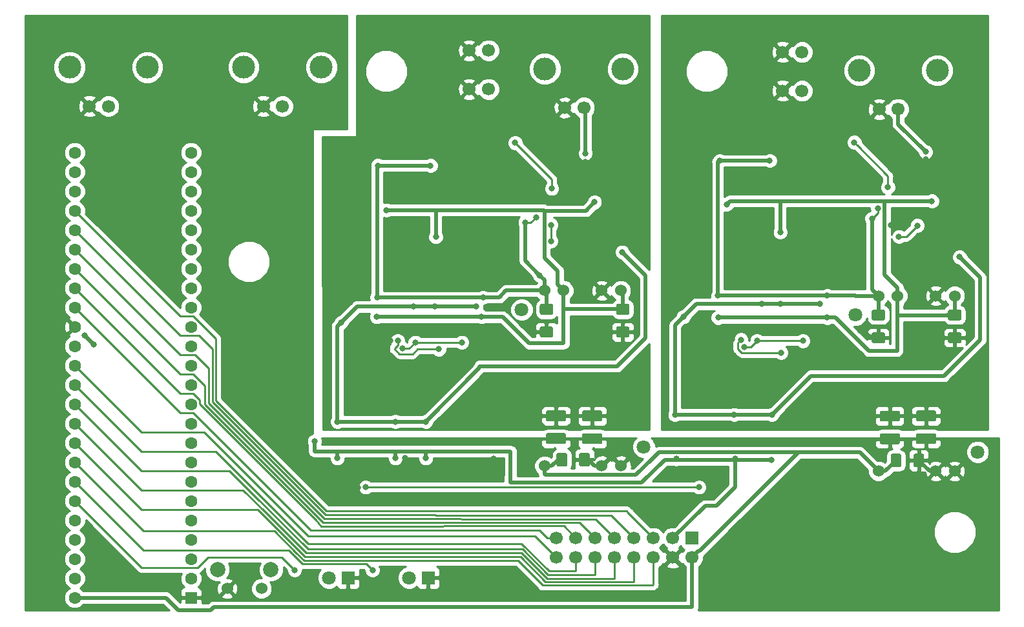
<source format=gbl>
G04 #@! TF.GenerationSoftware,KiCad,Pcbnew,5.0.2-bee76a0~70~ubuntu18.04.1*
G04 #@! TF.CreationDate,2019-03-24T20:45:15+02:00*
G04 #@! TF.ProjectId,stimjim,7374696d-6a69-46d2-9e6b-696361645f70,rev?*
G04 #@! TF.SameCoordinates,Original*
G04 #@! TF.FileFunction,Copper,L2,Bot*
G04 #@! TF.FilePolarity,Positive*
%FSLAX46Y46*%
G04 Gerber Fmt 4.6, Leading zero omitted, Abs format (unit mm)*
G04 Created by KiCad (PCBNEW 5.0.2-bee76a0~70~ubuntu18.04.1) date Sun Mar 24 20:45:15 2019*
%MOMM*%
%LPD*%
G01*
G04 APERTURE LIST*
G04 #@! TA.AperFunction,Conductor*
%ADD10C,0.100000*%
G04 #@! TD*
G04 #@! TA.AperFunction,SMDPad,CuDef*
%ADD11C,1.425000*%
G04 #@! TD*
G04 #@! TA.AperFunction,ComponentPad*
%ADD12C,1.800000*%
G04 #@! TD*
G04 #@! TA.AperFunction,ComponentPad*
%ADD13R,1.800000X1.800000*%
G04 #@! TD*
G04 #@! TA.AperFunction,ComponentPad*
%ADD14C,2.000000*%
G04 #@! TD*
G04 #@! TA.AperFunction,ComponentPad*
%ADD15C,1.524000*%
G04 #@! TD*
G04 #@! TA.AperFunction,ComponentPad*
%ADD16C,1.700000*%
G04 #@! TD*
G04 #@! TA.AperFunction,ComponentPad*
%ADD17R,1.700000X1.700000*%
G04 #@! TD*
G04 #@! TA.AperFunction,ComponentPad*
%ADD18C,1.600000*%
G04 #@! TD*
G04 #@! TA.AperFunction,ComponentPad*
%ADD19R,1.600000X1.600000*%
G04 #@! TD*
G04 #@! TA.AperFunction,ComponentPad*
%ADD20C,3.000000*%
G04 #@! TD*
G04 #@! TA.AperFunction,ViaPad*
%ADD21C,0.800000*%
G04 #@! TD*
G04 #@! TA.AperFunction,Conductor*
%ADD22C,0.250000*%
G04 #@! TD*
G04 #@! TA.AperFunction,Conductor*
%ADD23C,0.500000*%
G04 #@! TD*
G04 #@! TA.AperFunction,Conductor*
%ADD24C,0.254000*%
G04 #@! TD*
G04 APERTURE END LIST*
D10*
G04 #@! TO.N,GND*
G04 #@! TO.C,C53*
G36*
X85349504Y-113513704D02*
X85373773Y-113517304D01*
X85397571Y-113523265D01*
X85420671Y-113531530D01*
X85442849Y-113542020D01*
X85463893Y-113554633D01*
X85483598Y-113569247D01*
X85501777Y-113585723D01*
X85518253Y-113603902D01*
X85532867Y-113623607D01*
X85545480Y-113644651D01*
X85555970Y-113666829D01*
X85564235Y-113689929D01*
X85570196Y-113713727D01*
X85573796Y-113737996D01*
X85575000Y-113762500D01*
X85575000Y-114687500D01*
X85573796Y-114712004D01*
X85570196Y-114736273D01*
X85564235Y-114760071D01*
X85555970Y-114783171D01*
X85545480Y-114805349D01*
X85532867Y-114826393D01*
X85518253Y-114846098D01*
X85501777Y-114864277D01*
X85483598Y-114880753D01*
X85463893Y-114895367D01*
X85442849Y-114907980D01*
X85420671Y-114918470D01*
X85397571Y-114926735D01*
X85373773Y-114932696D01*
X85349504Y-114936296D01*
X85325000Y-114937500D01*
X83175000Y-114937500D01*
X83150496Y-114936296D01*
X83126227Y-114932696D01*
X83102429Y-114926735D01*
X83079329Y-114918470D01*
X83057151Y-114907980D01*
X83036107Y-114895367D01*
X83016402Y-114880753D01*
X82998223Y-114864277D01*
X82981747Y-114846098D01*
X82967133Y-114826393D01*
X82954520Y-114805349D01*
X82944030Y-114783171D01*
X82935765Y-114760071D01*
X82929804Y-114736273D01*
X82926204Y-114712004D01*
X82925000Y-114687500D01*
X82925000Y-113762500D01*
X82926204Y-113737996D01*
X82929804Y-113713727D01*
X82935765Y-113689929D01*
X82944030Y-113666829D01*
X82954520Y-113644651D01*
X82967133Y-113623607D01*
X82981747Y-113603902D01*
X82998223Y-113585723D01*
X83016402Y-113569247D01*
X83036107Y-113554633D01*
X83057151Y-113542020D01*
X83079329Y-113531530D01*
X83102429Y-113523265D01*
X83126227Y-113517304D01*
X83150496Y-113513704D01*
X83175000Y-113512500D01*
X85325000Y-113512500D01*
X85349504Y-113513704D01*
X85349504Y-113513704D01*
G37*
D11*
G04 #@! TD*
G04 #@! TO.P,C53,2*
G04 #@! TO.N,GND*
X84250000Y-114225000D03*
D10*
G04 #@! TO.N,GND_0*
G04 #@! TO.C,C53*
G36*
X85349504Y-110538704D02*
X85373773Y-110542304D01*
X85397571Y-110548265D01*
X85420671Y-110556530D01*
X85442849Y-110567020D01*
X85463893Y-110579633D01*
X85483598Y-110594247D01*
X85501777Y-110610723D01*
X85518253Y-110628902D01*
X85532867Y-110648607D01*
X85545480Y-110669651D01*
X85555970Y-110691829D01*
X85564235Y-110714929D01*
X85570196Y-110738727D01*
X85573796Y-110762996D01*
X85575000Y-110787500D01*
X85575000Y-111712500D01*
X85573796Y-111737004D01*
X85570196Y-111761273D01*
X85564235Y-111785071D01*
X85555970Y-111808171D01*
X85545480Y-111830349D01*
X85532867Y-111851393D01*
X85518253Y-111871098D01*
X85501777Y-111889277D01*
X85483598Y-111905753D01*
X85463893Y-111920367D01*
X85442849Y-111932980D01*
X85420671Y-111943470D01*
X85397571Y-111951735D01*
X85373773Y-111957696D01*
X85349504Y-111961296D01*
X85325000Y-111962500D01*
X83175000Y-111962500D01*
X83150496Y-111961296D01*
X83126227Y-111957696D01*
X83102429Y-111951735D01*
X83079329Y-111943470D01*
X83057151Y-111932980D01*
X83036107Y-111920367D01*
X83016402Y-111905753D01*
X82998223Y-111889277D01*
X82981747Y-111871098D01*
X82967133Y-111851393D01*
X82954520Y-111830349D01*
X82944030Y-111808171D01*
X82935765Y-111785071D01*
X82929804Y-111761273D01*
X82926204Y-111737004D01*
X82925000Y-111712500D01*
X82925000Y-110787500D01*
X82926204Y-110762996D01*
X82929804Y-110738727D01*
X82935765Y-110714929D01*
X82944030Y-110691829D01*
X82954520Y-110669651D01*
X82967133Y-110648607D01*
X82981747Y-110628902D01*
X82998223Y-110610723D01*
X83016402Y-110594247D01*
X83036107Y-110579633D01*
X83057151Y-110567020D01*
X83079329Y-110556530D01*
X83102429Y-110548265D01*
X83126227Y-110542304D01*
X83150496Y-110538704D01*
X83175000Y-110537500D01*
X85325000Y-110537500D01*
X85349504Y-110538704D01*
X85349504Y-110538704D01*
G37*
D11*
G04 #@! TD*
G04 #@! TO.P,C53,1*
G04 #@! TO.N,GND_0*
X84250000Y-111250000D03*
D10*
G04 #@! TO.N,GND_1*
G04 #@! TO.C,C54*
G36*
X129099504Y-110563704D02*
X129123773Y-110567304D01*
X129147571Y-110573265D01*
X129170671Y-110581530D01*
X129192849Y-110592020D01*
X129213893Y-110604633D01*
X129233598Y-110619247D01*
X129251777Y-110635723D01*
X129268253Y-110653902D01*
X129282867Y-110673607D01*
X129295480Y-110694651D01*
X129305970Y-110716829D01*
X129314235Y-110739929D01*
X129320196Y-110763727D01*
X129323796Y-110787996D01*
X129325000Y-110812500D01*
X129325000Y-111737500D01*
X129323796Y-111762004D01*
X129320196Y-111786273D01*
X129314235Y-111810071D01*
X129305970Y-111833171D01*
X129295480Y-111855349D01*
X129282867Y-111876393D01*
X129268253Y-111896098D01*
X129251777Y-111914277D01*
X129233598Y-111930753D01*
X129213893Y-111945367D01*
X129192849Y-111957980D01*
X129170671Y-111968470D01*
X129147571Y-111976735D01*
X129123773Y-111982696D01*
X129099504Y-111986296D01*
X129075000Y-111987500D01*
X126925000Y-111987500D01*
X126900496Y-111986296D01*
X126876227Y-111982696D01*
X126852429Y-111976735D01*
X126829329Y-111968470D01*
X126807151Y-111957980D01*
X126786107Y-111945367D01*
X126766402Y-111930753D01*
X126748223Y-111914277D01*
X126731747Y-111896098D01*
X126717133Y-111876393D01*
X126704520Y-111855349D01*
X126694030Y-111833171D01*
X126685765Y-111810071D01*
X126679804Y-111786273D01*
X126676204Y-111762004D01*
X126675000Y-111737500D01*
X126675000Y-110812500D01*
X126676204Y-110787996D01*
X126679804Y-110763727D01*
X126685765Y-110739929D01*
X126694030Y-110716829D01*
X126704520Y-110694651D01*
X126717133Y-110673607D01*
X126731747Y-110653902D01*
X126748223Y-110635723D01*
X126766402Y-110619247D01*
X126786107Y-110604633D01*
X126807151Y-110592020D01*
X126829329Y-110581530D01*
X126852429Y-110573265D01*
X126876227Y-110567304D01*
X126900496Y-110563704D01*
X126925000Y-110562500D01*
X129075000Y-110562500D01*
X129099504Y-110563704D01*
X129099504Y-110563704D01*
G37*
D11*
G04 #@! TD*
G04 #@! TO.P,C54,1*
G04 #@! TO.N,GND_1*
X128000000Y-111275000D03*
D10*
G04 #@! TO.N,GND*
G04 #@! TO.C,C54*
G36*
X129099504Y-113538704D02*
X129123773Y-113542304D01*
X129147571Y-113548265D01*
X129170671Y-113556530D01*
X129192849Y-113567020D01*
X129213893Y-113579633D01*
X129233598Y-113594247D01*
X129251777Y-113610723D01*
X129268253Y-113628902D01*
X129282867Y-113648607D01*
X129295480Y-113669651D01*
X129305970Y-113691829D01*
X129314235Y-113714929D01*
X129320196Y-113738727D01*
X129323796Y-113762996D01*
X129325000Y-113787500D01*
X129325000Y-114712500D01*
X129323796Y-114737004D01*
X129320196Y-114761273D01*
X129314235Y-114785071D01*
X129305970Y-114808171D01*
X129295480Y-114830349D01*
X129282867Y-114851393D01*
X129268253Y-114871098D01*
X129251777Y-114889277D01*
X129233598Y-114905753D01*
X129213893Y-114920367D01*
X129192849Y-114932980D01*
X129170671Y-114943470D01*
X129147571Y-114951735D01*
X129123773Y-114957696D01*
X129099504Y-114961296D01*
X129075000Y-114962500D01*
X126925000Y-114962500D01*
X126900496Y-114961296D01*
X126876227Y-114957696D01*
X126852429Y-114951735D01*
X126829329Y-114943470D01*
X126807151Y-114932980D01*
X126786107Y-114920367D01*
X126766402Y-114905753D01*
X126748223Y-114889277D01*
X126731747Y-114871098D01*
X126717133Y-114851393D01*
X126704520Y-114830349D01*
X126694030Y-114808171D01*
X126685765Y-114785071D01*
X126679804Y-114761273D01*
X126676204Y-114737004D01*
X126675000Y-114712500D01*
X126675000Y-113787500D01*
X126676204Y-113762996D01*
X126679804Y-113738727D01*
X126685765Y-113714929D01*
X126694030Y-113691829D01*
X126704520Y-113669651D01*
X126717133Y-113648607D01*
X126731747Y-113628902D01*
X126748223Y-113610723D01*
X126766402Y-113594247D01*
X126786107Y-113579633D01*
X126807151Y-113567020D01*
X126829329Y-113556530D01*
X126852429Y-113548265D01*
X126876227Y-113542304D01*
X126900496Y-113538704D01*
X126925000Y-113537500D01*
X129075000Y-113537500D01*
X129099504Y-113538704D01*
X129099504Y-113538704D01*
G37*
D11*
G04 #@! TD*
G04 #@! TO.P,C54,2*
G04 #@! TO.N,GND*
X128000000Y-114250000D03*
D10*
G04 #@! TO.N,GND*
G04 #@! TO.C,R19*
G36*
X90099504Y-113526204D02*
X90123773Y-113529804D01*
X90147571Y-113535765D01*
X90170671Y-113544030D01*
X90192849Y-113554520D01*
X90213893Y-113567133D01*
X90233598Y-113581747D01*
X90251777Y-113598223D01*
X90268253Y-113616402D01*
X90282867Y-113636107D01*
X90295480Y-113657151D01*
X90305970Y-113679329D01*
X90314235Y-113702429D01*
X90320196Y-113726227D01*
X90323796Y-113750496D01*
X90325000Y-113775000D01*
X90325000Y-114700000D01*
X90323796Y-114724504D01*
X90320196Y-114748773D01*
X90314235Y-114772571D01*
X90305970Y-114795671D01*
X90295480Y-114817849D01*
X90282867Y-114838893D01*
X90268253Y-114858598D01*
X90251777Y-114876777D01*
X90233598Y-114893253D01*
X90213893Y-114907867D01*
X90192849Y-114920480D01*
X90170671Y-114930970D01*
X90147571Y-114939235D01*
X90123773Y-114945196D01*
X90099504Y-114948796D01*
X90075000Y-114950000D01*
X87925000Y-114950000D01*
X87900496Y-114948796D01*
X87876227Y-114945196D01*
X87852429Y-114939235D01*
X87829329Y-114930970D01*
X87807151Y-114920480D01*
X87786107Y-114907867D01*
X87766402Y-114893253D01*
X87748223Y-114876777D01*
X87731747Y-114858598D01*
X87717133Y-114838893D01*
X87704520Y-114817849D01*
X87694030Y-114795671D01*
X87685765Y-114772571D01*
X87679804Y-114748773D01*
X87676204Y-114724504D01*
X87675000Y-114700000D01*
X87675000Y-113775000D01*
X87676204Y-113750496D01*
X87679804Y-113726227D01*
X87685765Y-113702429D01*
X87694030Y-113679329D01*
X87704520Y-113657151D01*
X87717133Y-113636107D01*
X87731747Y-113616402D01*
X87748223Y-113598223D01*
X87766402Y-113581747D01*
X87786107Y-113567133D01*
X87807151Y-113554520D01*
X87829329Y-113544030D01*
X87852429Y-113535765D01*
X87876227Y-113529804D01*
X87900496Y-113526204D01*
X87925000Y-113525000D01*
X90075000Y-113525000D01*
X90099504Y-113526204D01*
X90099504Y-113526204D01*
G37*
D11*
G04 #@! TD*
G04 #@! TO.P,R19,2*
G04 #@! TO.N,GND*
X89000000Y-114237500D03*
D10*
G04 #@! TO.N,GND_0*
G04 #@! TO.C,R19*
G36*
X90099504Y-110551204D02*
X90123773Y-110554804D01*
X90147571Y-110560765D01*
X90170671Y-110569030D01*
X90192849Y-110579520D01*
X90213893Y-110592133D01*
X90233598Y-110606747D01*
X90251777Y-110623223D01*
X90268253Y-110641402D01*
X90282867Y-110661107D01*
X90295480Y-110682151D01*
X90305970Y-110704329D01*
X90314235Y-110727429D01*
X90320196Y-110751227D01*
X90323796Y-110775496D01*
X90325000Y-110800000D01*
X90325000Y-111725000D01*
X90323796Y-111749504D01*
X90320196Y-111773773D01*
X90314235Y-111797571D01*
X90305970Y-111820671D01*
X90295480Y-111842849D01*
X90282867Y-111863893D01*
X90268253Y-111883598D01*
X90251777Y-111901777D01*
X90233598Y-111918253D01*
X90213893Y-111932867D01*
X90192849Y-111945480D01*
X90170671Y-111955970D01*
X90147571Y-111964235D01*
X90123773Y-111970196D01*
X90099504Y-111973796D01*
X90075000Y-111975000D01*
X87925000Y-111975000D01*
X87900496Y-111973796D01*
X87876227Y-111970196D01*
X87852429Y-111964235D01*
X87829329Y-111955970D01*
X87807151Y-111945480D01*
X87786107Y-111932867D01*
X87766402Y-111918253D01*
X87748223Y-111901777D01*
X87731747Y-111883598D01*
X87717133Y-111863893D01*
X87704520Y-111842849D01*
X87694030Y-111820671D01*
X87685765Y-111797571D01*
X87679804Y-111773773D01*
X87676204Y-111749504D01*
X87675000Y-111725000D01*
X87675000Y-110800000D01*
X87676204Y-110775496D01*
X87679804Y-110751227D01*
X87685765Y-110727429D01*
X87694030Y-110704329D01*
X87704520Y-110682151D01*
X87717133Y-110661107D01*
X87731747Y-110641402D01*
X87748223Y-110623223D01*
X87766402Y-110606747D01*
X87786107Y-110592133D01*
X87807151Y-110579520D01*
X87829329Y-110569030D01*
X87852429Y-110560765D01*
X87876227Y-110554804D01*
X87900496Y-110551204D01*
X87925000Y-110550000D01*
X90075000Y-110550000D01*
X90099504Y-110551204D01*
X90099504Y-110551204D01*
G37*
D11*
G04 #@! TD*
G04 #@! TO.P,R19,1*
G04 #@! TO.N,GND_0*
X89000000Y-111262500D03*
D10*
G04 #@! TO.N,GND_1*
G04 #@! TO.C,R20*
G36*
X133849504Y-110551204D02*
X133873773Y-110554804D01*
X133897571Y-110560765D01*
X133920671Y-110569030D01*
X133942849Y-110579520D01*
X133963893Y-110592133D01*
X133983598Y-110606747D01*
X134001777Y-110623223D01*
X134018253Y-110641402D01*
X134032867Y-110661107D01*
X134045480Y-110682151D01*
X134055970Y-110704329D01*
X134064235Y-110727429D01*
X134070196Y-110751227D01*
X134073796Y-110775496D01*
X134075000Y-110800000D01*
X134075000Y-111725000D01*
X134073796Y-111749504D01*
X134070196Y-111773773D01*
X134064235Y-111797571D01*
X134055970Y-111820671D01*
X134045480Y-111842849D01*
X134032867Y-111863893D01*
X134018253Y-111883598D01*
X134001777Y-111901777D01*
X133983598Y-111918253D01*
X133963893Y-111932867D01*
X133942849Y-111945480D01*
X133920671Y-111955970D01*
X133897571Y-111964235D01*
X133873773Y-111970196D01*
X133849504Y-111973796D01*
X133825000Y-111975000D01*
X131675000Y-111975000D01*
X131650496Y-111973796D01*
X131626227Y-111970196D01*
X131602429Y-111964235D01*
X131579329Y-111955970D01*
X131557151Y-111945480D01*
X131536107Y-111932867D01*
X131516402Y-111918253D01*
X131498223Y-111901777D01*
X131481747Y-111883598D01*
X131467133Y-111863893D01*
X131454520Y-111842849D01*
X131444030Y-111820671D01*
X131435765Y-111797571D01*
X131429804Y-111773773D01*
X131426204Y-111749504D01*
X131425000Y-111725000D01*
X131425000Y-110800000D01*
X131426204Y-110775496D01*
X131429804Y-110751227D01*
X131435765Y-110727429D01*
X131444030Y-110704329D01*
X131454520Y-110682151D01*
X131467133Y-110661107D01*
X131481747Y-110641402D01*
X131498223Y-110623223D01*
X131516402Y-110606747D01*
X131536107Y-110592133D01*
X131557151Y-110579520D01*
X131579329Y-110569030D01*
X131602429Y-110560765D01*
X131626227Y-110554804D01*
X131650496Y-110551204D01*
X131675000Y-110550000D01*
X133825000Y-110550000D01*
X133849504Y-110551204D01*
X133849504Y-110551204D01*
G37*
D11*
G04 #@! TD*
G04 #@! TO.P,R20,1*
G04 #@! TO.N,GND_1*
X132750000Y-111262500D03*
D10*
G04 #@! TO.N,GND*
G04 #@! TO.C,R20*
G36*
X133849504Y-113526204D02*
X133873773Y-113529804D01*
X133897571Y-113535765D01*
X133920671Y-113544030D01*
X133942849Y-113554520D01*
X133963893Y-113567133D01*
X133983598Y-113581747D01*
X134001777Y-113598223D01*
X134018253Y-113616402D01*
X134032867Y-113636107D01*
X134045480Y-113657151D01*
X134055970Y-113679329D01*
X134064235Y-113702429D01*
X134070196Y-113726227D01*
X134073796Y-113750496D01*
X134075000Y-113775000D01*
X134075000Y-114700000D01*
X134073796Y-114724504D01*
X134070196Y-114748773D01*
X134064235Y-114772571D01*
X134055970Y-114795671D01*
X134045480Y-114817849D01*
X134032867Y-114838893D01*
X134018253Y-114858598D01*
X134001777Y-114876777D01*
X133983598Y-114893253D01*
X133963893Y-114907867D01*
X133942849Y-114920480D01*
X133920671Y-114930970D01*
X133897571Y-114939235D01*
X133873773Y-114945196D01*
X133849504Y-114948796D01*
X133825000Y-114950000D01*
X131675000Y-114950000D01*
X131650496Y-114948796D01*
X131626227Y-114945196D01*
X131602429Y-114939235D01*
X131579329Y-114930970D01*
X131557151Y-114920480D01*
X131536107Y-114907867D01*
X131516402Y-114893253D01*
X131498223Y-114876777D01*
X131481747Y-114858598D01*
X131467133Y-114838893D01*
X131454520Y-114817849D01*
X131444030Y-114795671D01*
X131435765Y-114772571D01*
X131429804Y-114748773D01*
X131426204Y-114724504D01*
X131425000Y-114700000D01*
X131425000Y-113775000D01*
X131426204Y-113750496D01*
X131429804Y-113726227D01*
X131435765Y-113702429D01*
X131444030Y-113679329D01*
X131454520Y-113657151D01*
X131467133Y-113636107D01*
X131481747Y-113616402D01*
X131498223Y-113598223D01*
X131516402Y-113581747D01*
X131536107Y-113567133D01*
X131557151Y-113554520D01*
X131579329Y-113544030D01*
X131602429Y-113535765D01*
X131626227Y-113529804D01*
X131650496Y-113526204D01*
X131675000Y-113525000D01*
X133825000Y-113525000D01*
X133849504Y-113526204D01*
X133849504Y-113526204D01*
G37*
D11*
G04 #@! TD*
G04 #@! TO.P,R20,2*
G04 #@! TO.N,GND*
X132750000Y-114237500D03*
D12*
G04 #@! TO.P,D1,2*
G04 #@! TO.N,Net-(D1-Pad2)*
X54500000Y-132500000D03*
D13*
G04 #@! TO.P,D1,1*
G04 #@! TO.N,GND*
X57000000Y-132500000D03*
G04 #@! TD*
D12*
G04 #@! TO.P,D2,2*
G04 #@! TO.N,Net-(D2-Pad2)*
X65000000Y-132500000D03*
D13*
G04 #@! TO.P,D2,1*
G04 #@! TO.N,GND*
X67500000Y-132500000D03*
G04 #@! TD*
D14*
G04 #@! TO.P,SW1,~*
G04 #@! TO.N,N/C*
X39900000Y-131400000D03*
X46900000Y-131400000D03*
D15*
G04 #@! TO.P,SW1,1*
G04 #@! TO.N,GND*
X41150000Y-133900000D03*
G04 #@! TO.P,SW1,2*
G04 #@! TO.N,Net-(SW1-Pad2)*
X45650000Y-133900000D03*
G04 #@! TD*
G04 #@! TO.P,U2,4*
G04 #@! TO.N,-15V_0*
X92750000Y-94800000D03*
G04 #@! TO.P,U2,5*
G04 #@! TO.N,GND_0*
X90250000Y-94800000D03*
G04 #@! TO.P,U2,6*
G04 #@! TO.N,-15V_0*
X85250000Y-94800000D03*
G04 #@! TO.P,U2,7*
G04 #@! TO.N,+15V_0*
X82750000Y-94800000D03*
D12*
G04 #@! TO.P,U2,a*
G04 #@! TO.N,N/C*
X79750000Y-97300000D03*
X95750000Y-115300000D03*
D15*
G04 #@! TO.P,U2,1*
G04 #@! TO.N,VUSB*
X82750000Y-117800000D03*
G04 #@! TO.P,U2,2*
G04 #@! TO.N,GND*
X90250000Y-117800000D03*
G04 #@! TO.P,U2,3*
X92750000Y-117800000D03*
G04 #@! TD*
D16*
G04 #@! TO.P,J6,1*
G04 #@! TO.N,OUT_0*
X75400000Y-63300000D03*
G04 #@! TO.P,J6,2*
G04 #@! TO.N,GND_0*
X72860000Y-63300000D03*
X72860000Y-68380000D03*
G04 #@! TO.P,J6,1*
G04 #@! TO.N,OUT_0*
X75400000Y-68380000D03*
G04 #@! TD*
D15*
G04 #@! TO.P,U13,3*
G04 #@! TO.N,GND*
X136500000Y-118500000D03*
G04 #@! TO.P,U13,2*
X134000000Y-118500000D03*
G04 #@! TO.P,U13,1*
G04 #@! TO.N,VUSB*
X126500000Y-118500000D03*
D12*
G04 #@! TO.P,U13,a*
G04 #@! TO.N,N/C*
X139500000Y-116000000D03*
X123500000Y-98000000D03*
D15*
G04 #@! TO.P,U13,7*
G04 #@! TO.N,+15V_1*
X126500000Y-95500000D03*
G04 #@! TO.P,U13,6*
G04 #@! TO.N,-15V_1*
X129000000Y-95500000D03*
G04 #@! TO.P,U13,5*
G04 #@! TO.N,GND_1*
X134000000Y-95500000D03*
G04 #@! TO.P,U13,4*
G04 #@! TO.N,-15V_1*
X136500000Y-95500000D03*
G04 #@! TD*
D10*
G04 #@! TO.N,GND_1*
G04 #@! TO.C,C29*
G36*
X127149504Y-100276204D02*
X127173773Y-100279804D01*
X127197571Y-100285765D01*
X127220671Y-100294030D01*
X127242849Y-100304520D01*
X127263893Y-100317133D01*
X127283598Y-100331747D01*
X127301777Y-100348223D01*
X127318253Y-100366402D01*
X127332867Y-100386107D01*
X127345480Y-100407151D01*
X127355970Y-100429329D01*
X127364235Y-100452429D01*
X127370196Y-100476227D01*
X127373796Y-100500496D01*
X127375000Y-100525000D01*
X127375000Y-101450000D01*
X127373796Y-101474504D01*
X127370196Y-101498773D01*
X127364235Y-101522571D01*
X127355970Y-101545671D01*
X127345480Y-101567849D01*
X127332867Y-101588893D01*
X127318253Y-101608598D01*
X127301777Y-101626777D01*
X127283598Y-101643253D01*
X127263893Y-101657867D01*
X127242849Y-101670480D01*
X127220671Y-101680970D01*
X127197571Y-101689235D01*
X127173773Y-101695196D01*
X127149504Y-101698796D01*
X127125000Y-101700000D01*
X125875000Y-101700000D01*
X125850496Y-101698796D01*
X125826227Y-101695196D01*
X125802429Y-101689235D01*
X125779329Y-101680970D01*
X125757151Y-101670480D01*
X125736107Y-101657867D01*
X125716402Y-101643253D01*
X125698223Y-101626777D01*
X125681747Y-101608598D01*
X125667133Y-101588893D01*
X125654520Y-101567849D01*
X125644030Y-101545671D01*
X125635765Y-101522571D01*
X125629804Y-101498773D01*
X125626204Y-101474504D01*
X125625000Y-101450000D01*
X125625000Y-100525000D01*
X125626204Y-100500496D01*
X125629804Y-100476227D01*
X125635765Y-100452429D01*
X125644030Y-100429329D01*
X125654520Y-100407151D01*
X125667133Y-100386107D01*
X125681747Y-100366402D01*
X125698223Y-100348223D01*
X125716402Y-100331747D01*
X125736107Y-100317133D01*
X125757151Y-100304520D01*
X125779329Y-100294030D01*
X125802429Y-100285765D01*
X125826227Y-100279804D01*
X125850496Y-100276204D01*
X125875000Y-100275000D01*
X127125000Y-100275000D01*
X127149504Y-100276204D01*
X127149504Y-100276204D01*
G37*
D11*
G04 #@! TD*
G04 #@! TO.P,C29,1*
G04 #@! TO.N,GND_1*
X126500000Y-100987500D03*
D10*
G04 #@! TO.N,+15V_1*
G04 #@! TO.C,C29*
G36*
X127149504Y-97301204D02*
X127173773Y-97304804D01*
X127197571Y-97310765D01*
X127220671Y-97319030D01*
X127242849Y-97329520D01*
X127263893Y-97342133D01*
X127283598Y-97356747D01*
X127301777Y-97373223D01*
X127318253Y-97391402D01*
X127332867Y-97411107D01*
X127345480Y-97432151D01*
X127355970Y-97454329D01*
X127364235Y-97477429D01*
X127370196Y-97501227D01*
X127373796Y-97525496D01*
X127375000Y-97550000D01*
X127375000Y-98475000D01*
X127373796Y-98499504D01*
X127370196Y-98523773D01*
X127364235Y-98547571D01*
X127355970Y-98570671D01*
X127345480Y-98592849D01*
X127332867Y-98613893D01*
X127318253Y-98633598D01*
X127301777Y-98651777D01*
X127283598Y-98668253D01*
X127263893Y-98682867D01*
X127242849Y-98695480D01*
X127220671Y-98705970D01*
X127197571Y-98714235D01*
X127173773Y-98720196D01*
X127149504Y-98723796D01*
X127125000Y-98725000D01*
X125875000Y-98725000D01*
X125850496Y-98723796D01*
X125826227Y-98720196D01*
X125802429Y-98714235D01*
X125779329Y-98705970D01*
X125757151Y-98695480D01*
X125736107Y-98682867D01*
X125716402Y-98668253D01*
X125698223Y-98651777D01*
X125681747Y-98633598D01*
X125667133Y-98613893D01*
X125654520Y-98592849D01*
X125644030Y-98570671D01*
X125635765Y-98547571D01*
X125629804Y-98523773D01*
X125626204Y-98499504D01*
X125625000Y-98475000D01*
X125625000Y-97550000D01*
X125626204Y-97525496D01*
X125629804Y-97501227D01*
X125635765Y-97477429D01*
X125644030Y-97454329D01*
X125654520Y-97432151D01*
X125667133Y-97411107D01*
X125681747Y-97391402D01*
X125698223Y-97373223D01*
X125716402Y-97356747D01*
X125736107Y-97342133D01*
X125757151Y-97329520D01*
X125779329Y-97319030D01*
X125802429Y-97310765D01*
X125826227Y-97304804D01*
X125850496Y-97301204D01*
X125875000Y-97300000D01*
X127125000Y-97300000D01*
X127149504Y-97301204D01*
X127149504Y-97301204D01*
G37*
D11*
G04 #@! TD*
G04 #@! TO.P,C29,2*
G04 #@! TO.N,+15V_1*
X126500000Y-98012500D03*
D10*
G04 #@! TO.N,VUSB*
G04 #@! TO.C,C28*
G36*
X129299504Y-116226204D02*
X129323773Y-116229804D01*
X129347571Y-116235765D01*
X129370671Y-116244030D01*
X129392849Y-116254520D01*
X129413893Y-116267133D01*
X129433598Y-116281747D01*
X129451777Y-116298223D01*
X129468253Y-116316402D01*
X129482867Y-116336107D01*
X129495480Y-116357151D01*
X129505970Y-116379329D01*
X129514235Y-116402429D01*
X129520196Y-116426227D01*
X129523796Y-116450496D01*
X129525000Y-116475000D01*
X129525000Y-117725000D01*
X129523796Y-117749504D01*
X129520196Y-117773773D01*
X129514235Y-117797571D01*
X129505970Y-117820671D01*
X129495480Y-117842849D01*
X129482867Y-117863893D01*
X129468253Y-117883598D01*
X129451777Y-117901777D01*
X129433598Y-117918253D01*
X129413893Y-117932867D01*
X129392849Y-117945480D01*
X129370671Y-117955970D01*
X129347571Y-117964235D01*
X129323773Y-117970196D01*
X129299504Y-117973796D01*
X129275000Y-117975000D01*
X128350000Y-117975000D01*
X128325496Y-117973796D01*
X128301227Y-117970196D01*
X128277429Y-117964235D01*
X128254329Y-117955970D01*
X128232151Y-117945480D01*
X128211107Y-117932867D01*
X128191402Y-117918253D01*
X128173223Y-117901777D01*
X128156747Y-117883598D01*
X128142133Y-117863893D01*
X128129520Y-117842849D01*
X128119030Y-117820671D01*
X128110765Y-117797571D01*
X128104804Y-117773773D01*
X128101204Y-117749504D01*
X128100000Y-117725000D01*
X128100000Y-116475000D01*
X128101204Y-116450496D01*
X128104804Y-116426227D01*
X128110765Y-116402429D01*
X128119030Y-116379329D01*
X128129520Y-116357151D01*
X128142133Y-116336107D01*
X128156747Y-116316402D01*
X128173223Y-116298223D01*
X128191402Y-116281747D01*
X128211107Y-116267133D01*
X128232151Y-116254520D01*
X128254329Y-116244030D01*
X128277429Y-116235765D01*
X128301227Y-116229804D01*
X128325496Y-116226204D01*
X128350000Y-116225000D01*
X129275000Y-116225000D01*
X129299504Y-116226204D01*
X129299504Y-116226204D01*
G37*
D11*
G04 #@! TD*
G04 #@! TO.P,C28,2*
G04 #@! TO.N,VUSB*
X128812500Y-117100000D03*
D10*
G04 #@! TO.N,GND*
G04 #@! TO.C,C28*
G36*
X132274504Y-116226204D02*
X132298773Y-116229804D01*
X132322571Y-116235765D01*
X132345671Y-116244030D01*
X132367849Y-116254520D01*
X132388893Y-116267133D01*
X132408598Y-116281747D01*
X132426777Y-116298223D01*
X132443253Y-116316402D01*
X132457867Y-116336107D01*
X132470480Y-116357151D01*
X132480970Y-116379329D01*
X132489235Y-116402429D01*
X132495196Y-116426227D01*
X132498796Y-116450496D01*
X132500000Y-116475000D01*
X132500000Y-117725000D01*
X132498796Y-117749504D01*
X132495196Y-117773773D01*
X132489235Y-117797571D01*
X132480970Y-117820671D01*
X132470480Y-117842849D01*
X132457867Y-117863893D01*
X132443253Y-117883598D01*
X132426777Y-117901777D01*
X132408598Y-117918253D01*
X132388893Y-117932867D01*
X132367849Y-117945480D01*
X132345671Y-117955970D01*
X132322571Y-117964235D01*
X132298773Y-117970196D01*
X132274504Y-117973796D01*
X132250000Y-117975000D01*
X131325000Y-117975000D01*
X131300496Y-117973796D01*
X131276227Y-117970196D01*
X131252429Y-117964235D01*
X131229329Y-117955970D01*
X131207151Y-117945480D01*
X131186107Y-117932867D01*
X131166402Y-117918253D01*
X131148223Y-117901777D01*
X131131747Y-117883598D01*
X131117133Y-117863893D01*
X131104520Y-117842849D01*
X131094030Y-117820671D01*
X131085765Y-117797571D01*
X131079804Y-117773773D01*
X131076204Y-117749504D01*
X131075000Y-117725000D01*
X131075000Y-116475000D01*
X131076204Y-116450496D01*
X131079804Y-116426227D01*
X131085765Y-116402429D01*
X131094030Y-116379329D01*
X131104520Y-116357151D01*
X131117133Y-116336107D01*
X131131747Y-116316402D01*
X131148223Y-116298223D01*
X131166402Y-116281747D01*
X131186107Y-116267133D01*
X131207151Y-116254520D01*
X131229329Y-116244030D01*
X131252429Y-116235765D01*
X131276227Y-116229804D01*
X131300496Y-116226204D01*
X131325000Y-116225000D01*
X132250000Y-116225000D01*
X132274504Y-116226204D01*
X132274504Y-116226204D01*
G37*
D11*
G04 #@! TD*
G04 #@! TO.P,C28,1*
G04 #@! TO.N,GND*
X131787500Y-117100000D03*
D10*
G04 #@! TO.N,-15V_1*
G04 #@! TO.C,C30*
G36*
X137149504Y-97301204D02*
X137173773Y-97304804D01*
X137197571Y-97310765D01*
X137220671Y-97319030D01*
X137242849Y-97329520D01*
X137263893Y-97342133D01*
X137283598Y-97356747D01*
X137301777Y-97373223D01*
X137318253Y-97391402D01*
X137332867Y-97411107D01*
X137345480Y-97432151D01*
X137355970Y-97454329D01*
X137364235Y-97477429D01*
X137370196Y-97501227D01*
X137373796Y-97525496D01*
X137375000Y-97550000D01*
X137375000Y-98475000D01*
X137373796Y-98499504D01*
X137370196Y-98523773D01*
X137364235Y-98547571D01*
X137355970Y-98570671D01*
X137345480Y-98592849D01*
X137332867Y-98613893D01*
X137318253Y-98633598D01*
X137301777Y-98651777D01*
X137283598Y-98668253D01*
X137263893Y-98682867D01*
X137242849Y-98695480D01*
X137220671Y-98705970D01*
X137197571Y-98714235D01*
X137173773Y-98720196D01*
X137149504Y-98723796D01*
X137125000Y-98725000D01*
X135875000Y-98725000D01*
X135850496Y-98723796D01*
X135826227Y-98720196D01*
X135802429Y-98714235D01*
X135779329Y-98705970D01*
X135757151Y-98695480D01*
X135736107Y-98682867D01*
X135716402Y-98668253D01*
X135698223Y-98651777D01*
X135681747Y-98633598D01*
X135667133Y-98613893D01*
X135654520Y-98592849D01*
X135644030Y-98570671D01*
X135635765Y-98547571D01*
X135629804Y-98523773D01*
X135626204Y-98499504D01*
X135625000Y-98475000D01*
X135625000Y-97550000D01*
X135626204Y-97525496D01*
X135629804Y-97501227D01*
X135635765Y-97477429D01*
X135644030Y-97454329D01*
X135654520Y-97432151D01*
X135667133Y-97411107D01*
X135681747Y-97391402D01*
X135698223Y-97373223D01*
X135716402Y-97356747D01*
X135736107Y-97342133D01*
X135757151Y-97329520D01*
X135779329Y-97319030D01*
X135802429Y-97310765D01*
X135826227Y-97304804D01*
X135850496Y-97301204D01*
X135875000Y-97300000D01*
X137125000Y-97300000D01*
X137149504Y-97301204D01*
X137149504Y-97301204D01*
G37*
D11*
G04 #@! TD*
G04 #@! TO.P,C30,1*
G04 #@! TO.N,-15V_1*
X136500000Y-98012500D03*
D10*
G04 #@! TO.N,GND_1*
G04 #@! TO.C,C30*
G36*
X137149504Y-100276204D02*
X137173773Y-100279804D01*
X137197571Y-100285765D01*
X137220671Y-100294030D01*
X137242849Y-100304520D01*
X137263893Y-100317133D01*
X137283598Y-100331747D01*
X137301777Y-100348223D01*
X137318253Y-100366402D01*
X137332867Y-100386107D01*
X137345480Y-100407151D01*
X137355970Y-100429329D01*
X137364235Y-100452429D01*
X137370196Y-100476227D01*
X137373796Y-100500496D01*
X137375000Y-100525000D01*
X137375000Y-101450000D01*
X137373796Y-101474504D01*
X137370196Y-101498773D01*
X137364235Y-101522571D01*
X137355970Y-101545671D01*
X137345480Y-101567849D01*
X137332867Y-101588893D01*
X137318253Y-101608598D01*
X137301777Y-101626777D01*
X137283598Y-101643253D01*
X137263893Y-101657867D01*
X137242849Y-101670480D01*
X137220671Y-101680970D01*
X137197571Y-101689235D01*
X137173773Y-101695196D01*
X137149504Y-101698796D01*
X137125000Y-101700000D01*
X135875000Y-101700000D01*
X135850496Y-101698796D01*
X135826227Y-101695196D01*
X135802429Y-101689235D01*
X135779329Y-101680970D01*
X135757151Y-101670480D01*
X135736107Y-101657867D01*
X135716402Y-101643253D01*
X135698223Y-101626777D01*
X135681747Y-101608598D01*
X135667133Y-101588893D01*
X135654520Y-101567849D01*
X135644030Y-101545671D01*
X135635765Y-101522571D01*
X135629804Y-101498773D01*
X135626204Y-101474504D01*
X135625000Y-101450000D01*
X135625000Y-100525000D01*
X135626204Y-100500496D01*
X135629804Y-100476227D01*
X135635765Y-100452429D01*
X135644030Y-100429329D01*
X135654520Y-100407151D01*
X135667133Y-100386107D01*
X135681747Y-100366402D01*
X135698223Y-100348223D01*
X135716402Y-100331747D01*
X135736107Y-100317133D01*
X135757151Y-100304520D01*
X135779329Y-100294030D01*
X135802429Y-100285765D01*
X135826227Y-100279804D01*
X135850496Y-100276204D01*
X135875000Y-100275000D01*
X137125000Y-100275000D01*
X137149504Y-100276204D01*
X137149504Y-100276204D01*
G37*
D11*
G04 #@! TD*
G04 #@! TO.P,C30,2*
G04 #@! TO.N,GND_1*
X136500000Y-100987500D03*
D17*
G04 #@! TO.P,J1,1*
G04 #@! TO.N,GND*
X102100000Y-127300000D03*
D16*
G04 #@! TO.P,J1,2*
G04 #@! TO.N,VUSB*
X102100000Y-129840000D03*
G04 #@! TO.P,J1,3*
G04 #@! TO.N,+3V3*
X99560000Y-127300000D03*
G04 #@! TO.P,J1,4*
G04 #@! TO.N,GND*
X99560000Y-129840000D03*
G04 #@! TO.P,J1,5*
G04 #@! TO.N,GPIO0*
X97020000Y-127300000D03*
G04 #@! TO.P,J1,6*
G04 #@! TO.N,GPIO6*
X97020000Y-129840000D03*
G04 #@! TO.P,J1,7*
G04 #@! TO.N,GPIO1*
X94480000Y-127300000D03*
G04 #@! TO.P,J1,8*
G04 #@! TO.N,GPIO7*
X94480000Y-129840000D03*
G04 #@! TO.P,J1,9*
G04 #@! TO.N,GPIO2*
X91940000Y-127300000D03*
G04 #@! TO.P,J1,10*
G04 #@! TO.N,GPIO8*
X91940000Y-129840000D03*
G04 #@! TO.P,J1,11*
G04 #@! TO.N,GPIO3*
X89400000Y-127300000D03*
G04 #@! TO.P,J1,12*
G04 #@! TO.N,GPIO9*
X89400000Y-129840000D03*
G04 #@! TO.P,J1,13*
G04 #@! TO.N,GPIO4*
X86860000Y-127300000D03*
G04 #@! TO.P,J1,14*
G04 #@! TO.N,GPIO10*
X86860000Y-129840000D03*
G04 #@! TO.P,J1,15*
G04 #@! TO.N,GPIO5*
X84320000Y-127300000D03*
G04 #@! TO.P,J1,16*
G04 #@! TO.N,GPIO11*
X84320000Y-129840000D03*
G04 #@! TD*
D18*
G04 #@! TO.P,U1,17*
G04 #@! TO.N,Net-(U1-Pad17)*
X36420000Y-94470000D03*
G04 #@! TO.P,U1,18*
G04 #@! TO.N,Net-(U1-Pad18)*
X36420000Y-91930000D03*
G04 #@! TO.P,U1,19*
G04 #@! TO.N,Net-(U1-Pad19)*
X36420000Y-89390000D03*
G04 #@! TO.P,U1,20*
G04 #@! TO.N,Net-(U1-Pad20)*
X36420000Y-86850000D03*
G04 #@! TO.P,U1,16*
G04 #@! TO.N,Net-(U1-Pad16)*
X36420000Y-97010000D03*
G04 #@! TO.P,U1,15*
G04 #@! TO.N,Net-(U1-Pad15)*
X36420000Y-99550000D03*
G04 #@! TO.P,U1,14*
G04 #@! TO.N,MISO_1*
X36420000Y-102090000D03*
G04 #@! TO.P,U1,21*
G04 #@! TO.N,Net-(U1-Pad21)*
X36420000Y-84310000D03*
G04 #@! TO.P,U1,22*
G04 #@! TO.N,Net-(U1-Pad22)*
X36420000Y-81770000D03*
G04 #@! TO.P,U1,23*
G04 #@! TO.N,Net-(U1-Pad23)*
X36420000Y-79230000D03*
G04 #@! TO.P,U1,24*
G04 #@! TO.N,Net-(U1-Pad24)*
X36420000Y-76690000D03*
G04 #@! TO.P,U1,30*
G04 #@! TO.N,Net-(U1-Pad30)*
X21180000Y-76690000D03*
G04 #@! TO.P,U1,31*
G04 #@! TO.N,Net-(U1-Pad31)*
X21180000Y-79230000D03*
G04 #@! TO.P,U1,32*
G04 #@! TO.N,Net-(U1-Pad32)*
X21180000Y-81770000D03*
G04 #@! TO.P,U1,33*
G04 #@! TO.N,GPIO0*
X21180000Y-84310000D03*
G04 #@! TO.P,U1,34*
G04 #@! TO.N,GPIO1*
X21180000Y-86850000D03*
G04 #@! TO.P,U1,35*
G04 #@! TO.N,GPIO2*
X21180000Y-89390000D03*
G04 #@! TO.P,U1,36*
G04 #@! TO.N,GPIO3*
X21180000Y-91930000D03*
G04 #@! TO.P,U1,37*
G04 #@! TO.N,GPIO4*
X21180000Y-94470000D03*
G04 #@! TO.P,U1,13*
G04 #@! TO.N,MOSI*
X36420000Y-104630000D03*
G04 #@! TO.P,U1,12*
G04 #@! TO.N,NLDAC_0*
X36420000Y-107170000D03*
G04 #@! TO.P,U1,11*
G04 #@! TO.N,CS0_0*
X36420000Y-109710000D03*
G04 #@! TO.P,U1,10*
G04 #@! TO.N,MISO_0*
X36420000Y-112250000D03*
G04 #@! TO.P,U1,9*
G04 #@! TO.N,CS1_0*
X36420000Y-114790000D03*
G04 #@! TO.P,U1,8*
G04 #@! TO.N,OE0_0*
X36420000Y-117330000D03*
G04 #@! TO.P,U1,7*
G04 #@! TO.N,OE1_0*
X36420000Y-119870000D03*
G04 #@! TO.P,U1,6*
G04 #@! TO.N,NLDAC_1*
X36420000Y-122410000D03*
G04 #@! TO.P,U1,5*
G04 #@! TO.N,CS0_1*
X36420000Y-124950000D03*
G04 #@! TO.P,U1,4*
G04 #@! TO.N,CS1_1*
X36420000Y-127490000D03*
G04 #@! TO.P,U1,3*
G04 #@! TO.N,OE0_1*
X36420000Y-130030000D03*
G04 #@! TO.P,U1,2*
G04 #@! TO.N,OE1_1*
X36420000Y-132570000D03*
D19*
G04 #@! TO.P,U1,1*
G04 #@! TO.N,GND*
X36420000Y-135110000D03*
D18*
G04 #@! TO.P,U1,38*
G04 #@! TO.N,GPIO5*
X21180000Y-97010000D03*
G04 #@! TO.P,U1,39*
G04 #@! TO.N,GND*
X21180000Y-99550000D03*
G04 #@! TO.P,U1,40*
G04 #@! TO.N,SCK*
X21180000Y-102090000D03*
G04 #@! TO.P,U1,41*
G04 #@! TO.N,GPIO11*
X21180000Y-104630000D03*
G04 #@! TO.P,U1,42*
G04 #@! TO.N,GPIO10*
X21180000Y-107170000D03*
G04 #@! TO.P,U1,43*
G04 #@! TO.N,GPIO9*
X21180000Y-109710000D03*
G04 #@! TO.P,U1,44*
G04 #@! TO.N,GPIO8*
X21180000Y-112250000D03*
G04 #@! TO.P,U1,45*
G04 #@! TO.N,GPIO7*
X21180000Y-114790000D03*
G04 #@! TO.P,U1,46*
G04 #@! TO.N,GPIO6*
X21180000Y-117330000D03*
G04 #@! TO.P,U1,47*
G04 #@! TO.N,Net-(R16-Pad2)*
X21180000Y-119870000D03*
G04 #@! TO.P,U1,48*
G04 #@! TO.N,Net-(R15-Pad2)*
X21180000Y-122410000D03*
G04 #@! TO.P,U1,49*
G04 #@! TO.N,Net-(J3-Pad1)*
X21180000Y-124950000D03*
G04 #@! TO.P,U1,50*
G04 #@! TO.N,Net-(J2-Pad1)*
X21180000Y-127490000D03*
G04 #@! TO.P,U1,51*
G04 #@! TO.N,+3V3*
X21180000Y-130030000D03*
G04 #@! TO.P,U1,52*
G04 #@! TO.N,Net-(U1-Pad52)*
X21180000Y-132570000D03*
G04 #@! TO.P,U1,53*
G04 #@! TO.N,VUSB*
X21180000Y-135110000D03*
G04 #@! TD*
D20*
G04 #@! TO.P,J9,NC*
G04 #@! TO.N,N/C*
X134200000Y-65900000D03*
X124000000Y-65900000D03*
D16*
G04 #@! TO.P,J9,1*
G04 #@! TO.N,OUT_1*
X129100000Y-71000000D03*
G04 #@! TO.P,J9,2*
G04 #@! TO.N,GND_1*
X126600000Y-71000000D03*
G04 #@! TD*
G04 #@! TO.P,J3,2*
G04 #@! TO.N,GND*
X45900000Y-70600000D03*
G04 #@! TO.P,J3,1*
G04 #@! TO.N,Net-(J3-Pad1)*
X48400000Y-70600000D03*
D20*
G04 #@! TO.P,J3,NC*
G04 #@! TO.N,N/C*
X43300000Y-65500000D03*
X53500000Y-65500000D03*
G04 #@! TD*
D16*
G04 #@! TO.P,J7,2*
G04 #@! TO.N,GND_0*
X85400000Y-70800000D03*
G04 #@! TO.P,J7,1*
G04 #@! TO.N,OUT_0*
X87900000Y-70800000D03*
D20*
G04 #@! TO.P,J7,NC*
G04 #@! TO.N,N/C*
X82800000Y-65700000D03*
X93000000Y-65700000D03*
G04 #@! TD*
G04 #@! TO.P,J2,NC*
G04 #@! TO.N,N/C*
X30700000Y-65500000D03*
X20500000Y-65500000D03*
D16*
G04 #@! TO.P,J2,1*
G04 #@! TO.N,Net-(J2-Pad1)*
X25600000Y-70600000D03*
G04 #@! TO.P,J2,2*
G04 #@! TO.N,GND*
X23100000Y-70600000D03*
G04 #@! TD*
D10*
G04 #@! TO.N,+15V_0*
G04 #@! TO.C,C4*
G36*
X83649504Y-96551204D02*
X83673773Y-96554804D01*
X83697571Y-96560765D01*
X83720671Y-96569030D01*
X83742849Y-96579520D01*
X83763893Y-96592133D01*
X83783598Y-96606747D01*
X83801777Y-96623223D01*
X83818253Y-96641402D01*
X83832867Y-96661107D01*
X83845480Y-96682151D01*
X83855970Y-96704329D01*
X83864235Y-96727429D01*
X83870196Y-96751227D01*
X83873796Y-96775496D01*
X83875000Y-96800000D01*
X83875000Y-97725000D01*
X83873796Y-97749504D01*
X83870196Y-97773773D01*
X83864235Y-97797571D01*
X83855970Y-97820671D01*
X83845480Y-97842849D01*
X83832867Y-97863893D01*
X83818253Y-97883598D01*
X83801777Y-97901777D01*
X83783598Y-97918253D01*
X83763893Y-97932867D01*
X83742849Y-97945480D01*
X83720671Y-97955970D01*
X83697571Y-97964235D01*
X83673773Y-97970196D01*
X83649504Y-97973796D01*
X83625000Y-97975000D01*
X82375000Y-97975000D01*
X82350496Y-97973796D01*
X82326227Y-97970196D01*
X82302429Y-97964235D01*
X82279329Y-97955970D01*
X82257151Y-97945480D01*
X82236107Y-97932867D01*
X82216402Y-97918253D01*
X82198223Y-97901777D01*
X82181747Y-97883598D01*
X82167133Y-97863893D01*
X82154520Y-97842849D01*
X82144030Y-97820671D01*
X82135765Y-97797571D01*
X82129804Y-97773773D01*
X82126204Y-97749504D01*
X82125000Y-97725000D01*
X82125000Y-96800000D01*
X82126204Y-96775496D01*
X82129804Y-96751227D01*
X82135765Y-96727429D01*
X82144030Y-96704329D01*
X82154520Y-96682151D01*
X82167133Y-96661107D01*
X82181747Y-96641402D01*
X82198223Y-96623223D01*
X82216402Y-96606747D01*
X82236107Y-96592133D01*
X82257151Y-96579520D01*
X82279329Y-96569030D01*
X82302429Y-96560765D01*
X82326227Y-96554804D01*
X82350496Y-96551204D01*
X82375000Y-96550000D01*
X83625000Y-96550000D01*
X83649504Y-96551204D01*
X83649504Y-96551204D01*
G37*
D11*
G04 #@! TD*
G04 #@! TO.P,C4,2*
G04 #@! TO.N,+15V_0*
X83000000Y-97262500D03*
D10*
G04 #@! TO.N,GND_0*
G04 #@! TO.C,C4*
G36*
X83649504Y-99526204D02*
X83673773Y-99529804D01*
X83697571Y-99535765D01*
X83720671Y-99544030D01*
X83742849Y-99554520D01*
X83763893Y-99567133D01*
X83783598Y-99581747D01*
X83801777Y-99598223D01*
X83818253Y-99616402D01*
X83832867Y-99636107D01*
X83845480Y-99657151D01*
X83855970Y-99679329D01*
X83864235Y-99702429D01*
X83870196Y-99726227D01*
X83873796Y-99750496D01*
X83875000Y-99775000D01*
X83875000Y-100700000D01*
X83873796Y-100724504D01*
X83870196Y-100748773D01*
X83864235Y-100772571D01*
X83855970Y-100795671D01*
X83845480Y-100817849D01*
X83832867Y-100838893D01*
X83818253Y-100858598D01*
X83801777Y-100876777D01*
X83783598Y-100893253D01*
X83763893Y-100907867D01*
X83742849Y-100920480D01*
X83720671Y-100930970D01*
X83697571Y-100939235D01*
X83673773Y-100945196D01*
X83649504Y-100948796D01*
X83625000Y-100950000D01*
X82375000Y-100950000D01*
X82350496Y-100948796D01*
X82326227Y-100945196D01*
X82302429Y-100939235D01*
X82279329Y-100930970D01*
X82257151Y-100920480D01*
X82236107Y-100907867D01*
X82216402Y-100893253D01*
X82198223Y-100876777D01*
X82181747Y-100858598D01*
X82167133Y-100838893D01*
X82154520Y-100817849D01*
X82144030Y-100795671D01*
X82135765Y-100772571D01*
X82129804Y-100748773D01*
X82126204Y-100724504D01*
X82125000Y-100700000D01*
X82125000Y-99775000D01*
X82126204Y-99750496D01*
X82129804Y-99726227D01*
X82135765Y-99702429D01*
X82144030Y-99679329D01*
X82154520Y-99657151D01*
X82167133Y-99636107D01*
X82181747Y-99616402D01*
X82198223Y-99598223D01*
X82216402Y-99581747D01*
X82236107Y-99567133D01*
X82257151Y-99554520D01*
X82279329Y-99544030D01*
X82302429Y-99535765D01*
X82326227Y-99529804D01*
X82350496Y-99526204D01*
X82375000Y-99525000D01*
X83625000Y-99525000D01*
X83649504Y-99526204D01*
X83649504Y-99526204D01*
G37*
D11*
G04 #@! TD*
G04 #@! TO.P,C4,1*
G04 #@! TO.N,GND_0*
X83000000Y-100237500D03*
D10*
G04 #@! TO.N,-15V_0*
G04 #@! TO.C,C5*
G36*
X93649504Y-96551204D02*
X93673773Y-96554804D01*
X93697571Y-96560765D01*
X93720671Y-96569030D01*
X93742849Y-96579520D01*
X93763893Y-96592133D01*
X93783598Y-96606747D01*
X93801777Y-96623223D01*
X93818253Y-96641402D01*
X93832867Y-96661107D01*
X93845480Y-96682151D01*
X93855970Y-96704329D01*
X93864235Y-96727429D01*
X93870196Y-96751227D01*
X93873796Y-96775496D01*
X93875000Y-96800000D01*
X93875000Y-97725000D01*
X93873796Y-97749504D01*
X93870196Y-97773773D01*
X93864235Y-97797571D01*
X93855970Y-97820671D01*
X93845480Y-97842849D01*
X93832867Y-97863893D01*
X93818253Y-97883598D01*
X93801777Y-97901777D01*
X93783598Y-97918253D01*
X93763893Y-97932867D01*
X93742849Y-97945480D01*
X93720671Y-97955970D01*
X93697571Y-97964235D01*
X93673773Y-97970196D01*
X93649504Y-97973796D01*
X93625000Y-97975000D01*
X92375000Y-97975000D01*
X92350496Y-97973796D01*
X92326227Y-97970196D01*
X92302429Y-97964235D01*
X92279329Y-97955970D01*
X92257151Y-97945480D01*
X92236107Y-97932867D01*
X92216402Y-97918253D01*
X92198223Y-97901777D01*
X92181747Y-97883598D01*
X92167133Y-97863893D01*
X92154520Y-97842849D01*
X92144030Y-97820671D01*
X92135765Y-97797571D01*
X92129804Y-97773773D01*
X92126204Y-97749504D01*
X92125000Y-97725000D01*
X92125000Y-96800000D01*
X92126204Y-96775496D01*
X92129804Y-96751227D01*
X92135765Y-96727429D01*
X92144030Y-96704329D01*
X92154520Y-96682151D01*
X92167133Y-96661107D01*
X92181747Y-96641402D01*
X92198223Y-96623223D01*
X92216402Y-96606747D01*
X92236107Y-96592133D01*
X92257151Y-96579520D01*
X92279329Y-96569030D01*
X92302429Y-96560765D01*
X92326227Y-96554804D01*
X92350496Y-96551204D01*
X92375000Y-96550000D01*
X93625000Y-96550000D01*
X93649504Y-96551204D01*
X93649504Y-96551204D01*
G37*
D11*
G04 #@! TD*
G04 #@! TO.P,C5,1*
G04 #@! TO.N,-15V_0*
X93000000Y-97262500D03*
D10*
G04 #@! TO.N,GND_0*
G04 #@! TO.C,C5*
G36*
X93649504Y-99526204D02*
X93673773Y-99529804D01*
X93697571Y-99535765D01*
X93720671Y-99544030D01*
X93742849Y-99554520D01*
X93763893Y-99567133D01*
X93783598Y-99581747D01*
X93801777Y-99598223D01*
X93818253Y-99616402D01*
X93832867Y-99636107D01*
X93845480Y-99657151D01*
X93855970Y-99679329D01*
X93864235Y-99702429D01*
X93870196Y-99726227D01*
X93873796Y-99750496D01*
X93875000Y-99775000D01*
X93875000Y-100700000D01*
X93873796Y-100724504D01*
X93870196Y-100748773D01*
X93864235Y-100772571D01*
X93855970Y-100795671D01*
X93845480Y-100817849D01*
X93832867Y-100838893D01*
X93818253Y-100858598D01*
X93801777Y-100876777D01*
X93783598Y-100893253D01*
X93763893Y-100907867D01*
X93742849Y-100920480D01*
X93720671Y-100930970D01*
X93697571Y-100939235D01*
X93673773Y-100945196D01*
X93649504Y-100948796D01*
X93625000Y-100950000D01*
X92375000Y-100950000D01*
X92350496Y-100948796D01*
X92326227Y-100945196D01*
X92302429Y-100939235D01*
X92279329Y-100930970D01*
X92257151Y-100920480D01*
X92236107Y-100907867D01*
X92216402Y-100893253D01*
X92198223Y-100876777D01*
X92181747Y-100858598D01*
X92167133Y-100838893D01*
X92154520Y-100817849D01*
X92144030Y-100795671D01*
X92135765Y-100772571D01*
X92129804Y-100748773D01*
X92126204Y-100724504D01*
X92125000Y-100700000D01*
X92125000Y-99775000D01*
X92126204Y-99750496D01*
X92129804Y-99726227D01*
X92135765Y-99702429D01*
X92144030Y-99679329D01*
X92154520Y-99657151D01*
X92167133Y-99636107D01*
X92181747Y-99616402D01*
X92198223Y-99598223D01*
X92216402Y-99581747D01*
X92236107Y-99567133D01*
X92257151Y-99554520D01*
X92279329Y-99544030D01*
X92302429Y-99535765D01*
X92326227Y-99529804D01*
X92350496Y-99526204D01*
X92375000Y-99525000D01*
X93625000Y-99525000D01*
X93649504Y-99526204D01*
X93649504Y-99526204D01*
G37*
D11*
G04 #@! TD*
G04 #@! TO.P,C5,2*
G04 #@! TO.N,GND_0*
X93000000Y-100237500D03*
D10*
G04 #@! TO.N,VUSB*
G04 #@! TO.C,C3*
G36*
X85499504Y-116126204D02*
X85523773Y-116129804D01*
X85547571Y-116135765D01*
X85570671Y-116144030D01*
X85592849Y-116154520D01*
X85613893Y-116167133D01*
X85633598Y-116181747D01*
X85651777Y-116198223D01*
X85668253Y-116216402D01*
X85682867Y-116236107D01*
X85695480Y-116257151D01*
X85705970Y-116279329D01*
X85714235Y-116302429D01*
X85720196Y-116326227D01*
X85723796Y-116350496D01*
X85725000Y-116375000D01*
X85725000Y-117625000D01*
X85723796Y-117649504D01*
X85720196Y-117673773D01*
X85714235Y-117697571D01*
X85705970Y-117720671D01*
X85695480Y-117742849D01*
X85682867Y-117763893D01*
X85668253Y-117783598D01*
X85651777Y-117801777D01*
X85633598Y-117818253D01*
X85613893Y-117832867D01*
X85592849Y-117845480D01*
X85570671Y-117855970D01*
X85547571Y-117864235D01*
X85523773Y-117870196D01*
X85499504Y-117873796D01*
X85475000Y-117875000D01*
X84550000Y-117875000D01*
X84525496Y-117873796D01*
X84501227Y-117870196D01*
X84477429Y-117864235D01*
X84454329Y-117855970D01*
X84432151Y-117845480D01*
X84411107Y-117832867D01*
X84391402Y-117818253D01*
X84373223Y-117801777D01*
X84356747Y-117783598D01*
X84342133Y-117763893D01*
X84329520Y-117742849D01*
X84319030Y-117720671D01*
X84310765Y-117697571D01*
X84304804Y-117673773D01*
X84301204Y-117649504D01*
X84300000Y-117625000D01*
X84300000Y-116375000D01*
X84301204Y-116350496D01*
X84304804Y-116326227D01*
X84310765Y-116302429D01*
X84319030Y-116279329D01*
X84329520Y-116257151D01*
X84342133Y-116236107D01*
X84356747Y-116216402D01*
X84373223Y-116198223D01*
X84391402Y-116181747D01*
X84411107Y-116167133D01*
X84432151Y-116154520D01*
X84454329Y-116144030D01*
X84477429Y-116135765D01*
X84501227Y-116129804D01*
X84525496Y-116126204D01*
X84550000Y-116125000D01*
X85475000Y-116125000D01*
X85499504Y-116126204D01*
X85499504Y-116126204D01*
G37*
D11*
G04 #@! TD*
G04 #@! TO.P,C3,2*
G04 #@! TO.N,VUSB*
X85012500Y-117000000D03*
D10*
G04 #@! TO.N,GND*
G04 #@! TO.C,C3*
G36*
X88474504Y-116126204D02*
X88498773Y-116129804D01*
X88522571Y-116135765D01*
X88545671Y-116144030D01*
X88567849Y-116154520D01*
X88588893Y-116167133D01*
X88608598Y-116181747D01*
X88626777Y-116198223D01*
X88643253Y-116216402D01*
X88657867Y-116236107D01*
X88670480Y-116257151D01*
X88680970Y-116279329D01*
X88689235Y-116302429D01*
X88695196Y-116326227D01*
X88698796Y-116350496D01*
X88700000Y-116375000D01*
X88700000Y-117625000D01*
X88698796Y-117649504D01*
X88695196Y-117673773D01*
X88689235Y-117697571D01*
X88680970Y-117720671D01*
X88670480Y-117742849D01*
X88657867Y-117763893D01*
X88643253Y-117783598D01*
X88626777Y-117801777D01*
X88608598Y-117818253D01*
X88588893Y-117832867D01*
X88567849Y-117845480D01*
X88545671Y-117855970D01*
X88522571Y-117864235D01*
X88498773Y-117870196D01*
X88474504Y-117873796D01*
X88450000Y-117875000D01*
X87525000Y-117875000D01*
X87500496Y-117873796D01*
X87476227Y-117870196D01*
X87452429Y-117864235D01*
X87429329Y-117855970D01*
X87407151Y-117845480D01*
X87386107Y-117832867D01*
X87366402Y-117818253D01*
X87348223Y-117801777D01*
X87331747Y-117783598D01*
X87317133Y-117763893D01*
X87304520Y-117742849D01*
X87294030Y-117720671D01*
X87285765Y-117697571D01*
X87279804Y-117673773D01*
X87276204Y-117649504D01*
X87275000Y-117625000D01*
X87275000Y-116375000D01*
X87276204Y-116350496D01*
X87279804Y-116326227D01*
X87285765Y-116302429D01*
X87294030Y-116279329D01*
X87304520Y-116257151D01*
X87317133Y-116236107D01*
X87331747Y-116216402D01*
X87348223Y-116198223D01*
X87366402Y-116181747D01*
X87386107Y-116167133D01*
X87407151Y-116154520D01*
X87429329Y-116144030D01*
X87452429Y-116135765D01*
X87476227Y-116129804D01*
X87500496Y-116126204D01*
X87525000Y-116125000D01*
X88450000Y-116125000D01*
X88474504Y-116126204D01*
X88474504Y-116126204D01*
G37*
D11*
G04 #@! TD*
G04 #@! TO.P,C3,1*
G04 #@! TO.N,GND*
X87987500Y-117000000D03*
D16*
G04 #@! TO.P,J8,1*
G04 #@! TO.N,OUT_1*
X116500000Y-63500000D03*
G04 #@! TO.P,J8,2*
G04 #@! TO.N,GND_1*
X113960000Y-63500000D03*
X113960000Y-68580000D03*
G04 #@! TO.P,J8,1*
G04 #@! TO.N,OUT_1*
X116500000Y-68580000D03*
G04 #@! TD*
D21*
G04 #@! TO.N,+3V3*
X112500000Y-117000000D03*
X100000000Y-116900000D03*
X107700000Y-116900000D03*
X67200000Y-116800000D03*
X63200000Y-116800000D03*
X52600000Y-114600000D03*
X22500000Y-100700000D03*
X23700000Y-101900000D03*
X55600000Y-116800000D03*
G04 #@! TO.N,GND*
X58275000Y-120702530D03*
X64500000Y-116800000D03*
X76100000Y-116900000D03*
X45500000Y-111500000D03*
G04 #@! TO.N,Net-(R16-Pad2)*
X60200000Y-131500000D03*
G04 #@! TO.N,Net-(R15-Pad2)*
X50000000Y-131500000D03*
G04 #@! TO.N,OUT_0*
X88100000Y-76800000D03*
G04 #@! TO.N,VOUT_0*
X78900000Y-75400000D03*
X83700000Y-81400000D03*
G04 #@! TO.N,CS0_0i*
X63500000Y-101400000D03*
X68900000Y-102500000D03*
G04 #@! TO.N,MOSI_0i*
X65800000Y-101600000D03*
X71900000Y-101600000D03*
X64100000Y-102400000D03*
G04 #@! TO.N,OE1_0i*
X83600000Y-88300000D03*
X83600000Y-86200000D03*
G04 #@! TO.N,OUT_1*
X132700000Y-76600000D03*
G04 #@! TO.N,VOUT_1*
X123350000Y-75350000D03*
X127750000Y-81250000D03*
G04 #@! TO.N,CS0_1i*
X108500000Y-101250000D03*
X113750000Y-102950000D03*
G04 #@! TO.N,MOSI_1i*
X108944847Y-102244847D03*
X110601400Y-101400000D03*
X116600000Y-101400000D03*
G04 #@! TO.N,OE1_1i*
X129200000Y-87725000D03*
X131600000Y-86275000D03*
G04 #@! TO.N,-15V_0*
X62000000Y-84250000D03*
X60750000Y-98250000D03*
X74500000Y-98250000D03*
X68500000Y-87750000D03*
X89300000Y-83200000D03*
G04 #@! TO.N,GND_0*
X78900000Y-90000000D03*
X76700000Y-90100000D03*
X88100000Y-85500000D03*
X88100000Y-77900000D03*
X82000000Y-76700000D03*
X72000000Y-103500000D03*
X62500000Y-101400000D03*
X60400000Y-101900000D03*
X81000000Y-100300000D03*
X63250000Y-89500000D03*
X70600000Y-78500000D03*
X86500000Y-111250000D03*
G04 #@! TO.N,+15V_0*
X82100000Y-92800000D03*
X60800000Y-95700000D03*
X74700000Y-95700000D03*
X67800000Y-78400000D03*
X60900000Y-78400000D03*
X80200000Y-85885542D03*
X81618883Y-85206117D03*
G04 #@! TO.N,+5V_0*
X55600000Y-112000000D03*
X63200000Y-112000000D03*
X67200000Y-112000000D03*
X56100000Y-99000000D03*
X73800000Y-96900000D03*
X65600000Y-96900000D03*
X68400000Y-96900000D03*
X92912500Y-89750000D03*
G04 #@! TO.N,+15V_1*
X125650000Y-85350000D03*
X105450000Y-95475000D03*
X119800000Y-95475000D03*
X105700000Y-77750000D03*
X112250000Y-77750000D03*
X126425000Y-84000000D03*
G04 #@! TO.N,-15V_1*
X105500000Y-98350000D03*
X106600000Y-83500000D03*
X113650000Y-87150000D03*
X133500000Y-83050000D03*
X119800000Y-98350000D03*
G04 #@! TO.N,GND_1*
X121500000Y-107500000D03*
X117000000Y-103500000D03*
X124200000Y-89800000D03*
X124400000Y-94200000D03*
X124250000Y-99750000D03*
X128150000Y-86200000D03*
X132600000Y-84900000D03*
X132700000Y-77600000D03*
X126600000Y-76500000D03*
X118250000Y-89000000D03*
X101800000Y-94700000D03*
X102600000Y-102600000D03*
X107300000Y-101200000D03*
X108400000Y-88800000D03*
X115500000Y-77500000D03*
X130250000Y-111250000D03*
G04 #@! TO.N,+5V_1*
X137150000Y-90400000D03*
X99850000Y-111100000D03*
X112550000Y-111100000D03*
X100950000Y-98250000D03*
X118850000Y-96550000D03*
X111250000Y-96550000D03*
X113700000Y-96550000D03*
X107600000Y-111100000D03*
G04 #@! TO.N,MOSI*
X59300000Y-120600000D03*
X103000000Y-120600000D03*
G04 #@! TD*
D22*
G04 #@! TO.N,+3V3*
X107800000Y-117000000D02*
X107700000Y-116900000D01*
D23*
X52600000Y-114600000D02*
X52600000Y-115900000D01*
X63200000Y-116234315D02*
X63200000Y-115900000D01*
X55600000Y-115900000D02*
X63200000Y-115900000D01*
X63200000Y-116800000D02*
X63200000Y-116234315D01*
X67200000Y-116800000D02*
X67200000Y-115900000D01*
X63200000Y-115900000D02*
X67200000Y-115900000D01*
X22500000Y-100700000D02*
X23700000Y-101900000D01*
X78300000Y-115900000D02*
X67200000Y-115900000D01*
X95500000Y-120000000D02*
X78250000Y-120000000D01*
X78250000Y-120000000D02*
X78250000Y-119250000D01*
X78250000Y-119250000D02*
X78300000Y-119200000D01*
X98500000Y-117000000D02*
X95500000Y-120000000D01*
X112500000Y-117000000D02*
X98500000Y-117000000D01*
X78300000Y-119200000D02*
X78300000Y-115900000D01*
X105250000Y-123050000D02*
X103810000Y-123050000D01*
X107700000Y-120600000D02*
X105250000Y-123050000D01*
X103810000Y-123050000D02*
X99560000Y-127300000D01*
X107700000Y-116900000D02*
X107700000Y-120600000D01*
X52600000Y-115900000D02*
X55600000Y-115900000D01*
X55600000Y-116800000D02*
X55600000Y-116234315D01*
X55600000Y-116234315D02*
X55600000Y-115900000D01*
G04 #@! TO.N,GND*
X133187500Y-118500000D02*
X131787500Y-117100000D01*
X134000000Y-118500000D02*
X133187500Y-118500000D01*
X89287500Y-117800000D02*
X87987500Y-116500000D01*
X90250000Y-117800000D02*
X89287500Y-117800000D01*
G04 #@! TO.N,VUSB*
X127412500Y-118500000D02*
X128812500Y-117100000D01*
X126500000Y-118500000D02*
X127412500Y-118500000D01*
X83712500Y-117800000D02*
X85012500Y-116500000D01*
X82750000Y-117800000D02*
X83712500Y-117800000D01*
X102100000Y-131042081D02*
X102100000Y-136360001D01*
X102100000Y-129840000D02*
X102100000Y-131042081D01*
X33110000Y-135110000D02*
X21180000Y-135110000D01*
X34750000Y-136750000D02*
X33110000Y-135110000D01*
X39000000Y-136750000D02*
X34750000Y-136750000D01*
X102100000Y-136360001D02*
X39389999Y-136360001D01*
X39389999Y-136360001D02*
X39000000Y-136750000D01*
X82750000Y-118877630D02*
X82750000Y-117800000D01*
X126500000Y-118500000D02*
X124049999Y-116049999D01*
X97736815Y-116049999D02*
X96924990Y-116861824D01*
X94737999Y-119012001D02*
X82884371Y-119012001D01*
X96924990Y-116861824D02*
X96888176Y-116861824D01*
X82884371Y-119012001D02*
X82750000Y-118877630D01*
X96888176Y-116861824D02*
X94737999Y-119012001D01*
X103059998Y-128990001D02*
X116000000Y-116049999D01*
X102949999Y-128990001D02*
X103059998Y-128990001D01*
X124049999Y-116049999D02*
X116000000Y-116049999D01*
X102100000Y-129840000D02*
X102949999Y-128990001D01*
X116000000Y-116049999D02*
X97736815Y-116049999D01*
D22*
G04 #@! TO.N,Net-(R16-Pad2)*
X49245769Y-128904999D02*
X51040770Y-130700000D01*
X21180000Y-119870000D02*
X30214999Y-128904999D01*
X30214999Y-128904999D02*
X49245769Y-128904999D01*
X51040770Y-130700000D02*
X59400000Y-130700000D01*
X59400000Y-130700000D02*
X60200000Y-131500000D01*
G04 #@! TO.N,Net-(R15-Pad2)*
X21180000Y-122410000D02*
X29925001Y-131155001D01*
X38655001Y-129800000D02*
X37300000Y-131155001D01*
X48300000Y-129800000D02*
X38655001Y-129800000D01*
X50000000Y-131500000D02*
X48300000Y-129800000D01*
X29925001Y-131155001D02*
X37300000Y-131155001D01*
G04 #@! TO.N,GPIO0*
X21979999Y-85109999D02*
X21180000Y-84310000D01*
X35005001Y-98135001D02*
X21979999Y-85109999D01*
X36670003Y-98135001D02*
X35005001Y-98135001D01*
X39650020Y-101115018D02*
X36670003Y-98135001D01*
X97020000Y-127300000D02*
X93720000Y-124000000D01*
X93720000Y-123970000D02*
X93500000Y-123750000D01*
X93500000Y-123750000D02*
X54159230Y-123750000D01*
X93720000Y-124000000D02*
X93720000Y-123970000D01*
X54159230Y-123750000D02*
X39650020Y-109240790D01*
X39650020Y-109240790D02*
X39650020Y-101115018D01*
G04 #@! TO.N,GPIO1*
X35005001Y-100675001D02*
X21979999Y-87649999D01*
X21979999Y-87649999D02*
X21180000Y-86850000D01*
X37425001Y-100675001D02*
X35005001Y-100675001D01*
X39200010Y-102450010D02*
X37425001Y-100675001D01*
X94480000Y-127300000D02*
X91500000Y-124320000D01*
X91500000Y-124320000D02*
X68488431Y-124320000D01*
X68418431Y-124250000D02*
X54022820Y-124250000D01*
X54022820Y-124250000D02*
X39200010Y-109427190D01*
X68488431Y-124320000D02*
X68418431Y-124250000D01*
X39200010Y-109427190D02*
X39200010Y-102450010D01*
G04 #@! TO.N,GPIO2*
X89439980Y-124799980D02*
X54500000Y-124750000D01*
X91940000Y-127300000D02*
X89439980Y-124799980D01*
X35005001Y-103215001D02*
X21979999Y-90189999D01*
X36670003Y-103215001D02*
X35005001Y-103215001D01*
X21979999Y-90189999D02*
X21180000Y-89390000D01*
X54500000Y-124750000D02*
X53886410Y-124750000D01*
X36960001Y-103215001D02*
X35005001Y-103215001D01*
X38750000Y-105005000D02*
X36960001Y-103215001D01*
X38750000Y-109613590D02*
X38750000Y-105005000D01*
X53886410Y-124750000D02*
X38750000Y-109613590D01*
G04 #@! TO.N,GPIO3*
X21979999Y-92729999D02*
X21180000Y-91930000D01*
X35005001Y-105755001D02*
X21979999Y-92729999D01*
X87349990Y-125249990D02*
X53750000Y-125250000D01*
X36670003Y-105755001D02*
X35005001Y-105755001D01*
X89400000Y-127300000D02*
X87349990Y-125249990D01*
X53750000Y-125250000D02*
X38250000Y-109750000D01*
X38250000Y-109750000D02*
X38250000Y-107334998D01*
X38250000Y-107334998D02*
X36670003Y-105755001D01*
G04 #@! TO.N,GPIO4*
X21979999Y-95269999D02*
X21180000Y-94470000D01*
X35005001Y-108295001D02*
X21979999Y-95269999D01*
X85260000Y-125700000D02*
X53500000Y-125750000D01*
X86860000Y-127300000D02*
X85260000Y-125700000D01*
X53500000Y-125750000D02*
X52750000Y-124886410D01*
X52750000Y-124886410D02*
X37545001Y-109681411D01*
X36670003Y-108295001D02*
X35005001Y-108295001D01*
X37545001Y-109681411D02*
X37545001Y-109169999D01*
X37545001Y-109169999D02*
X36670003Y-108295001D01*
G04 #@! TO.N,GPIO5*
X21979999Y-97809999D02*
X21180000Y-97010000D01*
X84320000Y-127300000D02*
X83117919Y-127300000D01*
X36670003Y-110835001D02*
X35005001Y-110835001D01*
X83117919Y-127300000D02*
X82067919Y-126250000D01*
X82067919Y-126250000D02*
X52085002Y-126250000D01*
X52085002Y-126250000D02*
X36670003Y-110835001D01*
X35005001Y-110835001D02*
X21979999Y-97809999D01*
D23*
G04 #@! TO.N,OUT_0*
X88100000Y-71000000D02*
X87900000Y-70800000D01*
X88100000Y-76800000D02*
X88100000Y-71000000D01*
D22*
G04 #@! TO.N,VOUT_0*
X78900000Y-75400000D02*
X83700000Y-80200000D01*
X83700000Y-80200000D02*
X83700000Y-81400000D01*
G04 #@! TO.N,CS0_0i*
X63500000Y-101965685D02*
X63100000Y-102365685D01*
X63500000Y-101400000D02*
X63500000Y-101965685D01*
X63751999Y-103125001D02*
X65474999Y-103125001D01*
X63100000Y-102365685D02*
X63100000Y-102473002D01*
X63100000Y-102473002D02*
X63751999Y-103125001D01*
X65474999Y-103125001D02*
X66100000Y-102500000D01*
X66100000Y-102500000D02*
X68900000Y-102500000D01*
G04 #@! TO.N,MOSI_0i*
X65800000Y-101600000D02*
X66365685Y-101600000D01*
X66365685Y-101600000D02*
X71900000Y-101600000D01*
X65000000Y-102400000D02*
X65800000Y-101600000D01*
X64100000Y-102400000D02*
X65000000Y-102400000D01*
G04 #@! TO.N,OE1_0i*
X83600000Y-88300000D02*
X83600000Y-87734315D01*
X83600000Y-87734315D02*
X83600000Y-86200000D01*
D23*
G04 #@! TO.N,OUT_1*
X129100000Y-73000000D02*
X129100000Y-71000000D01*
X132700000Y-76600000D02*
X129100000Y-73000000D01*
D22*
G04 #@! TO.N,VOUT_1*
X123350000Y-75350000D02*
X123749999Y-75749999D01*
X123749999Y-75749999D02*
X127750000Y-79750000D01*
X127750000Y-79750000D02*
X127750000Y-81250000D01*
G04 #@! TO.N,CS0_1i*
X108596846Y-102969848D02*
X109380152Y-102969848D01*
X108100001Y-102473003D02*
X108596846Y-102969848D01*
X108500000Y-101250000D02*
X108100001Y-101649999D01*
X108100001Y-101649999D02*
X108100001Y-102473003D01*
X109380152Y-102969848D02*
X109400000Y-102950000D01*
X109400000Y-102950000D02*
X113750000Y-102950000D01*
G04 #@! TO.N,MOSI_1i*
X108944847Y-102244847D02*
X109756553Y-102244847D01*
X109756553Y-102244847D02*
X110601400Y-101400000D01*
X116600000Y-101400000D02*
X110601400Y-101400000D01*
G04 #@! TO.N,OE1_1i*
X129200000Y-87725000D02*
X130150000Y-87725000D01*
X130150000Y-87725000D02*
X131600000Y-86275000D01*
D23*
G04 #@! TO.N,-15V_0*
X92987500Y-95037500D02*
X92750000Y-94800000D01*
X92987500Y-97500000D02*
X92987500Y-95037500D01*
X85250000Y-94800000D02*
X85250000Y-95877630D01*
X85250000Y-100064966D02*
X85250000Y-101750000D01*
X85250000Y-101750000D02*
X80750000Y-101750000D01*
X80750000Y-101750000D02*
X77250000Y-98250000D01*
X85262500Y-97262500D02*
X85250000Y-97250000D01*
X93000000Y-97262500D02*
X85262500Y-97262500D01*
X85250000Y-95877630D02*
X85250000Y-97250000D01*
X85250000Y-97250000D02*
X85250000Y-100064966D01*
X77250000Y-98250000D02*
X74500000Y-98250000D01*
X74500000Y-98250000D02*
X60750000Y-98250000D01*
X68500000Y-87750000D02*
X68500000Y-84250000D01*
X68500000Y-84250000D02*
X62000000Y-84250000D01*
X81920768Y-84250000D02*
X68500000Y-84250000D01*
X85250000Y-94800000D02*
X84488001Y-94038001D01*
X84488001Y-92238001D02*
X82750000Y-90500000D01*
X82750000Y-84350000D02*
X82650000Y-84250000D01*
X82750000Y-90500000D02*
X82750000Y-84350000D01*
X84488001Y-94038001D02*
X84488001Y-92238001D01*
X82650000Y-84250000D02*
X81920768Y-84250000D01*
X88150000Y-84350000D02*
X89300000Y-83200000D01*
X87900000Y-84350000D02*
X88150000Y-84350000D01*
X82750000Y-84350000D02*
X87900000Y-84350000D01*
G04 #@! TO.N,+15V_0*
X83012500Y-95062500D02*
X82750000Y-94800000D01*
X83012500Y-97500000D02*
X83012500Y-95062500D01*
X82750000Y-94800000D02*
X82750000Y-93450000D01*
X82750000Y-93450000D02*
X82100000Y-92800000D01*
X82750000Y-94800000D02*
X81672370Y-94800000D01*
X81672370Y-94800000D02*
X77700000Y-94800000D01*
X77700000Y-94800000D02*
X76800000Y-95700000D01*
X76800000Y-95700000D02*
X74700000Y-95700000D01*
X74700000Y-95700000D02*
X60800000Y-95700000D01*
X60800000Y-95700000D02*
X60800000Y-78500000D01*
X60900000Y-78400000D02*
X67800000Y-78400000D01*
X60800000Y-78500000D02*
X60900000Y-78400000D01*
X80200000Y-90900000D02*
X82100000Y-92800000D01*
X80200000Y-85885542D02*
X80200000Y-90900000D01*
D22*
X80200000Y-85885542D02*
X80939458Y-85885542D01*
X80939458Y-85885542D02*
X81618883Y-85206117D01*
D23*
G04 #@! TO.N,+5V_0*
X55600000Y-112000000D02*
X63200000Y-112000000D01*
X63200000Y-112000000D02*
X67200000Y-112000000D01*
X55600000Y-112000000D02*
X55600000Y-99500000D01*
X55600000Y-99500000D02*
X56100000Y-99000000D01*
X56100000Y-99000000D02*
X58200000Y-96900000D01*
X58200000Y-96900000D02*
X65600000Y-96900000D01*
X65600000Y-96900000D02*
X68400000Y-96900000D01*
X68400000Y-96900000D02*
X73800000Y-96900000D01*
X92912500Y-89750000D02*
X96000000Y-92837500D01*
X92250000Y-104750000D02*
X74250000Y-104750000D01*
X96000000Y-101000000D02*
X92250000Y-104750000D01*
X96000000Y-92837500D02*
X96000000Y-101000000D01*
X74250000Y-104950000D02*
X67200000Y-112000000D01*
X74250000Y-104750000D02*
X74250000Y-104950000D01*
G04 #@! TO.N,+15V_1*
X126500000Y-98012500D02*
X126500000Y-95500000D01*
X123475000Y-95475000D02*
X119800000Y-95475000D01*
X119800000Y-95475000D02*
X105450000Y-95475000D01*
X105450000Y-95475000D02*
X105450000Y-83391998D01*
X105450000Y-83391998D02*
X105450000Y-77950000D01*
X105450000Y-77950000D02*
X105500000Y-77950000D01*
X105500000Y-77950000D02*
X105700000Y-77750000D01*
X105700000Y-77750000D02*
X112250000Y-77750000D01*
X125650000Y-94650000D02*
X126500000Y-95500000D01*
X125650000Y-85350000D02*
X125650000Y-94650000D01*
X123500000Y-95500000D02*
X126500000Y-95500000D01*
X123475000Y-95475000D02*
X123500000Y-95500000D01*
D22*
X126425000Y-84575000D02*
X125650000Y-85350000D01*
X126425000Y-84000000D02*
X126425000Y-84575000D01*
D23*
G04 #@! TO.N,-15V_1*
X136500000Y-98012500D02*
X136500000Y-95500000D01*
X129000000Y-96577630D02*
X128950000Y-96627630D01*
X129000000Y-95500000D02*
X129000000Y-96577630D01*
X128950000Y-100614966D02*
X128950000Y-102700000D01*
X128950000Y-102700000D02*
X125250000Y-102700000D01*
X125250000Y-102700000D02*
X120900000Y-98350000D01*
X135525000Y-98012500D02*
X135487500Y-98050000D01*
X135487500Y-98050000D02*
X128950000Y-98050000D01*
X136500000Y-98012500D02*
X135525000Y-98012500D01*
X128950000Y-96627630D02*
X128950000Y-98050000D01*
X128950000Y-98050000D02*
X128950000Y-100614966D01*
X120900000Y-98350000D02*
X119800000Y-98350000D01*
X119800000Y-98350000D02*
X105500000Y-98350000D01*
X129000000Y-94422370D02*
X129000000Y-95500000D01*
X127300000Y-83100000D02*
X127300000Y-92722370D01*
X127300000Y-92722370D02*
X129000000Y-94422370D01*
X133500000Y-83050000D02*
X127350000Y-83050000D01*
X127350000Y-83050000D02*
X127300000Y-83100000D01*
X113650000Y-83150000D02*
X113650000Y-86584315D01*
X127350000Y-83050000D02*
X113750000Y-83050000D01*
X113650000Y-86584315D02*
X113650000Y-87150000D01*
X113750000Y-83050000D02*
X113650000Y-83150000D01*
X107050000Y-83050000D02*
X106600000Y-83500000D01*
X113750000Y-83050000D02*
X107050000Y-83050000D01*
G04 #@! TO.N,GND_1*
X125487500Y-100987500D02*
X124250000Y-99750000D01*
X126500000Y-100987500D02*
X125487500Y-100987500D01*
G04 #@! TO.N,+5V_1*
X137150000Y-90400000D02*
X139850000Y-93100000D01*
X99850000Y-111100000D02*
X99850000Y-99350000D01*
X99850000Y-99350000D02*
X100950000Y-98250000D01*
X100950000Y-98250000D02*
X102450000Y-96750000D01*
X102450000Y-96750000D02*
X102650000Y-96550000D01*
X102650000Y-96550000D02*
X111250000Y-96550000D01*
X111250000Y-96550000D02*
X113700000Y-96550000D01*
X113700000Y-96550000D02*
X118850000Y-96550000D01*
X112550000Y-111100000D02*
X107600000Y-111100000D01*
X107600000Y-111100000D02*
X99850000Y-111100000D01*
X139850000Y-93100000D02*
X139850000Y-101250000D01*
X117650000Y-106000000D02*
X112550000Y-111100000D01*
X135100000Y-106000000D02*
X117650000Y-106000000D01*
X139850000Y-101250000D02*
X135100000Y-106000000D01*
D22*
G04 #@! TO.N,MOSI*
X59300000Y-120600000D02*
X103000000Y-120600000D01*
G04 #@! TO.N,GPIO6*
X97020000Y-133380000D02*
X97020000Y-129840000D01*
X51227180Y-130250000D02*
X79250000Y-130250000D01*
X82500000Y-133500000D02*
X96900000Y-133500000D01*
X79250000Y-130250000D02*
X82500000Y-133500000D01*
X96900000Y-133500000D02*
X97020000Y-133380000D01*
X30214999Y-126364999D02*
X47342179Y-126364999D01*
X21180000Y-117330000D02*
X30214999Y-126364999D01*
X49882179Y-128904999D02*
X50177180Y-129200000D01*
X47342179Y-126364999D02*
X50177180Y-129200000D01*
X50177180Y-129200000D02*
X51227180Y-130250000D01*
G04 #@! TO.N,GPIO7*
X94480000Y-133020000D02*
X94480000Y-129840000D01*
X21180000Y-114790000D02*
X29925001Y-123535001D01*
X51363590Y-129750000D02*
X79590770Y-129750000D01*
X29925001Y-123535001D02*
X45148591Y-123535001D01*
X45148591Y-123535001D02*
X51363590Y-129750000D01*
X79590770Y-129750000D02*
X82860770Y-133020000D01*
X82860770Y-133020000D02*
X94480000Y-133020000D01*
G04 #@! TO.N,GPIO8*
X91940000Y-129840000D02*
X91940000Y-131042081D01*
X91940000Y-131042081D02*
X91900000Y-131082081D01*
X91900000Y-131082081D02*
X91900000Y-132569990D01*
X79727180Y-129250000D02*
X82977180Y-132500000D01*
X51500000Y-129250000D02*
X79727180Y-129250000D01*
X82977180Y-132500000D02*
X83000000Y-132500000D01*
X83069990Y-132569990D02*
X91900000Y-132569990D01*
X83000000Y-132500000D02*
X83069990Y-132569990D01*
X43245001Y-120995001D02*
X46000000Y-123750000D01*
X21180000Y-112250000D02*
X29925001Y-120995001D01*
X45785001Y-123535001D02*
X46000000Y-123750000D01*
X29925001Y-120995001D02*
X43245001Y-120995001D01*
X46000000Y-123750000D02*
X51500000Y-129250000D01*
G04 #@! TO.N,GPIO9*
X89400000Y-129840000D02*
X89400000Y-132100000D01*
X83213590Y-132100000D02*
X89400000Y-132100000D01*
X79863590Y-128750000D02*
X83213590Y-132100000D01*
X51750000Y-128750000D02*
X79863590Y-128750000D01*
X41455001Y-118455001D02*
X44400000Y-121400000D01*
X29925001Y-118455001D02*
X41455001Y-118455001D01*
X21180000Y-109710000D02*
X29925001Y-118455001D01*
X44250000Y-121250000D02*
X44400000Y-121400000D01*
X44400000Y-121400000D02*
X51750000Y-128750000D01*
G04 #@! TO.N,GPIO10*
X21979999Y-107969999D02*
X21180000Y-107170000D01*
X29925001Y-115915001D02*
X21979999Y-107969999D01*
X51750000Y-128000000D02*
X39665001Y-115915001D01*
X86800000Y-131600000D02*
X83350000Y-131600000D01*
X86800000Y-131102081D02*
X86800000Y-131600000D01*
X86860000Y-131042081D02*
X86800000Y-131102081D01*
X83350000Y-131600000D02*
X79750000Y-128000000D01*
X39665001Y-115915001D02*
X29925001Y-115915001D01*
X86860000Y-129840000D02*
X86860000Y-131042081D01*
X79750000Y-128000000D02*
X51750000Y-128000000D01*
G04 #@! TO.N,GPIO11*
X81480000Y-127000000D02*
X84320000Y-129840000D01*
X51750000Y-127000000D02*
X81480000Y-127000000D01*
X38125001Y-113375001D02*
X51750000Y-127000000D01*
X29925001Y-113375001D02*
X38125001Y-113375001D01*
X21180000Y-104630000D02*
X29925001Y-113375001D01*
G04 #@! TD*
D24*
G04 #@! TO.N,GND_0*
G36*
X96473000Y-92058921D02*
X93939931Y-89525853D01*
X93789931Y-89163720D01*
X93498780Y-88872569D01*
X93118374Y-88715000D01*
X92706626Y-88715000D01*
X92326220Y-88872569D01*
X92035069Y-89163720D01*
X91877500Y-89544126D01*
X91877500Y-89955874D01*
X92035069Y-90336280D01*
X92326220Y-90627431D01*
X92688353Y-90777431D01*
X95115000Y-93204079D01*
X95115001Y-100633420D01*
X91883422Y-103865000D01*
X74337164Y-103865000D01*
X74250000Y-103847662D01*
X74162835Y-103865000D01*
X73904690Y-103916348D01*
X73611951Y-104111951D01*
X73416348Y-104404690D01*
X73384719Y-104563702D01*
X66975853Y-110972569D01*
X66631993Y-111115000D01*
X63768007Y-111115000D01*
X63405874Y-110965000D01*
X62994126Y-110965000D01*
X62631993Y-111115000D01*
X56485000Y-111115000D01*
X56485000Y-102365685D01*
X62325112Y-102365685D01*
X62335785Y-102419344D01*
X62325112Y-102473002D01*
X62340000Y-102547849D01*
X62340000Y-102547854D01*
X62384096Y-102769539D01*
X62552071Y-103020931D01*
X62615529Y-103063332D01*
X63161670Y-103609474D01*
X63204070Y-103672930D01*
X63267526Y-103715330D01*
X63455461Y-103840905D01*
X63503604Y-103850481D01*
X63677147Y-103885001D01*
X63677151Y-103885001D01*
X63751999Y-103899889D01*
X63826847Y-103885001D01*
X65400152Y-103885001D01*
X65474999Y-103899889D01*
X65549846Y-103885001D01*
X65549851Y-103885001D01*
X65771536Y-103840905D01*
X66022928Y-103672930D01*
X66065330Y-103609471D01*
X66414802Y-103260000D01*
X68196289Y-103260000D01*
X68313720Y-103377431D01*
X68694126Y-103535000D01*
X69105874Y-103535000D01*
X69486280Y-103377431D01*
X69777431Y-103086280D01*
X69935000Y-102705874D01*
X69935000Y-102360000D01*
X71196289Y-102360000D01*
X71313720Y-102477431D01*
X71694126Y-102635000D01*
X72105874Y-102635000D01*
X72486280Y-102477431D01*
X72777431Y-102186280D01*
X72935000Y-101805874D01*
X72935000Y-101394126D01*
X72777431Y-101013720D01*
X72486280Y-100722569D01*
X72105874Y-100565000D01*
X71694126Y-100565000D01*
X71313720Y-100722569D01*
X71196289Y-100840000D01*
X66503711Y-100840000D01*
X66386280Y-100722569D01*
X66005874Y-100565000D01*
X65594126Y-100565000D01*
X65213720Y-100722569D01*
X64922569Y-101013720D01*
X64765000Y-101394126D01*
X64765000Y-101560199D01*
X64744455Y-101580744D01*
X64686280Y-101522569D01*
X64535000Y-101459907D01*
X64535000Y-101194126D01*
X64377431Y-100813720D01*
X64086280Y-100522569D01*
X63705874Y-100365000D01*
X63294126Y-100365000D01*
X62913720Y-100522569D01*
X62622569Y-100813720D01*
X62465000Y-101194126D01*
X62465000Y-101605874D01*
X62552614Y-101817393D01*
X62552071Y-101817756D01*
X62384096Y-102069149D01*
X62340000Y-102290834D01*
X62340000Y-102290838D01*
X62325112Y-102365685D01*
X56485000Y-102365685D01*
X56485000Y-99960804D01*
X56686280Y-99877431D01*
X56977431Y-99586280D01*
X57127431Y-99224147D01*
X58566579Y-97785000D01*
X59822333Y-97785000D01*
X59715000Y-98044126D01*
X59715000Y-98455874D01*
X59872569Y-98836280D01*
X60163720Y-99127431D01*
X60544126Y-99285000D01*
X60955874Y-99285000D01*
X61318007Y-99135000D01*
X73931993Y-99135000D01*
X74294126Y-99285000D01*
X74705874Y-99285000D01*
X75068007Y-99135000D01*
X76883422Y-99135000D01*
X80062577Y-102314156D01*
X80111951Y-102388049D01*
X80185844Y-102437423D01*
X80185845Y-102437424D01*
X80204903Y-102450158D01*
X80404690Y-102583652D01*
X80662835Y-102635000D01*
X80662839Y-102635000D01*
X80749999Y-102652337D01*
X80837159Y-102635000D01*
X85162836Y-102635000D01*
X85250000Y-102652338D01*
X85595310Y-102583652D01*
X85888049Y-102388049D01*
X86083652Y-102095310D01*
X86135000Y-101837165D01*
X86152338Y-101750000D01*
X86135000Y-101662835D01*
X86135000Y-100523250D01*
X91490000Y-100523250D01*
X91490000Y-101076309D01*
X91586673Y-101309698D01*
X91765301Y-101488327D01*
X91998690Y-101585000D01*
X92714250Y-101585000D01*
X92873000Y-101426250D01*
X92873000Y-100364500D01*
X93127000Y-100364500D01*
X93127000Y-101426250D01*
X93285750Y-101585000D01*
X94001310Y-101585000D01*
X94234699Y-101488327D01*
X94413327Y-101309698D01*
X94510000Y-101076309D01*
X94510000Y-100523250D01*
X94351250Y-100364500D01*
X93127000Y-100364500D01*
X92873000Y-100364500D01*
X91648750Y-100364500D01*
X91490000Y-100523250D01*
X86135000Y-100523250D01*
X86135000Y-99398691D01*
X91490000Y-99398691D01*
X91490000Y-99951750D01*
X91648750Y-100110500D01*
X92873000Y-100110500D01*
X92873000Y-99048750D01*
X93127000Y-99048750D01*
X93127000Y-100110500D01*
X94351250Y-100110500D01*
X94510000Y-99951750D01*
X94510000Y-99398691D01*
X94413327Y-99165302D01*
X94234699Y-98986673D01*
X94001310Y-98890000D01*
X93285750Y-98890000D01*
X93127000Y-99048750D01*
X92873000Y-99048750D01*
X92714250Y-98890000D01*
X91998690Y-98890000D01*
X91765301Y-98986673D01*
X91586673Y-99165302D01*
X91490000Y-99398691D01*
X86135000Y-99398691D01*
X86135000Y-98147500D01*
X91598703Y-98147500D01*
X91740414Y-98359586D01*
X92031565Y-98554126D01*
X92375000Y-98622440D01*
X93625000Y-98622440D01*
X93968435Y-98554126D01*
X94259586Y-98359586D01*
X94454126Y-98068435D01*
X94522440Y-97725000D01*
X94522440Y-96800000D01*
X94454126Y-96456565D01*
X94259586Y-96165414D01*
X93968435Y-95970874D01*
X93872500Y-95951791D01*
X93872500Y-95653157D01*
X93934320Y-95591337D01*
X94147000Y-95077881D01*
X94147000Y-94522119D01*
X93934320Y-94008663D01*
X93541337Y-93615680D01*
X93027881Y-93403000D01*
X92472119Y-93403000D01*
X91958663Y-93615680D01*
X91565680Y-94008663D01*
X91506572Y-94151363D01*
X91472397Y-94068857D01*
X91230213Y-93999392D01*
X90429605Y-94800000D01*
X91230213Y-95600608D01*
X91472397Y-95531143D01*
X91504025Y-95442490D01*
X91565680Y-95591337D01*
X91958663Y-95984320D01*
X91991244Y-95997815D01*
X91740414Y-96165414D01*
X91598703Y-96377500D01*
X86135000Y-96377500D01*
X86135000Y-95890657D01*
X86245444Y-95780213D01*
X89449392Y-95780213D01*
X89518857Y-96022397D01*
X90042302Y-96209144D01*
X90597368Y-96181362D01*
X90981143Y-96022397D01*
X91050608Y-95780213D01*
X90250000Y-94979605D01*
X89449392Y-95780213D01*
X86245444Y-95780213D01*
X86434320Y-95591337D01*
X86647000Y-95077881D01*
X86647000Y-94592302D01*
X88840856Y-94592302D01*
X88868638Y-95147368D01*
X89027603Y-95531143D01*
X89269787Y-95600608D01*
X90070395Y-94800000D01*
X89269787Y-93999392D01*
X89027603Y-94068857D01*
X88840856Y-94592302D01*
X86647000Y-94592302D01*
X86647000Y-94522119D01*
X86434320Y-94008663D01*
X86245444Y-93819787D01*
X89449392Y-93819787D01*
X90250000Y-94620395D01*
X91050608Y-93819787D01*
X90981143Y-93577603D01*
X90457698Y-93390856D01*
X89902632Y-93418638D01*
X89518857Y-93577603D01*
X89449392Y-93819787D01*
X86245444Y-93819787D01*
X86041337Y-93615680D01*
X85527881Y-93403000D01*
X85373001Y-93403000D01*
X85373001Y-92325162D01*
X85390338Y-92238001D01*
X85373001Y-92150840D01*
X85373001Y-92150836D01*
X85321653Y-91892691D01*
X85317368Y-91886278D01*
X85175425Y-91673846D01*
X85175424Y-91673845D01*
X85126050Y-91599952D01*
X85052157Y-91550578D01*
X83635000Y-90133422D01*
X83635000Y-89335000D01*
X83805874Y-89335000D01*
X84186280Y-89177431D01*
X84477431Y-88886280D01*
X84635000Y-88505874D01*
X84635000Y-88094126D01*
X84477431Y-87713720D01*
X84360000Y-87596289D01*
X84360000Y-86903711D01*
X84477431Y-86786280D01*
X84635000Y-86405874D01*
X84635000Y-85994126D01*
X84477431Y-85613720D01*
X84186280Y-85322569D01*
X83974869Y-85235000D01*
X88062839Y-85235000D01*
X88150000Y-85252337D01*
X88237161Y-85235000D01*
X88237165Y-85235000D01*
X88495310Y-85183652D01*
X88788049Y-84988049D01*
X88837425Y-84914153D01*
X89524148Y-84227431D01*
X89886280Y-84077431D01*
X90177431Y-83786280D01*
X90335000Y-83405874D01*
X90335000Y-82994126D01*
X90177431Y-82613720D01*
X89886280Y-82322569D01*
X89505874Y-82165000D01*
X89094126Y-82165000D01*
X88713720Y-82322569D01*
X88422569Y-82613720D01*
X88272569Y-82975852D01*
X87783422Y-83465000D01*
X83068122Y-83465000D01*
X82995310Y-83416348D01*
X82737165Y-83365000D01*
X82737161Y-83365000D01*
X82650000Y-83347663D01*
X82562839Y-83365000D01*
X68587165Y-83365000D01*
X68500000Y-83347662D01*
X68412836Y-83365000D01*
X62568007Y-83365000D01*
X62205874Y-83215000D01*
X61794126Y-83215000D01*
X61685000Y-83260201D01*
X61685000Y-79285000D01*
X67231993Y-79285000D01*
X67594126Y-79435000D01*
X68005874Y-79435000D01*
X68386280Y-79277431D01*
X68677431Y-78986280D01*
X68835000Y-78605874D01*
X68835000Y-78194126D01*
X68677431Y-77813720D01*
X68386280Y-77522569D01*
X68005874Y-77365000D01*
X67594126Y-77365000D01*
X67231993Y-77515000D01*
X61468007Y-77515000D01*
X61105874Y-77365000D01*
X60694126Y-77365000D01*
X60313720Y-77522569D01*
X60022569Y-77813720D01*
X59865000Y-78194126D01*
X59865000Y-78605874D01*
X59915001Y-78726587D01*
X59915000Y-95131993D01*
X59765000Y-95494126D01*
X59765000Y-95905874D01*
X59810201Y-96015000D01*
X58287159Y-96015000D01*
X58199999Y-95997663D01*
X58112839Y-96015000D01*
X58112835Y-96015000D01*
X57854690Y-96066348D01*
X57834233Y-96080017D01*
X57635845Y-96212576D01*
X57635844Y-96212577D01*
X57561951Y-96261951D01*
X57512577Y-96335844D01*
X55875853Y-97972569D01*
X55513720Y-98122569D01*
X55222569Y-98413720D01*
X55072569Y-98775853D01*
X55035845Y-98812577D01*
X54961952Y-98861951D01*
X54912578Y-98935844D01*
X54912576Y-98935846D01*
X54766348Y-99154691D01*
X54697663Y-99500000D01*
X54715001Y-99587166D01*
X54715000Y-111431993D01*
X54565000Y-111794126D01*
X54565000Y-112205874D01*
X54722569Y-112586280D01*
X55013720Y-112877431D01*
X55394126Y-113035000D01*
X55805874Y-113035000D01*
X56168007Y-112885000D01*
X62631993Y-112885000D01*
X62994126Y-113035000D01*
X63405874Y-113035000D01*
X63768007Y-112885000D01*
X66631993Y-112885000D01*
X66994126Y-113035000D01*
X67405874Y-113035000D01*
X67786280Y-112877431D01*
X68077431Y-112586280D01*
X68227431Y-112224147D01*
X68915828Y-111535750D01*
X82290000Y-111535750D01*
X82290000Y-112088809D01*
X82386673Y-112322198D01*
X82565301Y-112500827D01*
X82798690Y-112597500D01*
X83964250Y-112597500D01*
X84123000Y-112438750D01*
X84123000Y-111377000D01*
X84377000Y-111377000D01*
X84377000Y-112438750D01*
X84535750Y-112597500D01*
X85701310Y-112597500D01*
X85934699Y-112500827D01*
X86113327Y-112322198D01*
X86210000Y-112088809D01*
X86210000Y-111548250D01*
X87040000Y-111548250D01*
X87040000Y-112101309D01*
X87136673Y-112334698D01*
X87315301Y-112513327D01*
X87548690Y-112610000D01*
X88714250Y-112610000D01*
X88873000Y-112451250D01*
X88873000Y-111389500D01*
X89127000Y-111389500D01*
X89127000Y-112451250D01*
X89285750Y-112610000D01*
X90451310Y-112610000D01*
X90684699Y-112513327D01*
X90863327Y-112334698D01*
X90960000Y-112101309D01*
X90960000Y-111548250D01*
X90801250Y-111389500D01*
X89127000Y-111389500D01*
X88873000Y-111389500D01*
X87198750Y-111389500D01*
X87040000Y-111548250D01*
X86210000Y-111548250D01*
X86210000Y-111535750D01*
X86051250Y-111377000D01*
X84377000Y-111377000D01*
X84123000Y-111377000D01*
X82448750Y-111377000D01*
X82290000Y-111535750D01*
X68915828Y-111535750D01*
X70040387Y-110411191D01*
X82290000Y-110411191D01*
X82290000Y-110964250D01*
X82448750Y-111123000D01*
X84123000Y-111123000D01*
X84123000Y-110061250D01*
X84377000Y-110061250D01*
X84377000Y-111123000D01*
X86051250Y-111123000D01*
X86210000Y-110964250D01*
X86210000Y-110423691D01*
X87040000Y-110423691D01*
X87040000Y-110976750D01*
X87198750Y-111135500D01*
X88873000Y-111135500D01*
X88873000Y-110073750D01*
X89127000Y-110073750D01*
X89127000Y-111135500D01*
X90801250Y-111135500D01*
X90960000Y-110976750D01*
X90960000Y-110423691D01*
X90863327Y-110190302D01*
X90684699Y-110011673D01*
X90451310Y-109915000D01*
X89285750Y-109915000D01*
X89127000Y-110073750D01*
X88873000Y-110073750D01*
X88714250Y-109915000D01*
X87548690Y-109915000D01*
X87315301Y-110011673D01*
X87136673Y-110190302D01*
X87040000Y-110423691D01*
X86210000Y-110423691D01*
X86210000Y-110411191D01*
X86113327Y-110177802D01*
X85934699Y-109999173D01*
X85701310Y-109902500D01*
X84535750Y-109902500D01*
X84377000Y-110061250D01*
X84123000Y-110061250D01*
X83964250Y-109902500D01*
X82798690Y-109902500D01*
X82565301Y-109999173D01*
X82386673Y-110177802D01*
X82290000Y-110411191D01*
X70040387Y-110411191D01*
X74814156Y-105637423D01*
X74817782Y-105635000D01*
X92162839Y-105635000D01*
X92250000Y-105652337D01*
X92337161Y-105635000D01*
X92337165Y-105635000D01*
X92595310Y-105583652D01*
X92888049Y-105388049D01*
X92937425Y-105314153D01*
X96473000Y-101778579D01*
X96473000Y-113073000D01*
X90608693Y-113073000D01*
X90418435Y-112945874D01*
X90075000Y-112877560D01*
X87925000Y-112877560D01*
X87581565Y-112945874D01*
X87391307Y-113073000D01*
X85877401Y-113073000D01*
X85668435Y-112933374D01*
X85325000Y-112865060D01*
X83175000Y-112865060D01*
X82831565Y-112933374D01*
X82622599Y-113073000D01*
X53726673Y-113073000D01*
X53628795Y-75194126D01*
X77865000Y-75194126D01*
X77865000Y-75605874D01*
X78022569Y-75986280D01*
X78313720Y-76277431D01*
X78694126Y-76435000D01*
X78860199Y-76435000D01*
X82940000Y-80514802D01*
X82940000Y-80696289D01*
X82822569Y-80813720D01*
X82665000Y-81194126D01*
X82665000Y-81605874D01*
X82822569Y-81986280D01*
X83113720Y-82277431D01*
X83494126Y-82435000D01*
X83905874Y-82435000D01*
X84286280Y-82277431D01*
X84577431Y-81986280D01*
X84735000Y-81605874D01*
X84735000Y-81194126D01*
X84577431Y-80813720D01*
X84460000Y-80696289D01*
X84460000Y-80274846D01*
X84474888Y-80199999D01*
X84460000Y-80125152D01*
X84460000Y-80125148D01*
X84415904Y-79903463D01*
X84247929Y-79652071D01*
X84184473Y-79609671D01*
X79935000Y-75360199D01*
X79935000Y-75194126D01*
X79777431Y-74813720D01*
X79486280Y-74522569D01*
X79105874Y-74365000D01*
X78694126Y-74365000D01*
X78313720Y-74522569D01*
X78022569Y-74813720D01*
X77865000Y-75194126D01*
X53628795Y-75194126D01*
X53627329Y-74627000D01*
X58000000Y-74627000D01*
X58048601Y-74617333D01*
X58089803Y-74589803D01*
X58117333Y-74548601D01*
X58127000Y-74500000D01*
X58127000Y-71843958D01*
X84535647Y-71843958D01*
X84615920Y-72095259D01*
X85171279Y-72296718D01*
X85761458Y-72270315D01*
X86184080Y-72095259D01*
X86264353Y-71843958D01*
X85400000Y-70979605D01*
X84535647Y-71843958D01*
X58127000Y-71843958D01*
X58127000Y-70571279D01*
X83903282Y-70571279D01*
X83929685Y-71161458D01*
X84104741Y-71584080D01*
X84356042Y-71664353D01*
X85220395Y-70800000D01*
X85579605Y-70800000D01*
X86443958Y-71664353D01*
X86626519Y-71606037D01*
X86641078Y-71641185D01*
X87058815Y-72058922D01*
X87215001Y-72123616D01*
X87215000Y-76231993D01*
X87065000Y-76594126D01*
X87065000Y-77005874D01*
X87222569Y-77386280D01*
X87513720Y-77677431D01*
X87894126Y-77835000D01*
X88305874Y-77835000D01*
X88686280Y-77677431D01*
X88977431Y-77386280D01*
X89135000Y-77005874D01*
X89135000Y-76594126D01*
X88985000Y-76231993D01*
X88985000Y-71815107D01*
X89158922Y-71641185D01*
X89385000Y-71095385D01*
X89385000Y-70504615D01*
X89158922Y-69958815D01*
X88741185Y-69541078D01*
X88195385Y-69315000D01*
X87604615Y-69315000D01*
X87058815Y-69541078D01*
X86641078Y-69958815D01*
X86626519Y-69993963D01*
X86443958Y-69935647D01*
X85579605Y-70800000D01*
X85220395Y-70800000D01*
X84356042Y-69935647D01*
X84104741Y-70015920D01*
X83903282Y-70571279D01*
X58127000Y-70571279D01*
X58127000Y-69423958D01*
X71995647Y-69423958D01*
X72075920Y-69675259D01*
X72631279Y-69876718D01*
X73221458Y-69850315D01*
X73644080Y-69675259D01*
X73724353Y-69423958D01*
X72860000Y-68559605D01*
X71995647Y-69423958D01*
X58127000Y-69423958D01*
X58127000Y-65446029D01*
X59215000Y-65446029D01*
X59215000Y-66553971D01*
X59638991Y-67577576D01*
X60422424Y-68361009D01*
X61446029Y-68785000D01*
X62553971Y-68785000D01*
X63577576Y-68361009D01*
X63787306Y-68151279D01*
X71363282Y-68151279D01*
X71389685Y-68741458D01*
X71564741Y-69164080D01*
X71816042Y-69244353D01*
X72680395Y-68380000D01*
X73039605Y-68380000D01*
X73903958Y-69244353D01*
X74121845Y-69174753D01*
X74141078Y-69221185D01*
X74558815Y-69638922D01*
X75104615Y-69865000D01*
X75695385Y-69865000D01*
X75958432Y-69756042D01*
X84535647Y-69756042D01*
X85400000Y-70620395D01*
X86264353Y-69756042D01*
X86184080Y-69504741D01*
X85628721Y-69303282D01*
X85038542Y-69329685D01*
X84615920Y-69504741D01*
X84535647Y-69756042D01*
X75958432Y-69756042D01*
X76241185Y-69638922D01*
X76658922Y-69221185D01*
X76885000Y-68675385D01*
X76885000Y-68084615D01*
X76658922Y-67538815D01*
X76241185Y-67121078D01*
X75695385Y-66895000D01*
X75104615Y-66895000D01*
X74558815Y-67121078D01*
X74141078Y-67538815D01*
X74121845Y-67585247D01*
X73903958Y-67515647D01*
X73039605Y-68380000D01*
X72680395Y-68380000D01*
X71816042Y-67515647D01*
X71564741Y-67595920D01*
X71363282Y-68151279D01*
X63787306Y-68151279D01*
X64361009Y-67577576D01*
X64461055Y-67336042D01*
X71995647Y-67336042D01*
X72860000Y-68200395D01*
X73724353Y-67336042D01*
X73644080Y-67084741D01*
X73088721Y-66883282D01*
X72498542Y-66909685D01*
X72075920Y-67084741D01*
X71995647Y-67336042D01*
X64461055Y-67336042D01*
X64785000Y-66553971D01*
X64785000Y-65446029D01*
X64714291Y-65275322D01*
X80665000Y-65275322D01*
X80665000Y-66124678D01*
X80990034Y-66909380D01*
X81590620Y-67509966D01*
X82375322Y-67835000D01*
X83224678Y-67835000D01*
X84009380Y-67509966D01*
X84609966Y-66909380D01*
X84935000Y-66124678D01*
X84935000Y-65275322D01*
X90865000Y-65275322D01*
X90865000Y-66124678D01*
X91190034Y-66909380D01*
X91790620Y-67509966D01*
X92575322Y-67835000D01*
X93424678Y-67835000D01*
X94209380Y-67509966D01*
X94809966Y-66909380D01*
X95135000Y-66124678D01*
X95135000Y-65275322D01*
X94809966Y-64490620D01*
X94209380Y-63890034D01*
X93424678Y-63565000D01*
X92575322Y-63565000D01*
X91790620Y-63890034D01*
X91190034Y-64490620D01*
X90865000Y-65275322D01*
X84935000Y-65275322D01*
X84609966Y-64490620D01*
X84009380Y-63890034D01*
X83224678Y-63565000D01*
X82375322Y-63565000D01*
X81590620Y-63890034D01*
X80990034Y-64490620D01*
X80665000Y-65275322D01*
X64714291Y-65275322D01*
X64361009Y-64422424D01*
X64282543Y-64343958D01*
X71995647Y-64343958D01*
X72075920Y-64595259D01*
X72631279Y-64796718D01*
X73221458Y-64770315D01*
X73644080Y-64595259D01*
X73724353Y-64343958D01*
X72860000Y-63479605D01*
X71995647Y-64343958D01*
X64282543Y-64343958D01*
X63577576Y-63638991D01*
X62553971Y-63215000D01*
X61446029Y-63215000D01*
X60422424Y-63638991D01*
X59638991Y-64422424D01*
X59215000Y-65446029D01*
X58127000Y-65446029D01*
X58127000Y-63071279D01*
X71363282Y-63071279D01*
X71389685Y-63661458D01*
X71564741Y-64084080D01*
X71816042Y-64164353D01*
X72680395Y-63300000D01*
X73039605Y-63300000D01*
X73903958Y-64164353D01*
X74121845Y-64094753D01*
X74141078Y-64141185D01*
X74558815Y-64558922D01*
X75104615Y-64785000D01*
X75695385Y-64785000D01*
X76241185Y-64558922D01*
X76658922Y-64141185D01*
X76885000Y-63595385D01*
X76885000Y-63004615D01*
X76658922Y-62458815D01*
X76241185Y-62041078D01*
X75695385Y-61815000D01*
X75104615Y-61815000D01*
X74558815Y-62041078D01*
X74141078Y-62458815D01*
X74121845Y-62505247D01*
X73903958Y-62435647D01*
X73039605Y-63300000D01*
X72680395Y-63300000D01*
X71816042Y-62435647D01*
X71564741Y-62515920D01*
X71363282Y-63071279D01*
X58127000Y-63071279D01*
X58127000Y-62256042D01*
X71995647Y-62256042D01*
X72860000Y-63120395D01*
X73724353Y-62256042D01*
X73644080Y-62004741D01*
X73088721Y-61803282D01*
X72498542Y-61829685D01*
X72075920Y-62004741D01*
X71995647Y-62256042D01*
X58127000Y-62256042D01*
X58127000Y-58710000D01*
X96473000Y-58710000D01*
X96473000Y-92058921D01*
X96473000Y-92058921D01*
G37*
X96473000Y-92058921D02*
X93939931Y-89525853D01*
X93789931Y-89163720D01*
X93498780Y-88872569D01*
X93118374Y-88715000D01*
X92706626Y-88715000D01*
X92326220Y-88872569D01*
X92035069Y-89163720D01*
X91877500Y-89544126D01*
X91877500Y-89955874D01*
X92035069Y-90336280D01*
X92326220Y-90627431D01*
X92688353Y-90777431D01*
X95115000Y-93204079D01*
X95115001Y-100633420D01*
X91883422Y-103865000D01*
X74337164Y-103865000D01*
X74250000Y-103847662D01*
X74162835Y-103865000D01*
X73904690Y-103916348D01*
X73611951Y-104111951D01*
X73416348Y-104404690D01*
X73384719Y-104563702D01*
X66975853Y-110972569D01*
X66631993Y-111115000D01*
X63768007Y-111115000D01*
X63405874Y-110965000D01*
X62994126Y-110965000D01*
X62631993Y-111115000D01*
X56485000Y-111115000D01*
X56485000Y-102365685D01*
X62325112Y-102365685D01*
X62335785Y-102419344D01*
X62325112Y-102473002D01*
X62340000Y-102547849D01*
X62340000Y-102547854D01*
X62384096Y-102769539D01*
X62552071Y-103020931D01*
X62615529Y-103063332D01*
X63161670Y-103609474D01*
X63204070Y-103672930D01*
X63267526Y-103715330D01*
X63455461Y-103840905D01*
X63503604Y-103850481D01*
X63677147Y-103885001D01*
X63677151Y-103885001D01*
X63751999Y-103899889D01*
X63826847Y-103885001D01*
X65400152Y-103885001D01*
X65474999Y-103899889D01*
X65549846Y-103885001D01*
X65549851Y-103885001D01*
X65771536Y-103840905D01*
X66022928Y-103672930D01*
X66065330Y-103609471D01*
X66414802Y-103260000D01*
X68196289Y-103260000D01*
X68313720Y-103377431D01*
X68694126Y-103535000D01*
X69105874Y-103535000D01*
X69486280Y-103377431D01*
X69777431Y-103086280D01*
X69935000Y-102705874D01*
X69935000Y-102360000D01*
X71196289Y-102360000D01*
X71313720Y-102477431D01*
X71694126Y-102635000D01*
X72105874Y-102635000D01*
X72486280Y-102477431D01*
X72777431Y-102186280D01*
X72935000Y-101805874D01*
X72935000Y-101394126D01*
X72777431Y-101013720D01*
X72486280Y-100722569D01*
X72105874Y-100565000D01*
X71694126Y-100565000D01*
X71313720Y-100722569D01*
X71196289Y-100840000D01*
X66503711Y-100840000D01*
X66386280Y-100722569D01*
X66005874Y-100565000D01*
X65594126Y-100565000D01*
X65213720Y-100722569D01*
X64922569Y-101013720D01*
X64765000Y-101394126D01*
X64765000Y-101560199D01*
X64744455Y-101580744D01*
X64686280Y-101522569D01*
X64535000Y-101459907D01*
X64535000Y-101194126D01*
X64377431Y-100813720D01*
X64086280Y-100522569D01*
X63705874Y-100365000D01*
X63294126Y-100365000D01*
X62913720Y-100522569D01*
X62622569Y-100813720D01*
X62465000Y-101194126D01*
X62465000Y-101605874D01*
X62552614Y-101817393D01*
X62552071Y-101817756D01*
X62384096Y-102069149D01*
X62340000Y-102290834D01*
X62340000Y-102290838D01*
X62325112Y-102365685D01*
X56485000Y-102365685D01*
X56485000Y-99960804D01*
X56686280Y-99877431D01*
X56977431Y-99586280D01*
X57127431Y-99224147D01*
X58566579Y-97785000D01*
X59822333Y-97785000D01*
X59715000Y-98044126D01*
X59715000Y-98455874D01*
X59872569Y-98836280D01*
X60163720Y-99127431D01*
X60544126Y-99285000D01*
X60955874Y-99285000D01*
X61318007Y-99135000D01*
X73931993Y-99135000D01*
X74294126Y-99285000D01*
X74705874Y-99285000D01*
X75068007Y-99135000D01*
X76883422Y-99135000D01*
X80062577Y-102314156D01*
X80111951Y-102388049D01*
X80185844Y-102437423D01*
X80185845Y-102437424D01*
X80204903Y-102450158D01*
X80404690Y-102583652D01*
X80662835Y-102635000D01*
X80662839Y-102635000D01*
X80749999Y-102652337D01*
X80837159Y-102635000D01*
X85162836Y-102635000D01*
X85250000Y-102652338D01*
X85595310Y-102583652D01*
X85888049Y-102388049D01*
X86083652Y-102095310D01*
X86135000Y-101837165D01*
X86152338Y-101750000D01*
X86135000Y-101662835D01*
X86135000Y-100523250D01*
X91490000Y-100523250D01*
X91490000Y-101076309D01*
X91586673Y-101309698D01*
X91765301Y-101488327D01*
X91998690Y-101585000D01*
X92714250Y-101585000D01*
X92873000Y-101426250D01*
X92873000Y-100364500D01*
X93127000Y-100364500D01*
X93127000Y-101426250D01*
X93285750Y-101585000D01*
X94001310Y-101585000D01*
X94234699Y-101488327D01*
X94413327Y-101309698D01*
X94510000Y-101076309D01*
X94510000Y-100523250D01*
X94351250Y-100364500D01*
X93127000Y-100364500D01*
X92873000Y-100364500D01*
X91648750Y-100364500D01*
X91490000Y-100523250D01*
X86135000Y-100523250D01*
X86135000Y-99398691D01*
X91490000Y-99398691D01*
X91490000Y-99951750D01*
X91648750Y-100110500D01*
X92873000Y-100110500D01*
X92873000Y-99048750D01*
X93127000Y-99048750D01*
X93127000Y-100110500D01*
X94351250Y-100110500D01*
X94510000Y-99951750D01*
X94510000Y-99398691D01*
X94413327Y-99165302D01*
X94234699Y-98986673D01*
X94001310Y-98890000D01*
X93285750Y-98890000D01*
X93127000Y-99048750D01*
X92873000Y-99048750D01*
X92714250Y-98890000D01*
X91998690Y-98890000D01*
X91765301Y-98986673D01*
X91586673Y-99165302D01*
X91490000Y-99398691D01*
X86135000Y-99398691D01*
X86135000Y-98147500D01*
X91598703Y-98147500D01*
X91740414Y-98359586D01*
X92031565Y-98554126D01*
X92375000Y-98622440D01*
X93625000Y-98622440D01*
X93968435Y-98554126D01*
X94259586Y-98359586D01*
X94454126Y-98068435D01*
X94522440Y-97725000D01*
X94522440Y-96800000D01*
X94454126Y-96456565D01*
X94259586Y-96165414D01*
X93968435Y-95970874D01*
X93872500Y-95951791D01*
X93872500Y-95653157D01*
X93934320Y-95591337D01*
X94147000Y-95077881D01*
X94147000Y-94522119D01*
X93934320Y-94008663D01*
X93541337Y-93615680D01*
X93027881Y-93403000D01*
X92472119Y-93403000D01*
X91958663Y-93615680D01*
X91565680Y-94008663D01*
X91506572Y-94151363D01*
X91472397Y-94068857D01*
X91230213Y-93999392D01*
X90429605Y-94800000D01*
X91230213Y-95600608D01*
X91472397Y-95531143D01*
X91504025Y-95442490D01*
X91565680Y-95591337D01*
X91958663Y-95984320D01*
X91991244Y-95997815D01*
X91740414Y-96165414D01*
X91598703Y-96377500D01*
X86135000Y-96377500D01*
X86135000Y-95890657D01*
X86245444Y-95780213D01*
X89449392Y-95780213D01*
X89518857Y-96022397D01*
X90042302Y-96209144D01*
X90597368Y-96181362D01*
X90981143Y-96022397D01*
X91050608Y-95780213D01*
X90250000Y-94979605D01*
X89449392Y-95780213D01*
X86245444Y-95780213D01*
X86434320Y-95591337D01*
X86647000Y-95077881D01*
X86647000Y-94592302D01*
X88840856Y-94592302D01*
X88868638Y-95147368D01*
X89027603Y-95531143D01*
X89269787Y-95600608D01*
X90070395Y-94800000D01*
X89269787Y-93999392D01*
X89027603Y-94068857D01*
X88840856Y-94592302D01*
X86647000Y-94592302D01*
X86647000Y-94522119D01*
X86434320Y-94008663D01*
X86245444Y-93819787D01*
X89449392Y-93819787D01*
X90250000Y-94620395D01*
X91050608Y-93819787D01*
X90981143Y-93577603D01*
X90457698Y-93390856D01*
X89902632Y-93418638D01*
X89518857Y-93577603D01*
X89449392Y-93819787D01*
X86245444Y-93819787D01*
X86041337Y-93615680D01*
X85527881Y-93403000D01*
X85373001Y-93403000D01*
X85373001Y-92325162D01*
X85390338Y-92238001D01*
X85373001Y-92150840D01*
X85373001Y-92150836D01*
X85321653Y-91892691D01*
X85317368Y-91886278D01*
X85175425Y-91673846D01*
X85175424Y-91673845D01*
X85126050Y-91599952D01*
X85052157Y-91550578D01*
X83635000Y-90133422D01*
X83635000Y-89335000D01*
X83805874Y-89335000D01*
X84186280Y-89177431D01*
X84477431Y-88886280D01*
X84635000Y-88505874D01*
X84635000Y-88094126D01*
X84477431Y-87713720D01*
X84360000Y-87596289D01*
X84360000Y-86903711D01*
X84477431Y-86786280D01*
X84635000Y-86405874D01*
X84635000Y-85994126D01*
X84477431Y-85613720D01*
X84186280Y-85322569D01*
X83974869Y-85235000D01*
X88062839Y-85235000D01*
X88150000Y-85252337D01*
X88237161Y-85235000D01*
X88237165Y-85235000D01*
X88495310Y-85183652D01*
X88788049Y-84988049D01*
X88837425Y-84914153D01*
X89524148Y-84227431D01*
X89886280Y-84077431D01*
X90177431Y-83786280D01*
X90335000Y-83405874D01*
X90335000Y-82994126D01*
X90177431Y-82613720D01*
X89886280Y-82322569D01*
X89505874Y-82165000D01*
X89094126Y-82165000D01*
X88713720Y-82322569D01*
X88422569Y-82613720D01*
X88272569Y-82975852D01*
X87783422Y-83465000D01*
X83068122Y-83465000D01*
X82995310Y-83416348D01*
X82737165Y-83365000D01*
X82737161Y-83365000D01*
X82650000Y-83347663D01*
X82562839Y-83365000D01*
X68587165Y-83365000D01*
X68500000Y-83347662D01*
X68412836Y-83365000D01*
X62568007Y-83365000D01*
X62205874Y-83215000D01*
X61794126Y-83215000D01*
X61685000Y-83260201D01*
X61685000Y-79285000D01*
X67231993Y-79285000D01*
X67594126Y-79435000D01*
X68005874Y-79435000D01*
X68386280Y-79277431D01*
X68677431Y-78986280D01*
X68835000Y-78605874D01*
X68835000Y-78194126D01*
X68677431Y-77813720D01*
X68386280Y-77522569D01*
X68005874Y-77365000D01*
X67594126Y-77365000D01*
X67231993Y-77515000D01*
X61468007Y-77515000D01*
X61105874Y-77365000D01*
X60694126Y-77365000D01*
X60313720Y-77522569D01*
X60022569Y-77813720D01*
X59865000Y-78194126D01*
X59865000Y-78605874D01*
X59915001Y-78726587D01*
X59915000Y-95131993D01*
X59765000Y-95494126D01*
X59765000Y-95905874D01*
X59810201Y-96015000D01*
X58287159Y-96015000D01*
X58199999Y-95997663D01*
X58112839Y-96015000D01*
X58112835Y-96015000D01*
X57854690Y-96066348D01*
X57834233Y-96080017D01*
X57635845Y-96212576D01*
X57635844Y-96212577D01*
X57561951Y-96261951D01*
X57512577Y-96335844D01*
X55875853Y-97972569D01*
X55513720Y-98122569D01*
X55222569Y-98413720D01*
X55072569Y-98775853D01*
X55035845Y-98812577D01*
X54961952Y-98861951D01*
X54912578Y-98935844D01*
X54912576Y-98935846D01*
X54766348Y-99154691D01*
X54697663Y-99500000D01*
X54715001Y-99587166D01*
X54715000Y-111431993D01*
X54565000Y-111794126D01*
X54565000Y-112205874D01*
X54722569Y-112586280D01*
X55013720Y-112877431D01*
X55394126Y-113035000D01*
X55805874Y-113035000D01*
X56168007Y-112885000D01*
X62631993Y-112885000D01*
X62994126Y-113035000D01*
X63405874Y-113035000D01*
X63768007Y-112885000D01*
X66631993Y-112885000D01*
X66994126Y-113035000D01*
X67405874Y-113035000D01*
X67786280Y-112877431D01*
X68077431Y-112586280D01*
X68227431Y-112224147D01*
X68915828Y-111535750D01*
X82290000Y-111535750D01*
X82290000Y-112088809D01*
X82386673Y-112322198D01*
X82565301Y-112500827D01*
X82798690Y-112597500D01*
X83964250Y-112597500D01*
X84123000Y-112438750D01*
X84123000Y-111377000D01*
X84377000Y-111377000D01*
X84377000Y-112438750D01*
X84535750Y-112597500D01*
X85701310Y-112597500D01*
X85934699Y-112500827D01*
X86113327Y-112322198D01*
X86210000Y-112088809D01*
X86210000Y-111548250D01*
X87040000Y-111548250D01*
X87040000Y-112101309D01*
X87136673Y-112334698D01*
X87315301Y-112513327D01*
X87548690Y-112610000D01*
X88714250Y-112610000D01*
X88873000Y-112451250D01*
X88873000Y-111389500D01*
X89127000Y-111389500D01*
X89127000Y-112451250D01*
X89285750Y-112610000D01*
X90451310Y-112610000D01*
X90684699Y-112513327D01*
X90863327Y-112334698D01*
X90960000Y-112101309D01*
X90960000Y-111548250D01*
X90801250Y-111389500D01*
X89127000Y-111389500D01*
X88873000Y-111389500D01*
X87198750Y-111389500D01*
X87040000Y-111548250D01*
X86210000Y-111548250D01*
X86210000Y-111535750D01*
X86051250Y-111377000D01*
X84377000Y-111377000D01*
X84123000Y-111377000D01*
X82448750Y-111377000D01*
X82290000Y-111535750D01*
X68915828Y-111535750D01*
X70040387Y-110411191D01*
X82290000Y-110411191D01*
X82290000Y-110964250D01*
X82448750Y-111123000D01*
X84123000Y-111123000D01*
X84123000Y-110061250D01*
X84377000Y-110061250D01*
X84377000Y-111123000D01*
X86051250Y-111123000D01*
X86210000Y-110964250D01*
X86210000Y-110423691D01*
X87040000Y-110423691D01*
X87040000Y-110976750D01*
X87198750Y-111135500D01*
X88873000Y-111135500D01*
X88873000Y-110073750D01*
X89127000Y-110073750D01*
X89127000Y-111135500D01*
X90801250Y-111135500D01*
X90960000Y-110976750D01*
X90960000Y-110423691D01*
X90863327Y-110190302D01*
X90684699Y-110011673D01*
X90451310Y-109915000D01*
X89285750Y-109915000D01*
X89127000Y-110073750D01*
X88873000Y-110073750D01*
X88714250Y-109915000D01*
X87548690Y-109915000D01*
X87315301Y-110011673D01*
X87136673Y-110190302D01*
X87040000Y-110423691D01*
X86210000Y-110423691D01*
X86210000Y-110411191D01*
X86113327Y-110177802D01*
X85934699Y-109999173D01*
X85701310Y-109902500D01*
X84535750Y-109902500D01*
X84377000Y-110061250D01*
X84123000Y-110061250D01*
X83964250Y-109902500D01*
X82798690Y-109902500D01*
X82565301Y-109999173D01*
X82386673Y-110177802D01*
X82290000Y-110411191D01*
X70040387Y-110411191D01*
X74814156Y-105637423D01*
X74817782Y-105635000D01*
X92162839Y-105635000D01*
X92250000Y-105652337D01*
X92337161Y-105635000D01*
X92337165Y-105635000D01*
X92595310Y-105583652D01*
X92888049Y-105388049D01*
X92937425Y-105314153D01*
X96473000Y-101778579D01*
X96473000Y-113073000D01*
X90608693Y-113073000D01*
X90418435Y-112945874D01*
X90075000Y-112877560D01*
X87925000Y-112877560D01*
X87581565Y-112945874D01*
X87391307Y-113073000D01*
X85877401Y-113073000D01*
X85668435Y-112933374D01*
X85325000Y-112865060D01*
X83175000Y-112865060D01*
X82831565Y-112933374D01*
X82622599Y-113073000D01*
X53726673Y-113073000D01*
X53628795Y-75194126D01*
X77865000Y-75194126D01*
X77865000Y-75605874D01*
X78022569Y-75986280D01*
X78313720Y-76277431D01*
X78694126Y-76435000D01*
X78860199Y-76435000D01*
X82940000Y-80514802D01*
X82940000Y-80696289D01*
X82822569Y-80813720D01*
X82665000Y-81194126D01*
X82665000Y-81605874D01*
X82822569Y-81986280D01*
X83113720Y-82277431D01*
X83494126Y-82435000D01*
X83905874Y-82435000D01*
X84286280Y-82277431D01*
X84577431Y-81986280D01*
X84735000Y-81605874D01*
X84735000Y-81194126D01*
X84577431Y-80813720D01*
X84460000Y-80696289D01*
X84460000Y-80274846D01*
X84474888Y-80199999D01*
X84460000Y-80125152D01*
X84460000Y-80125148D01*
X84415904Y-79903463D01*
X84247929Y-79652071D01*
X84184473Y-79609671D01*
X79935000Y-75360199D01*
X79935000Y-75194126D01*
X79777431Y-74813720D01*
X79486280Y-74522569D01*
X79105874Y-74365000D01*
X78694126Y-74365000D01*
X78313720Y-74522569D01*
X78022569Y-74813720D01*
X77865000Y-75194126D01*
X53628795Y-75194126D01*
X53627329Y-74627000D01*
X58000000Y-74627000D01*
X58048601Y-74617333D01*
X58089803Y-74589803D01*
X58117333Y-74548601D01*
X58127000Y-74500000D01*
X58127000Y-71843958D01*
X84535647Y-71843958D01*
X84615920Y-72095259D01*
X85171279Y-72296718D01*
X85761458Y-72270315D01*
X86184080Y-72095259D01*
X86264353Y-71843958D01*
X85400000Y-70979605D01*
X84535647Y-71843958D01*
X58127000Y-71843958D01*
X58127000Y-70571279D01*
X83903282Y-70571279D01*
X83929685Y-71161458D01*
X84104741Y-71584080D01*
X84356042Y-71664353D01*
X85220395Y-70800000D01*
X85579605Y-70800000D01*
X86443958Y-71664353D01*
X86626519Y-71606037D01*
X86641078Y-71641185D01*
X87058815Y-72058922D01*
X87215001Y-72123616D01*
X87215000Y-76231993D01*
X87065000Y-76594126D01*
X87065000Y-77005874D01*
X87222569Y-77386280D01*
X87513720Y-77677431D01*
X87894126Y-77835000D01*
X88305874Y-77835000D01*
X88686280Y-77677431D01*
X88977431Y-77386280D01*
X89135000Y-77005874D01*
X89135000Y-76594126D01*
X88985000Y-76231993D01*
X88985000Y-71815107D01*
X89158922Y-71641185D01*
X89385000Y-71095385D01*
X89385000Y-70504615D01*
X89158922Y-69958815D01*
X88741185Y-69541078D01*
X88195385Y-69315000D01*
X87604615Y-69315000D01*
X87058815Y-69541078D01*
X86641078Y-69958815D01*
X86626519Y-69993963D01*
X86443958Y-69935647D01*
X85579605Y-70800000D01*
X85220395Y-70800000D01*
X84356042Y-69935647D01*
X84104741Y-70015920D01*
X83903282Y-70571279D01*
X58127000Y-70571279D01*
X58127000Y-69423958D01*
X71995647Y-69423958D01*
X72075920Y-69675259D01*
X72631279Y-69876718D01*
X73221458Y-69850315D01*
X73644080Y-69675259D01*
X73724353Y-69423958D01*
X72860000Y-68559605D01*
X71995647Y-69423958D01*
X58127000Y-69423958D01*
X58127000Y-65446029D01*
X59215000Y-65446029D01*
X59215000Y-66553971D01*
X59638991Y-67577576D01*
X60422424Y-68361009D01*
X61446029Y-68785000D01*
X62553971Y-68785000D01*
X63577576Y-68361009D01*
X63787306Y-68151279D01*
X71363282Y-68151279D01*
X71389685Y-68741458D01*
X71564741Y-69164080D01*
X71816042Y-69244353D01*
X72680395Y-68380000D01*
X73039605Y-68380000D01*
X73903958Y-69244353D01*
X74121845Y-69174753D01*
X74141078Y-69221185D01*
X74558815Y-69638922D01*
X75104615Y-69865000D01*
X75695385Y-69865000D01*
X75958432Y-69756042D01*
X84535647Y-69756042D01*
X85400000Y-70620395D01*
X86264353Y-69756042D01*
X86184080Y-69504741D01*
X85628721Y-69303282D01*
X85038542Y-69329685D01*
X84615920Y-69504741D01*
X84535647Y-69756042D01*
X75958432Y-69756042D01*
X76241185Y-69638922D01*
X76658922Y-69221185D01*
X76885000Y-68675385D01*
X76885000Y-68084615D01*
X76658922Y-67538815D01*
X76241185Y-67121078D01*
X75695385Y-66895000D01*
X75104615Y-66895000D01*
X74558815Y-67121078D01*
X74141078Y-67538815D01*
X74121845Y-67585247D01*
X73903958Y-67515647D01*
X73039605Y-68380000D01*
X72680395Y-68380000D01*
X71816042Y-67515647D01*
X71564741Y-67595920D01*
X71363282Y-68151279D01*
X63787306Y-68151279D01*
X64361009Y-67577576D01*
X64461055Y-67336042D01*
X71995647Y-67336042D01*
X72860000Y-68200395D01*
X73724353Y-67336042D01*
X73644080Y-67084741D01*
X73088721Y-66883282D01*
X72498542Y-66909685D01*
X72075920Y-67084741D01*
X71995647Y-67336042D01*
X64461055Y-67336042D01*
X64785000Y-66553971D01*
X64785000Y-65446029D01*
X64714291Y-65275322D01*
X80665000Y-65275322D01*
X80665000Y-66124678D01*
X80990034Y-66909380D01*
X81590620Y-67509966D01*
X82375322Y-67835000D01*
X83224678Y-67835000D01*
X84009380Y-67509966D01*
X84609966Y-66909380D01*
X84935000Y-66124678D01*
X84935000Y-65275322D01*
X90865000Y-65275322D01*
X90865000Y-66124678D01*
X91190034Y-66909380D01*
X91790620Y-67509966D01*
X92575322Y-67835000D01*
X93424678Y-67835000D01*
X94209380Y-67509966D01*
X94809966Y-66909380D01*
X95135000Y-66124678D01*
X95135000Y-65275322D01*
X94809966Y-64490620D01*
X94209380Y-63890034D01*
X93424678Y-63565000D01*
X92575322Y-63565000D01*
X91790620Y-63890034D01*
X91190034Y-64490620D01*
X90865000Y-65275322D01*
X84935000Y-65275322D01*
X84609966Y-64490620D01*
X84009380Y-63890034D01*
X83224678Y-63565000D01*
X82375322Y-63565000D01*
X81590620Y-63890034D01*
X80990034Y-64490620D01*
X80665000Y-65275322D01*
X64714291Y-65275322D01*
X64361009Y-64422424D01*
X64282543Y-64343958D01*
X71995647Y-64343958D01*
X72075920Y-64595259D01*
X72631279Y-64796718D01*
X73221458Y-64770315D01*
X73644080Y-64595259D01*
X73724353Y-64343958D01*
X72860000Y-63479605D01*
X71995647Y-64343958D01*
X64282543Y-64343958D01*
X63577576Y-63638991D01*
X62553971Y-63215000D01*
X61446029Y-63215000D01*
X60422424Y-63638991D01*
X59638991Y-64422424D01*
X59215000Y-65446029D01*
X58127000Y-65446029D01*
X58127000Y-63071279D01*
X71363282Y-63071279D01*
X71389685Y-63661458D01*
X71564741Y-64084080D01*
X71816042Y-64164353D01*
X72680395Y-63300000D01*
X73039605Y-63300000D01*
X73903958Y-64164353D01*
X74121845Y-64094753D01*
X74141078Y-64141185D01*
X74558815Y-64558922D01*
X75104615Y-64785000D01*
X75695385Y-64785000D01*
X76241185Y-64558922D01*
X76658922Y-64141185D01*
X76885000Y-63595385D01*
X76885000Y-63004615D01*
X76658922Y-62458815D01*
X76241185Y-62041078D01*
X75695385Y-61815000D01*
X75104615Y-61815000D01*
X74558815Y-62041078D01*
X74141078Y-62458815D01*
X74121845Y-62505247D01*
X73903958Y-62435647D01*
X73039605Y-63300000D01*
X72680395Y-63300000D01*
X71816042Y-62435647D01*
X71564741Y-62515920D01*
X71363282Y-63071279D01*
X58127000Y-63071279D01*
X58127000Y-62256042D01*
X71995647Y-62256042D01*
X72860000Y-63120395D01*
X73724353Y-62256042D01*
X73644080Y-62004741D01*
X73088721Y-61803282D01*
X72498542Y-61829685D01*
X72075920Y-62004741D01*
X71995647Y-62256042D01*
X58127000Y-62256042D01*
X58127000Y-58710000D01*
X96473000Y-58710000D01*
X96473000Y-92058921D01*
G36*
X81958663Y-95984320D02*
X81991244Y-95997815D01*
X81740414Y-96165414D01*
X81545874Y-96456565D01*
X81477560Y-96800000D01*
X81477560Y-97725000D01*
X81545874Y-98068435D01*
X81740414Y-98359586D01*
X82031565Y-98554126D01*
X82375000Y-98622440D01*
X83625000Y-98622440D01*
X83968435Y-98554126D01*
X84259586Y-98359586D01*
X84365000Y-98201822D01*
X84365001Y-99116975D01*
X84234699Y-98986673D01*
X84001310Y-98890000D01*
X83285750Y-98890000D01*
X83127000Y-99048750D01*
X83127000Y-100110500D01*
X83147000Y-100110500D01*
X83147000Y-100364500D01*
X83127000Y-100364500D01*
X83127000Y-100384500D01*
X82873000Y-100384500D01*
X82873000Y-100364500D01*
X81648750Y-100364500D01*
X81490000Y-100523250D01*
X81490000Y-100865000D01*
X81116579Y-100865000D01*
X79650270Y-99398691D01*
X81490000Y-99398691D01*
X81490000Y-99951750D01*
X81648750Y-100110500D01*
X82873000Y-100110500D01*
X82873000Y-99048750D01*
X82714250Y-98890000D01*
X81998690Y-98890000D01*
X81765301Y-98986673D01*
X81586673Y-99165302D01*
X81490000Y-99398691D01*
X79650270Y-99398691D01*
X77937425Y-97685847D01*
X77888049Y-97611951D01*
X77595310Y-97416348D01*
X77337165Y-97365000D01*
X77337161Y-97365000D01*
X77250000Y-97347663D01*
X77162839Y-97365000D01*
X75068007Y-97365000D01*
X74777508Y-97244672D01*
X74835000Y-97105874D01*
X74835000Y-96994670D01*
X78215000Y-96994670D01*
X78215000Y-97605330D01*
X78448690Y-98169507D01*
X78880493Y-98601310D01*
X79444670Y-98835000D01*
X80055330Y-98835000D01*
X80619507Y-98601310D01*
X81051310Y-98169507D01*
X81285000Y-97605330D01*
X81285000Y-96994670D01*
X81051310Y-96430493D01*
X80619507Y-95998690D01*
X80055330Y-95765000D01*
X79444670Y-95765000D01*
X78880493Y-95998690D01*
X78448690Y-96430493D01*
X78215000Y-96994670D01*
X74835000Y-96994670D01*
X74835000Y-96735000D01*
X74905874Y-96735000D01*
X75268007Y-96585000D01*
X76712839Y-96585000D01*
X76800000Y-96602337D01*
X76887161Y-96585000D01*
X76887165Y-96585000D01*
X77145310Y-96533652D01*
X77438049Y-96338049D01*
X77487425Y-96264153D01*
X78066579Y-95685000D01*
X81659343Y-95685000D01*
X81958663Y-95984320D01*
X81958663Y-95984320D01*
G37*
X81958663Y-95984320D02*
X81991244Y-95997815D01*
X81740414Y-96165414D01*
X81545874Y-96456565D01*
X81477560Y-96800000D01*
X81477560Y-97725000D01*
X81545874Y-98068435D01*
X81740414Y-98359586D01*
X82031565Y-98554126D01*
X82375000Y-98622440D01*
X83625000Y-98622440D01*
X83968435Y-98554126D01*
X84259586Y-98359586D01*
X84365000Y-98201822D01*
X84365001Y-99116975D01*
X84234699Y-98986673D01*
X84001310Y-98890000D01*
X83285750Y-98890000D01*
X83127000Y-99048750D01*
X83127000Y-100110500D01*
X83147000Y-100110500D01*
X83147000Y-100364500D01*
X83127000Y-100364500D01*
X83127000Y-100384500D01*
X82873000Y-100384500D01*
X82873000Y-100364500D01*
X81648750Y-100364500D01*
X81490000Y-100523250D01*
X81490000Y-100865000D01*
X81116579Y-100865000D01*
X79650270Y-99398691D01*
X81490000Y-99398691D01*
X81490000Y-99951750D01*
X81648750Y-100110500D01*
X82873000Y-100110500D01*
X82873000Y-99048750D01*
X82714250Y-98890000D01*
X81998690Y-98890000D01*
X81765301Y-98986673D01*
X81586673Y-99165302D01*
X81490000Y-99398691D01*
X79650270Y-99398691D01*
X77937425Y-97685847D01*
X77888049Y-97611951D01*
X77595310Y-97416348D01*
X77337165Y-97365000D01*
X77337161Y-97365000D01*
X77250000Y-97347663D01*
X77162839Y-97365000D01*
X75068007Y-97365000D01*
X74777508Y-97244672D01*
X74835000Y-97105874D01*
X74835000Y-96994670D01*
X78215000Y-96994670D01*
X78215000Y-97605330D01*
X78448690Y-98169507D01*
X78880493Y-98601310D01*
X79444670Y-98835000D01*
X80055330Y-98835000D01*
X80619507Y-98601310D01*
X81051310Y-98169507D01*
X81285000Y-97605330D01*
X81285000Y-96994670D01*
X81051310Y-96430493D01*
X80619507Y-95998690D01*
X80055330Y-95765000D01*
X79444670Y-95765000D01*
X78880493Y-95998690D01*
X78448690Y-96430493D01*
X78215000Y-96994670D01*
X74835000Y-96994670D01*
X74835000Y-96735000D01*
X74905874Y-96735000D01*
X75268007Y-96585000D01*
X76712839Y-96585000D01*
X76800000Y-96602337D01*
X76887161Y-96585000D01*
X76887165Y-96585000D01*
X77145310Y-96533652D01*
X77438049Y-96338049D01*
X77487425Y-96264153D01*
X78066579Y-95685000D01*
X81659343Y-95685000D01*
X81958663Y-95984320D01*
G36*
X67615000Y-87181993D02*
X67465000Y-87544126D01*
X67465000Y-87955874D01*
X67622569Y-88336280D01*
X67913720Y-88627431D01*
X68294126Y-88785000D01*
X68705874Y-88785000D01*
X69086280Y-88627431D01*
X69377431Y-88336280D01*
X69535000Y-87955874D01*
X69535000Y-87544126D01*
X69385000Y-87181993D01*
X69385000Y-85135000D01*
X79486831Y-85135000D01*
X79322569Y-85299262D01*
X79165000Y-85679668D01*
X79165000Y-86091416D01*
X79315000Y-86453549D01*
X79315001Y-90812835D01*
X79297663Y-90900000D01*
X79366348Y-91245309D01*
X79512576Y-91464154D01*
X79512578Y-91464156D01*
X79561952Y-91538049D01*
X79635845Y-91587423D01*
X81072569Y-93024148D01*
X81222569Y-93386280D01*
X81513720Y-93677431D01*
X81784678Y-93789665D01*
X81659343Y-93915000D01*
X77787159Y-93915000D01*
X77699999Y-93897663D01*
X77612839Y-93915000D01*
X77612835Y-93915000D01*
X77354690Y-93966348D01*
X77247617Y-94037892D01*
X77135845Y-94112576D01*
X77135844Y-94112577D01*
X77061951Y-94161951D01*
X77012577Y-94235844D01*
X76433422Y-94815000D01*
X75268007Y-94815000D01*
X74905874Y-94665000D01*
X74494126Y-94665000D01*
X74131993Y-94815000D01*
X61685000Y-94815000D01*
X61685000Y-85239799D01*
X61794126Y-85285000D01*
X62205874Y-85285000D01*
X62568007Y-85135000D01*
X67615001Y-85135000D01*
X67615000Y-87181993D01*
X67615000Y-87181993D01*
G37*
X67615000Y-87181993D02*
X67465000Y-87544126D01*
X67465000Y-87955874D01*
X67622569Y-88336280D01*
X67913720Y-88627431D01*
X68294126Y-88785000D01*
X68705874Y-88785000D01*
X69086280Y-88627431D01*
X69377431Y-88336280D01*
X69535000Y-87955874D01*
X69535000Y-87544126D01*
X69385000Y-87181993D01*
X69385000Y-85135000D01*
X79486831Y-85135000D01*
X79322569Y-85299262D01*
X79165000Y-85679668D01*
X79165000Y-86091416D01*
X79315000Y-86453549D01*
X79315001Y-90812835D01*
X79297663Y-90900000D01*
X79366348Y-91245309D01*
X79512576Y-91464154D01*
X79512578Y-91464156D01*
X79561952Y-91538049D01*
X79635845Y-91587423D01*
X81072569Y-93024148D01*
X81222569Y-93386280D01*
X81513720Y-93677431D01*
X81784678Y-93789665D01*
X81659343Y-93915000D01*
X77787159Y-93915000D01*
X77699999Y-93897663D01*
X77612839Y-93915000D01*
X77612835Y-93915000D01*
X77354690Y-93966348D01*
X77247617Y-94037892D01*
X77135845Y-94112576D01*
X77135844Y-94112577D01*
X77061951Y-94161951D01*
X77012577Y-94235844D01*
X76433422Y-94815000D01*
X75268007Y-94815000D01*
X74905874Y-94665000D01*
X74494126Y-94665000D01*
X74131993Y-94815000D01*
X61685000Y-94815000D01*
X61685000Y-85239799D01*
X61794126Y-85285000D01*
X62205874Y-85285000D01*
X62568007Y-85135000D01*
X67615001Y-85135000D01*
X67615000Y-87181993D01*
G04 #@! TO.N,GND_1*
G36*
X140873000Y-113073000D02*
X134358693Y-113073000D01*
X134168435Y-112945874D01*
X133825000Y-112877560D01*
X131675000Y-112877560D01*
X131331565Y-112945874D01*
X131141307Y-113073000D01*
X129589986Y-113073000D01*
X129418435Y-112958374D01*
X129075000Y-112890060D01*
X126925000Y-112890060D01*
X126581565Y-112958374D01*
X126410014Y-113073000D01*
X98127000Y-113073000D01*
X98127000Y-110894126D01*
X98815000Y-110894126D01*
X98815000Y-111305874D01*
X98972569Y-111686280D01*
X99263720Y-111977431D01*
X99644126Y-112135000D01*
X100055874Y-112135000D01*
X100418007Y-111985000D01*
X107031993Y-111985000D01*
X107394126Y-112135000D01*
X107805874Y-112135000D01*
X108168007Y-111985000D01*
X111981993Y-111985000D01*
X112344126Y-112135000D01*
X112755874Y-112135000D01*
X113136280Y-111977431D01*
X113427431Y-111686280D01*
X113479427Y-111560750D01*
X126040000Y-111560750D01*
X126040000Y-112113809D01*
X126136673Y-112347198D01*
X126315301Y-112525827D01*
X126548690Y-112622500D01*
X127714250Y-112622500D01*
X127873000Y-112463750D01*
X127873000Y-111402000D01*
X128127000Y-111402000D01*
X128127000Y-112463750D01*
X128285750Y-112622500D01*
X129451310Y-112622500D01*
X129684699Y-112525827D01*
X129863327Y-112347198D01*
X129960000Y-112113809D01*
X129960000Y-111560750D01*
X129947500Y-111548250D01*
X130790000Y-111548250D01*
X130790000Y-112101309D01*
X130886673Y-112334698D01*
X131065301Y-112513327D01*
X131298690Y-112610000D01*
X132464250Y-112610000D01*
X132623000Y-112451250D01*
X132623000Y-111389500D01*
X132877000Y-111389500D01*
X132877000Y-112451250D01*
X133035750Y-112610000D01*
X134201310Y-112610000D01*
X134434699Y-112513327D01*
X134613327Y-112334698D01*
X134710000Y-112101309D01*
X134710000Y-111548250D01*
X134551250Y-111389500D01*
X132877000Y-111389500D01*
X132623000Y-111389500D01*
X130948750Y-111389500D01*
X130790000Y-111548250D01*
X129947500Y-111548250D01*
X129801250Y-111402000D01*
X128127000Y-111402000D01*
X127873000Y-111402000D01*
X126198750Y-111402000D01*
X126040000Y-111560750D01*
X113479427Y-111560750D01*
X113577431Y-111324147D01*
X114465387Y-110436191D01*
X126040000Y-110436191D01*
X126040000Y-110989250D01*
X126198750Y-111148000D01*
X127873000Y-111148000D01*
X127873000Y-110086250D01*
X128127000Y-110086250D01*
X128127000Y-111148000D01*
X129801250Y-111148000D01*
X129960000Y-110989250D01*
X129960000Y-110436191D01*
X129954823Y-110423691D01*
X130790000Y-110423691D01*
X130790000Y-110976750D01*
X130948750Y-111135500D01*
X132623000Y-111135500D01*
X132623000Y-110073750D01*
X132877000Y-110073750D01*
X132877000Y-111135500D01*
X134551250Y-111135500D01*
X134710000Y-110976750D01*
X134710000Y-110423691D01*
X134613327Y-110190302D01*
X134434699Y-110011673D01*
X134201310Y-109915000D01*
X133035750Y-109915000D01*
X132877000Y-110073750D01*
X132623000Y-110073750D01*
X132464250Y-109915000D01*
X131298690Y-109915000D01*
X131065301Y-110011673D01*
X130886673Y-110190302D01*
X130790000Y-110423691D01*
X129954823Y-110423691D01*
X129863327Y-110202802D01*
X129684699Y-110024173D01*
X129451310Y-109927500D01*
X128285750Y-109927500D01*
X128127000Y-110086250D01*
X127873000Y-110086250D01*
X127714250Y-109927500D01*
X126548690Y-109927500D01*
X126315301Y-110024173D01*
X126136673Y-110202802D01*
X126040000Y-110436191D01*
X114465387Y-110436191D01*
X118016579Y-106885000D01*
X135012839Y-106885000D01*
X135100000Y-106902337D01*
X135187161Y-106885000D01*
X135187165Y-106885000D01*
X135445310Y-106833652D01*
X135738049Y-106638049D01*
X135787425Y-106564153D01*
X140414156Y-101937423D01*
X140488049Y-101888049D01*
X140573359Y-101760375D01*
X140683651Y-101595311D01*
X140683652Y-101595310D01*
X140735000Y-101337165D01*
X140735000Y-101337161D01*
X140752337Y-101250001D01*
X140735000Y-101162841D01*
X140735000Y-93187161D01*
X140752337Y-93100000D01*
X140735000Y-93012839D01*
X140735000Y-93012835D01*
X140683652Y-92754690D01*
X140656263Y-92713699D01*
X140537424Y-92535845D01*
X140537423Y-92535844D01*
X140488049Y-92461951D01*
X140414156Y-92412577D01*
X138177431Y-90175853D01*
X138027431Y-89813720D01*
X137736280Y-89522569D01*
X137355874Y-89365000D01*
X136944126Y-89365000D01*
X136563720Y-89522569D01*
X136272569Y-89813720D01*
X136115000Y-90194126D01*
X136115000Y-90605874D01*
X136272569Y-90986280D01*
X136563720Y-91277431D01*
X136925853Y-91427431D01*
X138965000Y-93466579D01*
X138965001Y-100883420D01*
X138001435Y-101846986D01*
X138010000Y-101826309D01*
X138010000Y-101273250D01*
X137851250Y-101114500D01*
X136627000Y-101114500D01*
X136627000Y-102176250D01*
X136785750Y-102335000D01*
X137501310Y-102335000D01*
X137521985Y-102326436D01*
X134733422Y-105115000D01*
X117737159Y-105115000D01*
X117649999Y-105097663D01*
X117562839Y-105115000D01*
X117562835Y-105115000D01*
X117304690Y-105166348D01*
X117304688Y-105166349D01*
X117304689Y-105166349D01*
X117085845Y-105312576D01*
X117085844Y-105312577D01*
X117011951Y-105361951D01*
X116962577Y-105435844D01*
X112325853Y-110072569D01*
X111981993Y-110215000D01*
X108168007Y-110215000D01*
X107805874Y-110065000D01*
X107394126Y-110065000D01*
X107031993Y-110215000D01*
X100735000Y-110215000D01*
X100735000Y-101649999D01*
X107325113Y-101649999D01*
X107340001Y-101724846D01*
X107340001Y-102398156D01*
X107325113Y-102473003D01*
X107340001Y-102547850D01*
X107340001Y-102547855D01*
X107379043Y-102744126D01*
X107384098Y-102769540D01*
X107504678Y-102950000D01*
X107552073Y-103020932D01*
X107615528Y-103063332D01*
X108006517Y-103454320D01*
X108048917Y-103517777D01*
X108300309Y-103685752D01*
X108521994Y-103729848D01*
X108521999Y-103729848D01*
X108596846Y-103744736D01*
X108671693Y-103729848D01*
X109305305Y-103729848D01*
X109380152Y-103744736D01*
X109454999Y-103729848D01*
X109455004Y-103729848D01*
X109554786Y-103710000D01*
X113046289Y-103710000D01*
X113163720Y-103827431D01*
X113544126Y-103985000D01*
X113955874Y-103985000D01*
X114336280Y-103827431D01*
X114627431Y-103536280D01*
X114785000Y-103155874D01*
X114785000Y-102744126D01*
X114627431Y-102363720D01*
X114423711Y-102160000D01*
X115896289Y-102160000D01*
X116013720Y-102277431D01*
X116394126Y-102435000D01*
X116805874Y-102435000D01*
X117186280Y-102277431D01*
X117477431Y-101986280D01*
X117635000Y-101605874D01*
X117635000Y-101194126D01*
X117477431Y-100813720D01*
X117186280Y-100522569D01*
X116805874Y-100365000D01*
X116394126Y-100365000D01*
X116013720Y-100522569D01*
X115896289Y-100640000D01*
X111305111Y-100640000D01*
X111187680Y-100522569D01*
X110807274Y-100365000D01*
X110395526Y-100365000D01*
X110015120Y-100522569D01*
X109723969Y-100813720D01*
X109566400Y-101194126D01*
X109566400Y-101360199D01*
X109545155Y-101381444D01*
X109535000Y-101371289D01*
X109535000Y-101044126D01*
X109377431Y-100663720D01*
X109086280Y-100372569D01*
X108705874Y-100215000D01*
X108294126Y-100215000D01*
X107913720Y-100372569D01*
X107622569Y-100663720D01*
X107465000Y-101044126D01*
X107465000Y-101232383D01*
X107384097Y-101353463D01*
X107340001Y-101575148D01*
X107340001Y-101575152D01*
X107325113Y-101649999D01*
X100735000Y-101649999D01*
X100735000Y-99716578D01*
X101174148Y-99277431D01*
X101536280Y-99127431D01*
X101827431Y-98836280D01*
X101977431Y-98474147D01*
X103016579Y-97435000D01*
X105004420Y-97435000D01*
X104913720Y-97472569D01*
X104622569Y-97763720D01*
X104465000Y-98144126D01*
X104465000Y-98555874D01*
X104622569Y-98936280D01*
X104913720Y-99227431D01*
X105294126Y-99385000D01*
X105705874Y-99385000D01*
X106068007Y-99235000D01*
X119231993Y-99235000D01*
X119594126Y-99385000D01*
X120005874Y-99385000D01*
X120368007Y-99235000D01*
X120533422Y-99235000D01*
X124562577Y-103264156D01*
X124611951Y-103338049D01*
X124685844Y-103387423D01*
X124685845Y-103387424D01*
X124904690Y-103533652D01*
X125162835Y-103585000D01*
X125162839Y-103585000D01*
X125250000Y-103602337D01*
X125337161Y-103585000D01*
X128862836Y-103585000D01*
X128950000Y-103602338D01*
X129295310Y-103533652D01*
X129588049Y-103338049D01*
X129783652Y-103045310D01*
X129835000Y-102787165D01*
X129852338Y-102700000D01*
X129835000Y-102612835D01*
X129835000Y-101273250D01*
X134990000Y-101273250D01*
X134990000Y-101826309D01*
X135086673Y-102059698D01*
X135265301Y-102238327D01*
X135498690Y-102335000D01*
X136214250Y-102335000D01*
X136373000Y-102176250D01*
X136373000Y-101114500D01*
X135148750Y-101114500D01*
X134990000Y-101273250D01*
X129835000Y-101273250D01*
X129835000Y-100148691D01*
X134990000Y-100148691D01*
X134990000Y-100701750D01*
X135148750Y-100860500D01*
X136373000Y-100860500D01*
X136373000Y-99798750D01*
X136627000Y-99798750D01*
X136627000Y-100860500D01*
X137851250Y-100860500D01*
X138010000Y-100701750D01*
X138010000Y-100148691D01*
X137913327Y-99915302D01*
X137734699Y-99736673D01*
X137501310Y-99640000D01*
X136785750Y-99640000D01*
X136627000Y-99798750D01*
X136373000Y-99798750D01*
X136214250Y-99640000D01*
X135498690Y-99640000D01*
X135265301Y-99736673D01*
X135086673Y-99915302D01*
X134990000Y-100148691D01*
X129835000Y-100148691D01*
X129835000Y-98935000D01*
X135123760Y-98935000D01*
X135240414Y-99109586D01*
X135531565Y-99304126D01*
X135875000Y-99372440D01*
X137125000Y-99372440D01*
X137468435Y-99304126D01*
X137759586Y-99109586D01*
X137954126Y-98818435D01*
X138022440Y-98475000D01*
X138022440Y-97550000D01*
X137954126Y-97206565D01*
X137759586Y-96915414D01*
X137468435Y-96720874D01*
X137385000Y-96704278D01*
X137385000Y-96590657D01*
X137684320Y-96291337D01*
X137897000Y-95777881D01*
X137897000Y-95222119D01*
X137684320Y-94708663D01*
X137291337Y-94315680D01*
X136777881Y-94103000D01*
X136222119Y-94103000D01*
X135708663Y-94315680D01*
X135315680Y-94708663D01*
X135256572Y-94851363D01*
X135222397Y-94768857D01*
X134980213Y-94699392D01*
X134179605Y-95500000D01*
X134980213Y-96300608D01*
X135222397Y-96231143D01*
X135254025Y-96142490D01*
X135315680Y-96291337D01*
X135615001Y-96590658D01*
X135615001Y-96704278D01*
X135531565Y-96720874D01*
X135240414Y-96915414D01*
X135073647Y-97165000D01*
X129835000Y-97165000D01*
X129835000Y-96916163D01*
X129885000Y-96664795D01*
X129885000Y-96664791D01*
X129902337Y-96577630D01*
X129901622Y-96574035D01*
X129995444Y-96480213D01*
X133199392Y-96480213D01*
X133268857Y-96722397D01*
X133792302Y-96909144D01*
X134347368Y-96881362D01*
X134731143Y-96722397D01*
X134800608Y-96480213D01*
X134000000Y-95679605D01*
X133199392Y-96480213D01*
X129995444Y-96480213D01*
X130184320Y-96291337D01*
X130397000Y-95777881D01*
X130397000Y-95292302D01*
X132590856Y-95292302D01*
X132618638Y-95847368D01*
X132777603Y-96231143D01*
X133019787Y-96300608D01*
X133820395Y-95500000D01*
X133019787Y-94699392D01*
X132777603Y-94768857D01*
X132590856Y-95292302D01*
X130397000Y-95292302D01*
X130397000Y-95222119D01*
X130184320Y-94708663D01*
X129995444Y-94519787D01*
X133199392Y-94519787D01*
X134000000Y-95320395D01*
X134800608Y-94519787D01*
X134731143Y-94277603D01*
X134207698Y-94090856D01*
X133652632Y-94118638D01*
X133268857Y-94277603D01*
X133199392Y-94519787D01*
X129995444Y-94519787D01*
X129901622Y-94425965D01*
X129902337Y-94422369D01*
X129885000Y-94335210D01*
X129885000Y-94335205D01*
X129833652Y-94077060D01*
X129638049Y-93784321D01*
X129564156Y-93734947D01*
X128185000Y-92355792D01*
X128185000Y-87979158D01*
X128322569Y-88311280D01*
X128613720Y-88602431D01*
X128994126Y-88760000D01*
X129405874Y-88760000D01*
X129786280Y-88602431D01*
X129903711Y-88485000D01*
X130075153Y-88485000D01*
X130150000Y-88499888D01*
X130224847Y-88485000D01*
X130224852Y-88485000D01*
X130446537Y-88440904D01*
X130697929Y-88272929D01*
X130740331Y-88209470D01*
X131639802Y-87310000D01*
X131805874Y-87310000D01*
X132186280Y-87152431D01*
X132477431Y-86861280D01*
X132635000Y-86480874D01*
X132635000Y-86069126D01*
X132477431Y-85688720D01*
X132186280Y-85397569D01*
X131805874Y-85240000D01*
X131394126Y-85240000D01*
X131013720Y-85397569D01*
X130722569Y-85688720D01*
X130565000Y-86069126D01*
X130565000Y-86235198D01*
X129869455Y-86930744D01*
X129786280Y-86847569D01*
X129405874Y-86690000D01*
X128994126Y-86690000D01*
X128613720Y-86847569D01*
X128322569Y-87138720D01*
X128185000Y-87470842D01*
X128185000Y-83935000D01*
X132931993Y-83935000D01*
X133294126Y-84085000D01*
X133705874Y-84085000D01*
X134086280Y-83927431D01*
X134377431Y-83636280D01*
X134535000Y-83255874D01*
X134535000Y-82844126D01*
X134377431Y-82463720D01*
X134086280Y-82172569D01*
X133705874Y-82015000D01*
X133294126Y-82015000D01*
X132931993Y-82165000D01*
X128245580Y-82165000D01*
X128336280Y-82127431D01*
X128627431Y-81836280D01*
X128785000Y-81455874D01*
X128785000Y-81044126D01*
X128627431Y-80663720D01*
X128510000Y-80546289D01*
X128510000Y-79824848D01*
X128524888Y-79750000D01*
X128510000Y-79675152D01*
X128510000Y-79675148D01*
X128465904Y-79453463D01*
X128465904Y-79453462D01*
X128340329Y-79265527D01*
X128297929Y-79202071D01*
X128234473Y-79159671D01*
X124385000Y-75310199D01*
X124385000Y-75144126D01*
X124227431Y-74763720D01*
X123936280Y-74472569D01*
X123555874Y-74315000D01*
X123144126Y-74315000D01*
X122763720Y-74472569D01*
X122472569Y-74763720D01*
X122315000Y-75144126D01*
X122315000Y-75555874D01*
X122472569Y-75936280D01*
X122763720Y-76227431D01*
X123144126Y-76385000D01*
X123310199Y-76385000D01*
X126990000Y-80064802D01*
X126990001Y-80546288D01*
X126872569Y-80663720D01*
X126715000Y-81044126D01*
X126715000Y-81455874D01*
X126872569Y-81836280D01*
X127163720Y-82127431D01*
X127254420Y-82165000D01*
X113837159Y-82165000D01*
X113749999Y-82147663D01*
X113662840Y-82165000D01*
X107137159Y-82165000D01*
X107049999Y-82147663D01*
X106962839Y-82165000D01*
X106962835Y-82165000D01*
X106704690Y-82216348D01*
X106411951Y-82411951D01*
X106369761Y-82475092D01*
X106335000Y-82489491D01*
X106335000Y-78635000D01*
X111681993Y-78635000D01*
X112044126Y-78785000D01*
X112455874Y-78785000D01*
X112836280Y-78627431D01*
X113127431Y-78336280D01*
X113285000Y-77955874D01*
X113285000Y-77544126D01*
X113127431Y-77163720D01*
X112836280Y-76872569D01*
X112455874Y-76715000D01*
X112044126Y-76715000D01*
X111681993Y-76865000D01*
X106268007Y-76865000D01*
X105905874Y-76715000D01*
X105494126Y-76715000D01*
X105113720Y-76872569D01*
X104822569Y-77163720D01*
X104678348Y-77511901D01*
X104616348Y-77604690D01*
X104547662Y-77950000D01*
X104565001Y-78037169D01*
X104565000Y-83479162D01*
X104565001Y-83479167D01*
X104565000Y-94906993D01*
X104415000Y-95269126D01*
X104415000Y-95665000D01*
X102737161Y-95665000D01*
X102650000Y-95647663D01*
X102562839Y-95665000D01*
X102562835Y-95665000D01*
X102304690Y-95716348D01*
X102011951Y-95911951D01*
X101962575Y-95985847D01*
X101885848Y-96062574D01*
X101885845Y-96062576D01*
X100725853Y-97222569D01*
X100363720Y-97372569D01*
X100072569Y-97663720D01*
X99922569Y-98025852D01*
X99285845Y-98662577D01*
X99211952Y-98711951D01*
X99162578Y-98785844D01*
X99162576Y-98785846D01*
X99016348Y-99004691D01*
X98947663Y-99350000D01*
X98965001Y-99437166D01*
X98965000Y-110531993D01*
X98815000Y-110894126D01*
X98127000Y-110894126D01*
X98127000Y-72043958D01*
X125735647Y-72043958D01*
X125815920Y-72295259D01*
X126371279Y-72496718D01*
X126961458Y-72470315D01*
X127384080Y-72295259D01*
X127464353Y-72043958D01*
X126600000Y-71179605D01*
X125735647Y-72043958D01*
X98127000Y-72043958D01*
X98127000Y-70771279D01*
X125103282Y-70771279D01*
X125129685Y-71361458D01*
X125304741Y-71784080D01*
X125556042Y-71864353D01*
X126420395Y-71000000D01*
X126779605Y-71000000D01*
X127643958Y-71864353D01*
X127826519Y-71806037D01*
X127841078Y-71841185D01*
X128215000Y-72215107D01*
X128215000Y-72912839D01*
X128197663Y-73000000D01*
X128215000Y-73087161D01*
X128215000Y-73087164D01*
X128266348Y-73345309D01*
X128461951Y-73638049D01*
X128535847Y-73687425D01*
X131672569Y-76824148D01*
X131822569Y-77186280D01*
X132113720Y-77477431D01*
X132494126Y-77635000D01*
X132905874Y-77635000D01*
X133286280Y-77477431D01*
X133577431Y-77186280D01*
X133735000Y-76805874D01*
X133735000Y-76394126D01*
X133577431Y-76013720D01*
X133286280Y-75722569D01*
X132924148Y-75572569D01*
X129985000Y-72633422D01*
X129985000Y-72215107D01*
X130358922Y-71841185D01*
X130585000Y-71295385D01*
X130585000Y-70704615D01*
X130358922Y-70158815D01*
X129941185Y-69741078D01*
X129395385Y-69515000D01*
X128804615Y-69515000D01*
X128258815Y-69741078D01*
X127841078Y-70158815D01*
X127826519Y-70193963D01*
X127643958Y-70135647D01*
X126779605Y-71000000D01*
X126420395Y-71000000D01*
X125556042Y-70135647D01*
X125304741Y-70215920D01*
X125103282Y-70771279D01*
X98127000Y-70771279D01*
X98127000Y-69623958D01*
X113095647Y-69623958D01*
X113175920Y-69875259D01*
X113731279Y-70076718D01*
X114321458Y-70050315D01*
X114744080Y-69875259D01*
X114824353Y-69623958D01*
X113960000Y-68759605D01*
X113095647Y-69623958D01*
X98127000Y-69623958D01*
X98127000Y-65446029D01*
X101215000Y-65446029D01*
X101215000Y-66553971D01*
X101638991Y-67577576D01*
X102422424Y-68361009D01*
X103446029Y-68785000D01*
X104553971Y-68785000D01*
X105577576Y-68361009D01*
X105587306Y-68351279D01*
X112463282Y-68351279D01*
X112489685Y-68941458D01*
X112664741Y-69364080D01*
X112916042Y-69444353D01*
X113780395Y-68580000D01*
X114139605Y-68580000D01*
X115003958Y-69444353D01*
X115221845Y-69374753D01*
X115241078Y-69421185D01*
X115658815Y-69838922D01*
X116204615Y-70065000D01*
X116795385Y-70065000D01*
X117058432Y-69956042D01*
X125735647Y-69956042D01*
X126600000Y-70820395D01*
X127464353Y-69956042D01*
X127384080Y-69704741D01*
X126828721Y-69503282D01*
X126238542Y-69529685D01*
X125815920Y-69704741D01*
X125735647Y-69956042D01*
X117058432Y-69956042D01*
X117341185Y-69838922D01*
X117758922Y-69421185D01*
X117985000Y-68875385D01*
X117985000Y-68284615D01*
X117758922Y-67738815D01*
X117341185Y-67321078D01*
X116795385Y-67095000D01*
X116204615Y-67095000D01*
X115658815Y-67321078D01*
X115241078Y-67738815D01*
X115221845Y-67785247D01*
X115003958Y-67715647D01*
X114139605Y-68580000D01*
X113780395Y-68580000D01*
X112916042Y-67715647D01*
X112664741Y-67795920D01*
X112463282Y-68351279D01*
X105587306Y-68351279D01*
X106361009Y-67577576D01*
X106378212Y-67536042D01*
X113095647Y-67536042D01*
X113960000Y-68400395D01*
X114824353Y-67536042D01*
X114744080Y-67284741D01*
X114188721Y-67083282D01*
X113598542Y-67109685D01*
X113175920Y-67284741D01*
X113095647Y-67536042D01*
X106378212Y-67536042D01*
X106785000Y-66553971D01*
X106785000Y-65475322D01*
X121865000Y-65475322D01*
X121865000Y-66324678D01*
X122190034Y-67109380D01*
X122790620Y-67709966D01*
X123575322Y-68035000D01*
X124424678Y-68035000D01*
X125209380Y-67709966D01*
X125809966Y-67109380D01*
X126135000Y-66324678D01*
X126135000Y-65475322D01*
X132065000Y-65475322D01*
X132065000Y-66324678D01*
X132390034Y-67109380D01*
X132990620Y-67709966D01*
X133775322Y-68035000D01*
X134624678Y-68035000D01*
X135409380Y-67709966D01*
X136009966Y-67109380D01*
X136335000Y-66324678D01*
X136335000Y-65475322D01*
X136009966Y-64690620D01*
X135409380Y-64090034D01*
X134624678Y-63765000D01*
X133775322Y-63765000D01*
X132990620Y-64090034D01*
X132390034Y-64690620D01*
X132065000Y-65475322D01*
X126135000Y-65475322D01*
X125809966Y-64690620D01*
X125209380Y-64090034D01*
X124424678Y-63765000D01*
X123575322Y-63765000D01*
X122790620Y-64090034D01*
X122190034Y-64690620D01*
X121865000Y-65475322D01*
X106785000Y-65475322D01*
X106785000Y-65446029D01*
X106411351Y-64543958D01*
X113095647Y-64543958D01*
X113175920Y-64795259D01*
X113731279Y-64996718D01*
X114321458Y-64970315D01*
X114744080Y-64795259D01*
X114824353Y-64543958D01*
X113960000Y-63679605D01*
X113095647Y-64543958D01*
X106411351Y-64543958D01*
X106361009Y-64422424D01*
X105577576Y-63638991D01*
X104689841Y-63271279D01*
X112463282Y-63271279D01*
X112489685Y-63861458D01*
X112664741Y-64284080D01*
X112916042Y-64364353D01*
X113780395Y-63500000D01*
X114139605Y-63500000D01*
X115003958Y-64364353D01*
X115221845Y-64294753D01*
X115241078Y-64341185D01*
X115658815Y-64758922D01*
X116204615Y-64985000D01*
X116795385Y-64985000D01*
X117341185Y-64758922D01*
X117758922Y-64341185D01*
X117985000Y-63795385D01*
X117985000Y-63204615D01*
X117758922Y-62658815D01*
X117341185Y-62241078D01*
X116795385Y-62015000D01*
X116204615Y-62015000D01*
X115658815Y-62241078D01*
X115241078Y-62658815D01*
X115221845Y-62705247D01*
X115003958Y-62635647D01*
X114139605Y-63500000D01*
X113780395Y-63500000D01*
X112916042Y-62635647D01*
X112664741Y-62715920D01*
X112463282Y-63271279D01*
X104689841Y-63271279D01*
X104553971Y-63215000D01*
X103446029Y-63215000D01*
X102422424Y-63638991D01*
X101638991Y-64422424D01*
X101215000Y-65446029D01*
X98127000Y-65446029D01*
X98127000Y-62456042D01*
X113095647Y-62456042D01*
X113960000Y-63320395D01*
X114824353Y-62456042D01*
X114744080Y-62204741D01*
X114188721Y-62003282D01*
X113598542Y-62029685D01*
X113175920Y-62204741D01*
X113095647Y-62456042D01*
X98127000Y-62456042D01*
X98127000Y-58710000D01*
X140873000Y-58710000D01*
X140873000Y-113073000D01*
X140873000Y-113073000D01*
G37*
X140873000Y-113073000D02*
X134358693Y-113073000D01*
X134168435Y-112945874D01*
X133825000Y-112877560D01*
X131675000Y-112877560D01*
X131331565Y-112945874D01*
X131141307Y-113073000D01*
X129589986Y-113073000D01*
X129418435Y-112958374D01*
X129075000Y-112890060D01*
X126925000Y-112890060D01*
X126581565Y-112958374D01*
X126410014Y-113073000D01*
X98127000Y-113073000D01*
X98127000Y-110894126D01*
X98815000Y-110894126D01*
X98815000Y-111305874D01*
X98972569Y-111686280D01*
X99263720Y-111977431D01*
X99644126Y-112135000D01*
X100055874Y-112135000D01*
X100418007Y-111985000D01*
X107031993Y-111985000D01*
X107394126Y-112135000D01*
X107805874Y-112135000D01*
X108168007Y-111985000D01*
X111981993Y-111985000D01*
X112344126Y-112135000D01*
X112755874Y-112135000D01*
X113136280Y-111977431D01*
X113427431Y-111686280D01*
X113479427Y-111560750D01*
X126040000Y-111560750D01*
X126040000Y-112113809D01*
X126136673Y-112347198D01*
X126315301Y-112525827D01*
X126548690Y-112622500D01*
X127714250Y-112622500D01*
X127873000Y-112463750D01*
X127873000Y-111402000D01*
X128127000Y-111402000D01*
X128127000Y-112463750D01*
X128285750Y-112622500D01*
X129451310Y-112622500D01*
X129684699Y-112525827D01*
X129863327Y-112347198D01*
X129960000Y-112113809D01*
X129960000Y-111560750D01*
X129947500Y-111548250D01*
X130790000Y-111548250D01*
X130790000Y-112101309D01*
X130886673Y-112334698D01*
X131065301Y-112513327D01*
X131298690Y-112610000D01*
X132464250Y-112610000D01*
X132623000Y-112451250D01*
X132623000Y-111389500D01*
X132877000Y-111389500D01*
X132877000Y-112451250D01*
X133035750Y-112610000D01*
X134201310Y-112610000D01*
X134434699Y-112513327D01*
X134613327Y-112334698D01*
X134710000Y-112101309D01*
X134710000Y-111548250D01*
X134551250Y-111389500D01*
X132877000Y-111389500D01*
X132623000Y-111389500D01*
X130948750Y-111389500D01*
X130790000Y-111548250D01*
X129947500Y-111548250D01*
X129801250Y-111402000D01*
X128127000Y-111402000D01*
X127873000Y-111402000D01*
X126198750Y-111402000D01*
X126040000Y-111560750D01*
X113479427Y-111560750D01*
X113577431Y-111324147D01*
X114465387Y-110436191D01*
X126040000Y-110436191D01*
X126040000Y-110989250D01*
X126198750Y-111148000D01*
X127873000Y-111148000D01*
X127873000Y-110086250D01*
X128127000Y-110086250D01*
X128127000Y-111148000D01*
X129801250Y-111148000D01*
X129960000Y-110989250D01*
X129960000Y-110436191D01*
X129954823Y-110423691D01*
X130790000Y-110423691D01*
X130790000Y-110976750D01*
X130948750Y-111135500D01*
X132623000Y-111135500D01*
X132623000Y-110073750D01*
X132877000Y-110073750D01*
X132877000Y-111135500D01*
X134551250Y-111135500D01*
X134710000Y-110976750D01*
X134710000Y-110423691D01*
X134613327Y-110190302D01*
X134434699Y-110011673D01*
X134201310Y-109915000D01*
X133035750Y-109915000D01*
X132877000Y-110073750D01*
X132623000Y-110073750D01*
X132464250Y-109915000D01*
X131298690Y-109915000D01*
X131065301Y-110011673D01*
X130886673Y-110190302D01*
X130790000Y-110423691D01*
X129954823Y-110423691D01*
X129863327Y-110202802D01*
X129684699Y-110024173D01*
X129451310Y-109927500D01*
X128285750Y-109927500D01*
X128127000Y-110086250D01*
X127873000Y-110086250D01*
X127714250Y-109927500D01*
X126548690Y-109927500D01*
X126315301Y-110024173D01*
X126136673Y-110202802D01*
X126040000Y-110436191D01*
X114465387Y-110436191D01*
X118016579Y-106885000D01*
X135012839Y-106885000D01*
X135100000Y-106902337D01*
X135187161Y-106885000D01*
X135187165Y-106885000D01*
X135445310Y-106833652D01*
X135738049Y-106638049D01*
X135787425Y-106564153D01*
X140414156Y-101937423D01*
X140488049Y-101888049D01*
X140573359Y-101760375D01*
X140683651Y-101595311D01*
X140683652Y-101595310D01*
X140735000Y-101337165D01*
X140735000Y-101337161D01*
X140752337Y-101250001D01*
X140735000Y-101162841D01*
X140735000Y-93187161D01*
X140752337Y-93100000D01*
X140735000Y-93012839D01*
X140735000Y-93012835D01*
X140683652Y-92754690D01*
X140656263Y-92713699D01*
X140537424Y-92535845D01*
X140537423Y-92535844D01*
X140488049Y-92461951D01*
X140414156Y-92412577D01*
X138177431Y-90175853D01*
X138027431Y-89813720D01*
X137736280Y-89522569D01*
X137355874Y-89365000D01*
X136944126Y-89365000D01*
X136563720Y-89522569D01*
X136272569Y-89813720D01*
X136115000Y-90194126D01*
X136115000Y-90605874D01*
X136272569Y-90986280D01*
X136563720Y-91277431D01*
X136925853Y-91427431D01*
X138965000Y-93466579D01*
X138965001Y-100883420D01*
X138001435Y-101846986D01*
X138010000Y-101826309D01*
X138010000Y-101273250D01*
X137851250Y-101114500D01*
X136627000Y-101114500D01*
X136627000Y-102176250D01*
X136785750Y-102335000D01*
X137501310Y-102335000D01*
X137521985Y-102326436D01*
X134733422Y-105115000D01*
X117737159Y-105115000D01*
X117649999Y-105097663D01*
X117562839Y-105115000D01*
X117562835Y-105115000D01*
X117304690Y-105166348D01*
X117304688Y-105166349D01*
X117304689Y-105166349D01*
X117085845Y-105312576D01*
X117085844Y-105312577D01*
X117011951Y-105361951D01*
X116962577Y-105435844D01*
X112325853Y-110072569D01*
X111981993Y-110215000D01*
X108168007Y-110215000D01*
X107805874Y-110065000D01*
X107394126Y-110065000D01*
X107031993Y-110215000D01*
X100735000Y-110215000D01*
X100735000Y-101649999D01*
X107325113Y-101649999D01*
X107340001Y-101724846D01*
X107340001Y-102398156D01*
X107325113Y-102473003D01*
X107340001Y-102547850D01*
X107340001Y-102547855D01*
X107379043Y-102744126D01*
X107384098Y-102769540D01*
X107504678Y-102950000D01*
X107552073Y-103020932D01*
X107615528Y-103063332D01*
X108006517Y-103454320D01*
X108048917Y-103517777D01*
X108300309Y-103685752D01*
X108521994Y-103729848D01*
X108521999Y-103729848D01*
X108596846Y-103744736D01*
X108671693Y-103729848D01*
X109305305Y-103729848D01*
X109380152Y-103744736D01*
X109454999Y-103729848D01*
X109455004Y-103729848D01*
X109554786Y-103710000D01*
X113046289Y-103710000D01*
X113163720Y-103827431D01*
X113544126Y-103985000D01*
X113955874Y-103985000D01*
X114336280Y-103827431D01*
X114627431Y-103536280D01*
X114785000Y-103155874D01*
X114785000Y-102744126D01*
X114627431Y-102363720D01*
X114423711Y-102160000D01*
X115896289Y-102160000D01*
X116013720Y-102277431D01*
X116394126Y-102435000D01*
X116805874Y-102435000D01*
X117186280Y-102277431D01*
X117477431Y-101986280D01*
X117635000Y-101605874D01*
X117635000Y-101194126D01*
X117477431Y-100813720D01*
X117186280Y-100522569D01*
X116805874Y-100365000D01*
X116394126Y-100365000D01*
X116013720Y-100522569D01*
X115896289Y-100640000D01*
X111305111Y-100640000D01*
X111187680Y-100522569D01*
X110807274Y-100365000D01*
X110395526Y-100365000D01*
X110015120Y-100522569D01*
X109723969Y-100813720D01*
X109566400Y-101194126D01*
X109566400Y-101360199D01*
X109545155Y-101381444D01*
X109535000Y-101371289D01*
X109535000Y-101044126D01*
X109377431Y-100663720D01*
X109086280Y-100372569D01*
X108705874Y-100215000D01*
X108294126Y-100215000D01*
X107913720Y-100372569D01*
X107622569Y-100663720D01*
X107465000Y-101044126D01*
X107465000Y-101232383D01*
X107384097Y-101353463D01*
X107340001Y-101575148D01*
X107340001Y-101575152D01*
X107325113Y-101649999D01*
X100735000Y-101649999D01*
X100735000Y-99716578D01*
X101174148Y-99277431D01*
X101536280Y-99127431D01*
X101827431Y-98836280D01*
X101977431Y-98474147D01*
X103016579Y-97435000D01*
X105004420Y-97435000D01*
X104913720Y-97472569D01*
X104622569Y-97763720D01*
X104465000Y-98144126D01*
X104465000Y-98555874D01*
X104622569Y-98936280D01*
X104913720Y-99227431D01*
X105294126Y-99385000D01*
X105705874Y-99385000D01*
X106068007Y-99235000D01*
X119231993Y-99235000D01*
X119594126Y-99385000D01*
X120005874Y-99385000D01*
X120368007Y-99235000D01*
X120533422Y-99235000D01*
X124562577Y-103264156D01*
X124611951Y-103338049D01*
X124685844Y-103387423D01*
X124685845Y-103387424D01*
X124904690Y-103533652D01*
X125162835Y-103585000D01*
X125162839Y-103585000D01*
X125250000Y-103602337D01*
X125337161Y-103585000D01*
X128862836Y-103585000D01*
X128950000Y-103602338D01*
X129295310Y-103533652D01*
X129588049Y-103338049D01*
X129783652Y-103045310D01*
X129835000Y-102787165D01*
X129852338Y-102700000D01*
X129835000Y-102612835D01*
X129835000Y-101273250D01*
X134990000Y-101273250D01*
X134990000Y-101826309D01*
X135086673Y-102059698D01*
X135265301Y-102238327D01*
X135498690Y-102335000D01*
X136214250Y-102335000D01*
X136373000Y-102176250D01*
X136373000Y-101114500D01*
X135148750Y-101114500D01*
X134990000Y-101273250D01*
X129835000Y-101273250D01*
X129835000Y-100148691D01*
X134990000Y-100148691D01*
X134990000Y-100701750D01*
X135148750Y-100860500D01*
X136373000Y-100860500D01*
X136373000Y-99798750D01*
X136627000Y-99798750D01*
X136627000Y-100860500D01*
X137851250Y-100860500D01*
X138010000Y-100701750D01*
X138010000Y-100148691D01*
X137913327Y-99915302D01*
X137734699Y-99736673D01*
X137501310Y-99640000D01*
X136785750Y-99640000D01*
X136627000Y-99798750D01*
X136373000Y-99798750D01*
X136214250Y-99640000D01*
X135498690Y-99640000D01*
X135265301Y-99736673D01*
X135086673Y-99915302D01*
X134990000Y-100148691D01*
X129835000Y-100148691D01*
X129835000Y-98935000D01*
X135123760Y-98935000D01*
X135240414Y-99109586D01*
X135531565Y-99304126D01*
X135875000Y-99372440D01*
X137125000Y-99372440D01*
X137468435Y-99304126D01*
X137759586Y-99109586D01*
X137954126Y-98818435D01*
X138022440Y-98475000D01*
X138022440Y-97550000D01*
X137954126Y-97206565D01*
X137759586Y-96915414D01*
X137468435Y-96720874D01*
X137385000Y-96704278D01*
X137385000Y-96590657D01*
X137684320Y-96291337D01*
X137897000Y-95777881D01*
X137897000Y-95222119D01*
X137684320Y-94708663D01*
X137291337Y-94315680D01*
X136777881Y-94103000D01*
X136222119Y-94103000D01*
X135708663Y-94315680D01*
X135315680Y-94708663D01*
X135256572Y-94851363D01*
X135222397Y-94768857D01*
X134980213Y-94699392D01*
X134179605Y-95500000D01*
X134980213Y-96300608D01*
X135222397Y-96231143D01*
X135254025Y-96142490D01*
X135315680Y-96291337D01*
X135615001Y-96590658D01*
X135615001Y-96704278D01*
X135531565Y-96720874D01*
X135240414Y-96915414D01*
X135073647Y-97165000D01*
X129835000Y-97165000D01*
X129835000Y-96916163D01*
X129885000Y-96664795D01*
X129885000Y-96664791D01*
X129902337Y-96577630D01*
X129901622Y-96574035D01*
X129995444Y-96480213D01*
X133199392Y-96480213D01*
X133268857Y-96722397D01*
X133792302Y-96909144D01*
X134347368Y-96881362D01*
X134731143Y-96722397D01*
X134800608Y-96480213D01*
X134000000Y-95679605D01*
X133199392Y-96480213D01*
X129995444Y-96480213D01*
X130184320Y-96291337D01*
X130397000Y-95777881D01*
X130397000Y-95292302D01*
X132590856Y-95292302D01*
X132618638Y-95847368D01*
X132777603Y-96231143D01*
X133019787Y-96300608D01*
X133820395Y-95500000D01*
X133019787Y-94699392D01*
X132777603Y-94768857D01*
X132590856Y-95292302D01*
X130397000Y-95292302D01*
X130397000Y-95222119D01*
X130184320Y-94708663D01*
X129995444Y-94519787D01*
X133199392Y-94519787D01*
X134000000Y-95320395D01*
X134800608Y-94519787D01*
X134731143Y-94277603D01*
X134207698Y-94090856D01*
X133652632Y-94118638D01*
X133268857Y-94277603D01*
X133199392Y-94519787D01*
X129995444Y-94519787D01*
X129901622Y-94425965D01*
X129902337Y-94422369D01*
X129885000Y-94335210D01*
X129885000Y-94335205D01*
X129833652Y-94077060D01*
X129638049Y-93784321D01*
X129564156Y-93734947D01*
X128185000Y-92355792D01*
X128185000Y-87979158D01*
X128322569Y-88311280D01*
X128613720Y-88602431D01*
X128994126Y-88760000D01*
X129405874Y-88760000D01*
X129786280Y-88602431D01*
X129903711Y-88485000D01*
X130075153Y-88485000D01*
X130150000Y-88499888D01*
X130224847Y-88485000D01*
X130224852Y-88485000D01*
X130446537Y-88440904D01*
X130697929Y-88272929D01*
X130740331Y-88209470D01*
X131639802Y-87310000D01*
X131805874Y-87310000D01*
X132186280Y-87152431D01*
X132477431Y-86861280D01*
X132635000Y-86480874D01*
X132635000Y-86069126D01*
X132477431Y-85688720D01*
X132186280Y-85397569D01*
X131805874Y-85240000D01*
X131394126Y-85240000D01*
X131013720Y-85397569D01*
X130722569Y-85688720D01*
X130565000Y-86069126D01*
X130565000Y-86235198D01*
X129869455Y-86930744D01*
X129786280Y-86847569D01*
X129405874Y-86690000D01*
X128994126Y-86690000D01*
X128613720Y-86847569D01*
X128322569Y-87138720D01*
X128185000Y-87470842D01*
X128185000Y-83935000D01*
X132931993Y-83935000D01*
X133294126Y-84085000D01*
X133705874Y-84085000D01*
X134086280Y-83927431D01*
X134377431Y-83636280D01*
X134535000Y-83255874D01*
X134535000Y-82844126D01*
X134377431Y-82463720D01*
X134086280Y-82172569D01*
X133705874Y-82015000D01*
X133294126Y-82015000D01*
X132931993Y-82165000D01*
X128245580Y-82165000D01*
X128336280Y-82127431D01*
X128627431Y-81836280D01*
X128785000Y-81455874D01*
X128785000Y-81044126D01*
X128627431Y-80663720D01*
X128510000Y-80546289D01*
X128510000Y-79824848D01*
X128524888Y-79750000D01*
X128510000Y-79675152D01*
X128510000Y-79675148D01*
X128465904Y-79453463D01*
X128465904Y-79453462D01*
X128340329Y-79265527D01*
X128297929Y-79202071D01*
X128234473Y-79159671D01*
X124385000Y-75310199D01*
X124385000Y-75144126D01*
X124227431Y-74763720D01*
X123936280Y-74472569D01*
X123555874Y-74315000D01*
X123144126Y-74315000D01*
X122763720Y-74472569D01*
X122472569Y-74763720D01*
X122315000Y-75144126D01*
X122315000Y-75555874D01*
X122472569Y-75936280D01*
X122763720Y-76227431D01*
X123144126Y-76385000D01*
X123310199Y-76385000D01*
X126990000Y-80064802D01*
X126990001Y-80546288D01*
X126872569Y-80663720D01*
X126715000Y-81044126D01*
X126715000Y-81455874D01*
X126872569Y-81836280D01*
X127163720Y-82127431D01*
X127254420Y-82165000D01*
X113837159Y-82165000D01*
X113749999Y-82147663D01*
X113662840Y-82165000D01*
X107137159Y-82165000D01*
X107049999Y-82147663D01*
X106962839Y-82165000D01*
X106962835Y-82165000D01*
X106704690Y-82216348D01*
X106411951Y-82411951D01*
X106369761Y-82475092D01*
X106335000Y-82489491D01*
X106335000Y-78635000D01*
X111681993Y-78635000D01*
X112044126Y-78785000D01*
X112455874Y-78785000D01*
X112836280Y-78627431D01*
X113127431Y-78336280D01*
X113285000Y-77955874D01*
X113285000Y-77544126D01*
X113127431Y-77163720D01*
X112836280Y-76872569D01*
X112455874Y-76715000D01*
X112044126Y-76715000D01*
X111681993Y-76865000D01*
X106268007Y-76865000D01*
X105905874Y-76715000D01*
X105494126Y-76715000D01*
X105113720Y-76872569D01*
X104822569Y-77163720D01*
X104678348Y-77511901D01*
X104616348Y-77604690D01*
X104547662Y-77950000D01*
X104565001Y-78037169D01*
X104565000Y-83479162D01*
X104565001Y-83479167D01*
X104565000Y-94906993D01*
X104415000Y-95269126D01*
X104415000Y-95665000D01*
X102737161Y-95665000D01*
X102650000Y-95647663D01*
X102562839Y-95665000D01*
X102562835Y-95665000D01*
X102304690Y-95716348D01*
X102011951Y-95911951D01*
X101962575Y-95985847D01*
X101885848Y-96062574D01*
X101885845Y-96062576D01*
X100725853Y-97222569D01*
X100363720Y-97372569D01*
X100072569Y-97663720D01*
X99922569Y-98025852D01*
X99285845Y-98662577D01*
X99211952Y-98711951D01*
X99162578Y-98785844D01*
X99162576Y-98785846D01*
X99016348Y-99004691D01*
X98947663Y-99350000D01*
X98965001Y-99437166D01*
X98965000Y-110531993D01*
X98815000Y-110894126D01*
X98127000Y-110894126D01*
X98127000Y-72043958D01*
X125735647Y-72043958D01*
X125815920Y-72295259D01*
X126371279Y-72496718D01*
X126961458Y-72470315D01*
X127384080Y-72295259D01*
X127464353Y-72043958D01*
X126600000Y-71179605D01*
X125735647Y-72043958D01*
X98127000Y-72043958D01*
X98127000Y-70771279D01*
X125103282Y-70771279D01*
X125129685Y-71361458D01*
X125304741Y-71784080D01*
X125556042Y-71864353D01*
X126420395Y-71000000D01*
X126779605Y-71000000D01*
X127643958Y-71864353D01*
X127826519Y-71806037D01*
X127841078Y-71841185D01*
X128215000Y-72215107D01*
X128215000Y-72912839D01*
X128197663Y-73000000D01*
X128215000Y-73087161D01*
X128215000Y-73087164D01*
X128266348Y-73345309D01*
X128461951Y-73638049D01*
X128535847Y-73687425D01*
X131672569Y-76824148D01*
X131822569Y-77186280D01*
X132113720Y-77477431D01*
X132494126Y-77635000D01*
X132905874Y-77635000D01*
X133286280Y-77477431D01*
X133577431Y-77186280D01*
X133735000Y-76805874D01*
X133735000Y-76394126D01*
X133577431Y-76013720D01*
X133286280Y-75722569D01*
X132924148Y-75572569D01*
X129985000Y-72633422D01*
X129985000Y-72215107D01*
X130358922Y-71841185D01*
X130585000Y-71295385D01*
X130585000Y-70704615D01*
X130358922Y-70158815D01*
X129941185Y-69741078D01*
X129395385Y-69515000D01*
X128804615Y-69515000D01*
X128258815Y-69741078D01*
X127841078Y-70158815D01*
X127826519Y-70193963D01*
X127643958Y-70135647D01*
X126779605Y-71000000D01*
X126420395Y-71000000D01*
X125556042Y-70135647D01*
X125304741Y-70215920D01*
X125103282Y-70771279D01*
X98127000Y-70771279D01*
X98127000Y-69623958D01*
X113095647Y-69623958D01*
X113175920Y-69875259D01*
X113731279Y-70076718D01*
X114321458Y-70050315D01*
X114744080Y-69875259D01*
X114824353Y-69623958D01*
X113960000Y-68759605D01*
X113095647Y-69623958D01*
X98127000Y-69623958D01*
X98127000Y-65446029D01*
X101215000Y-65446029D01*
X101215000Y-66553971D01*
X101638991Y-67577576D01*
X102422424Y-68361009D01*
X103446029Y-68785000D01*
X104553971Y-68785000D01*
X105577576Y-68361009D01*
X105587306Y-68351279D01*
X112463282Y-68351279D01*
X112489685Y-68941458D01*
X112664741Y-69364080D01*
X112916042Y-69444353D01*
X113780395Y-68580000D01*
X114139605Y-68580000D01*
X115003958Y-69444353D01*
X115221845Y-69374753D01*
X115241078Y-69421185D01*
X115658815Y-69838922D01*
X116204615Y-70065000D01*
X116795385Y-70065000D01*
X117058432Y-69956042D01*
X125735647Y-69956042D01*
X126600000Y-70820395D01*
X127464353Y-69956042D01*
X127384080Y-69704741D01*
X126828721Y-69503282D01*
X126238542Y-69529685D01*
X125815920Y-69704741D01*
X125735647Y-69956042D01*
X117058432Y-69956042D01*
X117341185Y-69838922D01*
X117758922Y-69421185D01*
X117985000Y-68875385D01*
X117985000Y-68284615D01*
X117758922Y-67738815D01*
X117341185Y-67321078D01*
X116795385Y-67095000D01*
X116204615Y-67095000D01*
X115658815Y-67321078D01*
X115241078Y-67738815D01*
X115221845Y-67785247D01*
X115003958Y-67715647D01*
X114139605Y-68580000D01*
X113780395Y-68580000D01*
X112916042Y-67715647D01*
X112664741Y-67795920D01*
X112463282Y-68351279D01*
X105587306Y-68351279D01*
X106361009Y-67577576D01*
X106378212Y-67536042D01*
X113095647Y-67536042D01*
X113960000Y-68400395D01*
X114824353Y-67536042D01*
X114744080Y-67284741D01*
X114188721Y-67083282D01*
X113598542Y-67109685D01*
X113175920Y-67284741D01*
X113095647Y-67536042D01*
X106378212Y-67536042D01*
X106785000Y-66553971D01*
X106785000Y-65475322D01*
X121865000Y-65475322D01*
X121865000Y-66324678D01*
X122190034Y-67109380D01*
X122790620Y-67709966D01*
X123575322Y-68035000D01*
X124424678Y-68035000D01*
X125209380Y-67709966D01*
X125809966Y-67109380D01*
X126135000Y-66324678D01*
X126135000Y-65475322D01*
X132065000Y-65475322D01*
X132065000Y-66324678D01*
X132390034Y-67109380D01*
X132990620Y-67709966D01*
X133775322Y-68035000D01*
X134624678Y-68035000D01*
X135409380Y-67709966D01*
X136009966Y-67109380D01*
X136335000Y-66324678D01*
X136335000Y-65475322D01*
X136009966Y-64690620D01*
X135409380Y-64090034D01*
X134624678Y-63765000D01*
X133775322Y-63765000D01*
X132990620Y-64090034D01*
X132390034Y-64690620D01*
X132065000Y-65475322D01*
X126135000Y-65475322D01*
X125809966Y-64690620D01*
X125209380Y-64090034D01*
X124424678Y-63765000D01*
X123575322Y-63765000D01*
X122790620Y-64090034D01*
X122190034Y-64690620D01*
X121865000Y-65475322D01*
X106785000Y-65475322D01*
X106785000Y-65446029D01*
X106411351Y-64543958D01*
X113095647Y-64543958D01*
X113175920Y-64795259D01*
X113731279Y-64996718D01*
X114321458Y-64970315D01*
X114744080Y-64795259D01*
X114824353Y-64543958D01*
X113960000Y-63679605D01*
X113095647Y-64543958D01*
X106411351Y-64543958D01*
X106361009Y-64422424D01*
X105577576Y-63638991D01*
X104689841Y-63271279D01*
X112463282Y-63271279D01*
X112489685Y-63861458D01*
X112664741Y-64284080D01*
X112916042Y-64364353D01*
X113780395Y-63500000D01*
X114139605Y-63500000D01*
X115003958Y-64364353D01*
X115221845Y-64294753D01*
X115241078Y-64341185D01*
X115658815Y-64758922D01*
X116204615Y-64985000D01*
X116795385Y-64985000D01*
X117341185Y-64758922D01*
X117758922Y-64341185D01*
X117985000Y-63795385D01*
X117985000Y-63204615D01*
X117758922Y-62658815D01*
X117341185Y-62241078D01*
X116795385Y-62015000D01*
X116204615Y-62015000D01*
X115658815Y-62241078D01*
X115241078Y-62658815D01*
X115221845Y-62705247D01*
X115003958Y-62635647D01*
X114139605Y-63500000D01*
X113780395Y-63500000D01*
X112916042Y-62635647D01*
X112664741Y-62715920D01*
X112463282Y-63271279D01*
X104689841Y-63271279D01*
X104553971Y-63215000D01*
X103446029Y-63215000D01*
X102422424Y-63638991D01*
X101638991Y-64422424D01*
X101215000Y-65446029D01*
X98127000Y-65446029D01*
X98127000Y-62456042D01*
X113095647Y-62456042D01*
X113960000Y-63320395D01*
X114824353Y-62456042D01*
X114744080Y-62204741D01*
X114188721Y-62003282D01*
X113598542Y-62029685D01*
X113175920Y-62204741D01*
X113095647Y-62456042D01*
X98127000Y-62456042D01*
X98127000Y-58710000D01*
X140873000Y-58710000D01*
X140873000Y-113073000D01*
G36*
X127815680Y-96291337D02*
X128064969Y-96540626D01*
X128047663Y-96627630D01*
X128065000Y-96714791D01*
X128065001Y-97962831D01*
X128047662Y-98050000D01*
X128065000Y-98137165D01*
X128065001Y-100527797D01*
X128065000Y-100527802D01*
X128065001Y-101815000D01*
X128010000Y-101815000D01*
X128010000Y-101273250D01*
X127851250Y-101114500D01*
X126627000Y-101114500D01*
X126627000Y-101134500D01*
X126373000Y-101134500D01*
X126373000Y-101114500D01*
X125148750Y-101114500D01*
X125032414Y-101230836D01*
X123950269Y-100148691D01*
X124990000Y-100148691D01*
X124990000Y-100701750D01*
X125148750Y-100860500D01*
X126373000Y-100860500D01*
X126373000Y-99798750D01*
X126627000Y-99798750D01*
X126627000Y-100860500D01*
X127851250Y-100860500D01*
X128010000Y-100701750D01*
X128010000Y-100148691D01*
X127913327Y-99915302D01*
X127734699Y-99736673D01*
X127501310Y-99640000D01*
X126785750Y-99640000D01*
X126627000Y-99798750D01*
X126373000Y-99798750D01*
X126214250Y-99640000D01*
X125498690Y-99640000D01*
X125265301Y-99736673D01*
X125086673Y-99915302D01*
X124990000Y-100148691D01*
X123950269Y-100148691D01*
X123336578Y-99535000D01*
X123805330Y-99535000D01*
X124369507Y-99301310D01*
X124801310Y-98869507D01*
X124977560Y-98444002D01*
X124977560Y-98475000D01*
X125045874Y-98818435D01*
X125240414Y-99109586D01*
X125531565Y-99304126D01*
X125875000Y-99372440D01*
X127125000Y-99372440D01*
X127468435Y-99304126D01*
X127759586Y-99109586D01*
X127954126Y-98818435D01*
X128022440Y-98475000D01*
X128022440Y-97550000D01*
X127954126Y-97206565D01*
X127759586Y-96915414D01*
X127468435Y-96720874D01*
X127385000Y-96704278D01*
X127385000Y-96590657D01*
X127684320Y-96291337D01*
X127750000Y-96132771D01*
X127815680Y-96291337D01*
X127815680Y-96291337D01*
G37*
X127815680Y-96291337D02*
X128064969Y-96540626D01*
X128047663Y-96627630D01*
X128065000Y-96714791D01*
X128065001Y-97962831D01*
X128047662Y-98050000D01*
X128065000Y-98137165D01*
X128065001Y-100527797D01*
X128065000Y-100527802D01*
X128065001Y-101815000D01*
X128010000Y-101815000D01*
X128010000Y-101273250D01*
X127851250Y-101114500D01*
X126627000Y-101114500D01*
X126627000Y-101134500D01*
X126373000Y-101134500D01*
X126373000Y-101114500D01*
X125148750Y-101114500D01*
X125032414Y-101230836D01*
X123950269Y-100148691D01*
X124990000Y-100148691D01*
X124990000Y-100701750D01*
X125148750Y-100860500D01*
X126373000Y-100860500D01*
X126373000Y-99798750D01*
X126627000Y-99798750D01*
X126627000Y-100860500D01*
X127851250Y-100860500D01*
X128010000Y-100701750D01*
X128010000Y-100148691D01*
X127913327Y-99915302D01*
X127734699Y-99736673D01*
X127501310Y-99640000D01*
X126785750Y-99640000D01*
X126627000Y-99798750D01*
X126373000Y-99798750D01*
X126214250Y-99640000D01*
X125498690Y-99640000D01*
X125265301Y-99736673D01*
X125086673Y-99915302D01*
X124990000Y-100148691D01*
X123950269Y-100148691D01*
X123336578Y-99535000D01*
X123805330Y-99535000D01*
X124369507Y-99301310D01*
X124801310Y-98869507D01*
X124977560Y-98444002D01*
X124977560Y-98475000D01*
X125045874Y-98818435D01*
X125240414Y-99109586D01*
X125531565Y-99304126D01*
X125875000Y-99372440D01*
X127125000Y-99372440D01*
X127468435Y-99304126D01*
X127759586Y-99109586D01*
X127954126Y-98818435D01*
X128022440Y-98475000D01*
X128022440Y-97550000D01*
X127954126Y-97206565D01*
X127759586Y-96915414D01*
X127468435Y-96720874D01*
X127385000Y-96704278D01*
X127385000Y-96590657D01*
X127684320Y-96291337D01*
X127750000Y-96132771D01*
X127815680Y-96291337D01*
G36*
X112765001Y-86497146D02*
X112765000Y-86497151D01*
X112765000Y-86581993D01*
X112615000Y-86944126D01*
X112615000Y-87355874D01*
X112772569Y-87736280D01*
X113063720Y-88027431D01*
X113444126Y-88185000D01*
X113855874Y-88185000D01*
X114236280Y-88027431D01*
X114527431Y-87736280D01*
X114685000Y-87355874D01*
X114685000Y-86944126D01*
X114535000Y-86581993D01*
X114535000Y-83935000D01*
X125390000Y-83935000D01*
X125390000Y-84205874D01*
X125436508Y-84318155D01*
X125063720Y-84472569D01*
X124772569Y-84763720D01*
X124615000Y-85144126D01*
X124615000Y-85555874D01*
X124765000Y-85918007D01*
X124765001Y-94562835D01*
X124754625Y-94615000D01*
X123687849Y-94615000D01*
X123562165Y-94590000D01*
X123562161Y-94590000D01*
X123475000Y-94572663D01*
X123387839Y-94590000D01*
X120368007Y-94590000D01*
X120005874Y-94440000D01*
X119594126Y-94440000D01*
X119231993Y-94590000D01*
X106335000Y-94590000D01*
X106335000Y-84510509D01*
X106394126Y-84535000D01*
X106805874Y-84535000D01*
X107186280Y-84377431D01*
X107477431Y-84086280D01*
X107540093Y-83935000D01*
X112765000Y-83935000D01*
X112765001Y-86497146D01*
X112765001Y-86497146D01*
G37*
X112765001Y-86497146D02*
X112765000Y-86497151D01*
X112765000Y-86581993D01*
X112615000Y-86944126D01*
X112615000Y-87355874D01*
X112772569Y-87736280D01*
X113063720Y-88027431D01*
X113444126Y-88185000D01*
X113855874Y-88185000D01*
X114236280Y-88027431D01*
X114527431Y-87736280D01*
X114685000Y-87355874D01*
X114685000Y-86944126D01*
X114535000Y-86581993D01*
X114535000Y-83935000D01*
X125390000Y-83935000D01*
X125390000Y-84205874D01*
X125436508Y-84318155D01*
X125063720Y-84472569D01*
X124772569Y-84763720D01*
X124615000Y-85144126D01*
X124615000Y-85555874D01*
X124765000Y-85918007D01*
X124765001Y-94562835D01*
X124754625Y-94615000D01*
X123687849Y-94615000D01*
X123562165Y-94590000D01*
X123562161Y-94590000D01*
X123475000Y-94572663D01*
X123387839Y-94590000D01*
X120368007Y-94590000D01*
X120005874Y-94440000D01*
X119594126Y-94440000D01*
X119231993Y-94590000D01*
X106335000Y-94590000D01*
X106335000Y-84510509D01*
X106394126Y-84535000D01*
X106805874Y-84535000D01*
X107186280Y-84377431D01*
X107477431Y-84086280D01*
X107540093Y-83935000D01*
X112765000Y-83935000D01*
X112765001Y-86497146D01*
G04 #@! TO.N,GND*
G36*
X142290000Y-136790000D02*
X102877064Y-136790000D01*
X102933652Y-136705311D01*
X102985000Y-136447166D01*
X103002338Y-136360001D01*
X102985000Y-136272836D01*
X102985000Y-131055107D01*
X103358922Y-130681185D01*
X103585000Y-130135385D01*
X103585000Y-129703586D01*
X103698047Y-129628050D01*
X103747423Y-129554154D01*
X107355548Y-125946029D01*
X133715000Y-125946029D01*
X133715000Y-127053971D01*
X134138991Y-128077576D01*
X134922424Y-128861009D01*
X135946029Y-129285000D01*
X137053971Y-129285000D01*
X138077576Y-128861009D01*
X138861009Y-128077576D01*
X139285000Y-127053971D01*
X139285000Y-125946029D01*
X138861009Y-124922424D01*
X138077576Y-124138991D01*
X137053971Y-123715000D01*
X135946029Y-123715000D01*
X134922424Y-124138991D01*
X134138991Y-124922424D01*
X133715000Y-125946029D01*
X107355548Y-125946029D01*
X116366579Y-116934999D01*
X123683421Y-116934999D01*
X125103000Y-118354579D01*
X125103000Y-118777881D01*
X125315680Y-119291337D01*
X125708663Y-119684320D01*
X126222119Y-119897000D01*
X126777881Y-119897000D01*
X127291337Y-119684320D01*
X127495444Y-119480213D01*
X133199392Y-119480213D01*
X133268857Y-119722397D01*
X133792302Y-119909144D01*
X134347368Y-119881362D01*
X134731143Y-119722397D01*
X134800608Y-119480213D01*
X135699392Y-119480213D01*
X135768857Y-119722397D01*
X136292302Y-119909144D01*
X136847368Y-119881362D01*
X137231143Y-119722397D01*
X137300608Y-119480213D01*
X136500000Y-118679605D01*
X135699392Y-119480213D01*
X134800608Y-119480213D01*
X134000000Y-118679605D01*
X133199392Y-119480213D01*
X127495444Y-119480213D01*
X127613250Y-119362407D01*
X127757810Y-119333652D01*
X128050549Y-119138049D01*
X128099925Y-119064153D01*
X128541638Y-118622440D01*
X129275000Y-118622440D01*
X129618435Y-118554126D01*
X129909586Y-118359586D01*
X130104126Y-118068435D01*
X130172440Y-117725000D01*
X130172440Y-117385750D01*
X130440000Y-117385750D01*
X130440000Y-118101310D01*
X130536673Y-118334699D01*
X130715302Y-118513327D01*
X130948691Y-118610000D01*
X131501750Y-118610000D01*
X131660500Y-118451250D01*
X131660500Y-117227000D01*
X131914500Y-117227000D01*
X131914500Y-118451250D01*
X132073250Y-118610000D01*
X132606757Y-118610000D01*
X132618638Y-118847368D01*
X132777603Y-119231143D01*
X133019787Y-119300608D01*
X133820395Y-118500000D01*
X134179605Y-118500000D01*
X134980213Y-119300608D01*
X135222397Y-119231143D01*
X135247943Y-119159538D01*
X135277603Y-119231143D01*
X135519787Y-119300608D01*
X136320395Y-118500000D01*
X136679605Y-118500000D01*
X137480213Y-119300608D01*
X137722397Y-119231143D01*
X137909144Y-118707698D01*
X137881362Y-118152632D01*
X137722397Y-117768857D01*
X137480213Y-117699392D01*
X136679605Y-118500000D01*
X136320395Y-118500000D01*
X135519787Y-117699392D01*
X135277603Y-117768857D01*
X135252057Y-117840462D01*
X135222397Y-117768857D01*
X134980213Y-117699392D01*
X134179605Y-118500000D01*
X133820395Y-118500000D01*
X133806253Y-118485858D01*
X133985858Y-118306253D01*
X134000000Y-118320395D01*
X134800608Y-117519787D01*
X135699392Y-117519787D01*
X136500000Y-118320395D01*
X137300608Y-117519787D01*
X137231143Y-117277603D01*
X136707698Y-117090856D01*
X136152632Y-117118638D01*
X135768857Y-117277603D01*
X135699392Y-117519787D01*
X134800608Y-117519787D01*
X134731143Y-117277603D01*
X134207698Y-117090856D01*
X133652632Y-117118638D01*
X133268857Y-117277603D01*
X133199393Y-117519785D01*
X133135000Y-117455392D01*
X133135000Y-117385750D01*
X132976250Y-117227000D01*
X131914500Y-117227000D01*
X131660500Y-117227000D01*
X130598750Y-117227000D01*
X130440000Y-117385750D01*
X130172440Y-117385750D01*
X130172440Y-116475000D01*
X130104126Y-116131565D01*
X130082160Y-116098690D01*
X130440000Y-116098690D01*
X130440000Y-116814250D01*
X130598750Y-116973000D01*
X131660500Y-116973000D01*
X131660500Y-115748750D01*
X131914500Y-115748750D01*
X131914500Y-116973000D01*
X132976250Y-116973000D01*
X133135000Y-116814250D01*
X133135000Y-116098690D01*
X133038327Y-115865301D01*
X132867696Y-115694670D01*
X137965000Y-115694670D01*
X137965000Y-116305330D01*
X138198690Y-116869507D01*
X138630493Y-117301310D01*
X139194670Y-117535000D01*
X139805330Y-117535000D01*
X140369507Y-117301310D01*
X140801310Y-116869507D01*
X141035000Y-116305330D01*
X141035000Y-115694670D01*
X140801310Y-115130493D01*
X140369507Y-114698690D01*
X139805330Y-114465000D01*
X139194670Y-114465000D01*
X138630493Y-114698690D01*
X138198690Y-115130493D01*
X137965000Y-115694670D01*
X132867696Y-115694670D01*
X132859698Y-115686673D01*
X132626309Y-115590000D01*
X132073250Y-115590000D01*
X131914500Y-115748750D01*
X131660500Y-115748750D01*
X131501750Y-115590000D01*
X130948691Y-115590000D01*
X130715302Y-115686673D01*
X130536673Y-115865301D01*
X130440000Y-116098690D01*
X130082160Y-116098690D01*
X129909586Y-115840414D01*
X129618435Y-115645874D01*
X129375244Y-115597500D01*
X129451310Y-115597500D01*
X129684699Y-115500827D01*
X129863327Y-115322198D01*
X129960000Y-115088809D01*
X129960000Y-114535750D01*
X129947500Y-114523250D01*
X130790000Y-114523250D01*
X130790000Y-115076309D01*
X130886673Y-115309698D01*
X131065301Y-115488327D01*
X131298690Y-115585000D01*
X132464250Y-115585000D01*
X132623000Y-115426250D01*
X132623000Y-114364500D01*
X132877000Y-114364500D01*
X132877000Y-115426250D01*
X133035750Y-115585000D01*
X134201310Y-115585000D01*
X134434699Y-115488327D01*
X134613327Y-115309698D01*
X134710000Y-115076309D01*
X134710000Y-114523250D01*
X134551250Y-114364500D01*
X132877000Y-114364500D01*
X132623000Y-114364500D01*
X130948750Y-114364500D01*
X130790000Y-114523250D01*
X129947500Y-114523250D01*
X129801250Y-114377000D01*
X128127000Y-114377000D01*
X128127000Y-115438750D01*
X128279778Y-115591528D01*
X128006565Y-115645874D01*
X127715414Y-115840414D01*
X127520874Y-116131565D01*
X127452560Y-116475000D01*
X127452560Y-117208362D01*
X127318289Y-117342632D01*
X127291337Y-117315680D01*
X126777881Y-117103000D01*
X126354579Y-117103000D01*
X124737424Y-115485846D01*
X124688048Y-115411950D01*
X124395309Y-115216347D01*
X124137164Y-115164999D01*
X124137160Y-115164999D01*
X124049999Y-115147662D01*
X123962838Y-115164999D01*
X116087159Y-115164999D01*
X115999999Y-115147662D01*
X115912839Y-115164999D01*
X97823976Y-115164999D01*
X97736815Y-115147662D01*
X97649654Y-115164999D01*
X97649650Y-115164999D01*
X97391505Y-115216347D01*
X97285000Y-115287512D01*
X97285000Y-114994670D01*
X97094909Y-114535750D01*
X126040000Y-114535750D01*
X126040000Y-115088809D01*
X126136673Y-115322198D01*
X126315301Y-115500827D01*
X126548690Y-115597500D01*
X127714250Y-115597500D01*
X127873000Y-115438750D01*
X127873000Y-114377000D01*
X126198750Y-114377000D01*
X126040000Y-114535750D01*
X97094909Y-114535750D01*
X97051310Y-114430493D01*
X96747817Y-114127000D01*
X142290000Y-114127000D01*
X142290000Y-136790000D01*
X142290000Y-136790000D01*
G37*
X142290000Y-136790000D02*
X102877064Y-136790000D01*
X102933652Y-136705311D01*
X102985000Y-136447166D01*
X103002338Y-136360001D01*
X102985000Y-136272836D01*
X102985000Y-131055107D01*
X103358922Y-130681185D01*
X103585000Y-130135385D01*
X103585000Y-129703586D01*
X103698047Y-129628050D01*
X103747423Y-129554154D01*
X107355548Y-125946029D01*
X133715000Y-125946029D01*
X133715000Y-127053971D01*
X134138991Y-128077576D01*
X134922424Y-128861009D01*
X135946029Y-129285000D01*
X137053971Y-129285000D01*
X138077576Y-128861009D01*
X138861009Y-128077576D01*
X139285000Y-127053971D01*
X139285000Y-125946029D01*
X138861009Y-124922424D01*
X138077576Y-124138991D01*
X137053971Y-123715000D01*
X135946029Y-123715000D01*
X134922424Y-124138991D01*
X134138991Y-124922424D01*
X133715000Y-125946029D01*
X107355548Y-125946029D01*
X116366579Y-116934999D01*
X123683421Y-116934999D01*
X125103000Y-118354579D01*
X125103000Y-118777881D01*
X125315680Y-119291337D01*
X125708663Y-119684320D01*
X126222119Y-119897000D01*
X126777881Y-119897000D01*
X127291337Y-119684320D01*
X127495444Y-119480213D01*
X133199392Y-119480213D01*
X133268857Y-119722397D01*
X133792302Y-119909144D01*
X134347368Y-119881362D01*
X134731143Y-119722397D01*
X134800608Y-119480213D01*
X135699392Y-119480213D01*
X135768857Y-119722397D01*
X136292302Y-119909144D01*
X136847368Y-119881362D01*
X137231143Y-119722397D01*
X137300608Y-119480213D01*
X136500000Y-118679605D01*
X135699392Y-119480213D01*
X134800608Y-119480213D01*
X134000000Y-118679605D01*
X133199392Y-119480213D01*
X127495444Y-119480213D01*
X127613250Y-119362407D01*
X127757810Y-119333652D01*
X128050549Y-119138049D01*
X128099925Y-119064153D01*
X128541638Y-118622440D01*
X129275000Y-118622440D01*
X129618435Y-118554126D01*
X129909586Y-118359586D01*
X130104126Y-118068435D01*
X130172440Y-117725000D01*
X130172440Y-117385750D01*
X130440000Y-117385750D01*
X130440000Y-118101310D01*
X130536673Y-118334699D01*
X130715302Y-118513327D01*
X130948691Y-118610000D01*
X131501750Y-118610000D01*
X131660500Y-118451250D01*
X131660500Y-117227000D01*
X131914500Y-117227000D01*
X131914500Y-118451250D01*
X132073250Y-118610000D01*
X132606757Y-118610000D01*
X132618638Y-118847368D01*
X132777603Y-119231143D01*
X133019787Y-119300608D01*
X133820395Y-118500000D01*
X134179605Y-118500000D01*
X134980213Y-119300608D01*
X135222397Y-119231143D01*
X135247943Y-119159538D01*
X135277603Y-119231143D01*
X135519787Y-119300608D01*
X136320395Y-118500000D01*
X136679605Y-118500000D01*
X137480213Y-119300608D01*
X137722397Y-119231143D01*
X137909144Y-118707698D01*
X137881362Y-118152632D01*
X137722397Y-117768857D01*
X137480213Y-117699392D01*
X136679605Y-118500000D01*
X136320395Y-118500000D01*
X135519787Y-117699392D01*
X135277603Y-117768857D01*
X135252057Y-117840462D01*
X135222397Y-117768857D01*
X134980213Y-117699392D01*
X134179605Y-118500000D01*
X133820395Y-118500000D01*
X133806253Y-118485858D01*
X133985858Y-118306253D01*
X134000000Y-118320395D01*
X134800608Y-117519787D01*
X135699392Y-117519787D01*
X136500000Y-118320395D01*
X137300608Y-117519787D01*
X137231143Y-117277603D01*
X136707698Y-117090856D01*
X136152632Y-117118638D01*
X135768857Y-117277603D01*
X135699392Y-117519787D01*
X134800608Y-117519787D01*
X134731143Y-117277603D01*
X134207698Y-117090856D01*
X133652632Y-117118638D01*
X133268857Y-117277603D01*
X133199393Y-117519785D01*
X133135000Y-117455392D01*
X133135000Y-117385750D01*
X132976250Y-117227000D01*
X131914500Y-117227000D01*
X131660500Y-117227000D01*
X130598750Y-117227000D01*
X130440000Y-117385750D01*
X130172440Y-117385750D01*
X130172440Y-116475000D01*
X130104126Y-116131565D01*
X130082160Y-116098690D01*
X130440000Y-116098690D01*
X130440000Y-116814250D01*
X130598750Y-116973000D01*
X131660500Y-116973000D01*
X131660500Y-115748750D01*
X131914500Y-115748750D01*
X131914500Y-116973000D01*
X132976250Y-116973000D01*
X133135000Y-116814250D01*
X133135000Y-116098690D01*
X133038327Y-115865301D01*
X132867696Y-115694670D01*
X137965000Y-115694670D01*
X137965000Y-116305330D01*
X138198690Y-116869507D01*
X138630493Y-117301310D01*
X139194670Y-117535000D01*
X139805330Y-117535000D01*
X140369507Y-117301310D01*
X140801310Y-116869507D01*
X141035000Y-116305330D01*
X141035000Y-115694670D01*
X140801310Y-115130493D01*
X140369507Y-114698690D01*
X139805330Y-114465000D01*
X139194670Y-114465000D01*
X138630493Y-114698690D01*
X138198690Y-115130493D01*
X137965000Y-115694670D01*
X132867696Y-115694670D01*
X132859698Y-115686673D01*
X132626309Y-115590000D01*
X132073250Y-115590000D01*
X131914500Y-115748750D01*
X131660500Y-115748750D01*
X131501750Y-115590000D01*
X130948691Y-115590000D01*
X130715302Y-115686673D01*
X130536673Y-115865301D01*
X130440000Y-116098690D01*
X130082160Y-116098690D01*
X129909586Y-115840414D01*
X129618435Y-115645874D01*
X129375244Y-115597500D01*
X129451310Y-115597500D01*
X129684699Y-115500827D01*
X129863327Y-115322198D01*
X129960000Y-115088809D01*
X129960000Y-114535750D01*
X129947500Y-114523250D01*
X130790000Y-114523250D01*
X130790000Y-115076309D01*
X130886673Y-115309698D01*
X131065301Y-115488327D01*
X131298690Y-115585000D01*
X132464250Y-115585000D01*
X132623000Y-115426250D01*
X132623000Y-114364500D01*
X132877000Y-114364500D01*
X132877000Y-115426250D01*
X133035750Y-115585000D01*
X134201310Y-115585000D01*
X134434699Y-115488327D01*
X134613327Y-115309698D01*
X134710000Y-115076309D01*
X134710000Y-114523250D01*
X134551250Y-114364500D01*
X132877000Y-114364500D01*
X132623000Y-114364500D01*
X130948750Y-114364500D01*
X130790000Y-114523250D01*
X129947500Y-114523250D01*
X129801250Y-114377000D01*
X128127000Y-114377000D01*
X128127000Y-115438750D01*
X128279778Y-115591528D01*
X128006565Y-115645874D01*
X127715414Y-115840414D01*
X127520874Y-116131565D01*
X127452560Y-116475000D01*
X127452560Y-117208362D01*
X127318289Y-117342632D01*
X127291337Y-117315680D01*
X126777881Y-117103000D01*
X126354579Y-117103000D01*
X124737424Y-115485846D01*
X124688048Y-115411950D01*
X124395309Y-115216347D01*
X124137164Y-115164999D01*
X124137160Y-115164999D01*
X124049999Y-115147662D01*
X123962838Y-115164999D01*
X116087159Y-115164999D01*
X115999999Y-115147662D01*
X115912839Y-115164999D01*
X97823976Y-115164999D01*
X97736815Y-115147662D01*
X97649654Y-115164999D01*
X97649650Y-115164999D01*
X97391505Y-115216347D01*
X97285000Y-115287512D01*
X97285000Y-114994670D01*
X97094909Y-114535750D01*
X126040000Y-114535750D01*
X126040000Y-115088809D01*
X126136673Y-115322198D01*
X126315301Y-115500827D01*
X126548690Y-115597500D01*
X127714250Y-115597500D01*
X127873000Y-115438750D01*
X127873000Y-114377000D01*
X126198750Y-114377000D01*
X126040000Y-114535750D01*
X97094909Y-114535750D01*
X97051310Y-114430493D01*
X96747817Y-114127000D01*
X142290000Y-114127000D01*
X142290000Y-136790000D01*
G36*
X56873000Y-73623000D02*
X52500000Y-73623000D01*
X52451399Y-73632667D01*
X52410197Y-73660197D01*
X52382667Y-73701399D01*
X52373000Y-73750000D01*
X52373000Y-113573751D01*
X52013720Y-113722569D01*
X51722569Y-114013720D01*
X51565000Y-114394126D01*
X51565000Y-114805874D01*
X51715000Y-115168008D01*
X51715001Y-115812831D01*
X51697662Y-115900000D01*
X51766348Y-116245310D01*
X51961951Y-116538049D01*
X52254690Y-116733652D01*
X52512835Y-116785000D01*
X52512836Y-116785000D01*
X52600000Y-116802338D01*
X52687165Y-116785000D01*
X54565000Y-116785000D01*
X54565000Y-117005874D01*
X54722569Y-117386280D01*
X55013720Y-117677431D01*
X55394126Y-117835000D01*
X55805874Y-117835000D01*
X56186280Y-117677431D01*
X56477431Y-117386280D01*
X56635000Y-117005874D01*
X56635000Y-116785000D01*
X62165000Y-116785000D01*
X62165000Y-117005874D01*
X62322569Y-117386280D01*
X62613720Y-117677431D01*
X62994126Y-117835000D01*
X63405874Y-117835000D01*
X63786280Y-117677431D01*
X64077431Y-117386280D01*
X64235000Y-117005874D01*
X64235000Y-116785000D01*
X66165000Y-116785000D01*
X66165000Y-117005874D01*
X66322569Y-117386280D01*
X66613720Y-117677431D01*
X66994126Y-117835000D01*
X67405874Y-117835000D01*
X67786280Y-117677431D01*
X68077431Y-117386280D01*
X68235000Y-117005874D01*
X68235000Y-116785000D01*
X77415001Y-116785000D01*
X77415000Y-118911467D01*
X77395003Y-119012000D01*
X77365000Y-119162835D01*
X77365000Y-119162839D01*
X77347663Y-119250000D01*
X77365000Y-119337161D01*
X77365000Y-119840000D01*
X60003711Y-119840000D01*
X59886280Y-119722569D01*
X59505874Y-119565000D01*
X59094126Y-119565000D01*
X58713720Y-119722569D01*
X58422569Y-120013720D01*
X58265000Y-120394126D01*
X58265000Y-120805874D01*
X58422569Y-121186280D01*
X58713720Y-121477431D01*
X59094126Y-121635000D01*
X59505874Y-121635000D01*
X59886280Y-121477431D01*
X60003711Y-121360000D01*
X102296289Y-121360000D01*
X102413720Y-121477431D01*
X102794126Y-121635000D01*
X103205874Y-121635000D01*
X103586280Y-121477431D01*
X103877431Y-121186280D01*
X104035000Y-120805874D01*
X104035000Y-120394126D01*
X103877431Y-120013720D01*
X103586280Y-119722569D01*
X103205874Y-119565000D01*
X102794126Y-119565000D01*
X102413720Y-119722569D01*
X102296289Y-119840000D01*
X96911578Y-119840000D01*
X98866579Y-117885000D01*
X99673415Y-117885000D01*
X99794126Y-117935000D01*
X100205874Y-117935000D01*
X100326585Y-117885000D01*
X106815000Y-117885000D01*
X106815001Y-120233420D01*
X104883422Y-122165000D01*
X103897161Y-122165000D01*
X103810000Y-122147663D01*
X103722839Y-122165000D01*
X103722835Y-122165000D01*
X103464690Y-122216348D01*
X103245845Y-122362576D01*
X103245844Y-122362577D01*
X103171951Y-122411951D01*
X103122577Y-122485844D01*
X99793422Y-125815000D01*
X99264615Y-125815000D01*
X98718815Y-126041078D01*
X98301078Y-126458815D01*
X98290000Y-126485560D01*
X98278922Y-126458815D01*
X97861185Y-126041078D01*
X97315385Y-125815000D01*
X96724615Y-125815000D01*
X96643430Y-125848628D01*
X94370740Y-123575939D01*
X94267929Y-123422071D01*
X94204470Y-123379669D01*
X94090331Y-123265530D01*
X94047929Y-123202071D01*
X93796537Y-123034096D01*
X93574852Y-122990000D01*
X93574847Y-122990000D01*
X93500000Y-122975112D01*
X93425153Y-122990000D01*
X54474032Y-122990000D01*
X40410020Y-108925989D01*
X40410020Y-101189864D01*
X40424908Y-101115017D01*
X40410020Y-101040170D01*
X40410020Y-101040166D01*
X40365924Y-100818481D01*
X40288772Y-100703015D01*
X40240349Y-100630544D01*
X40240347Y-100630542D01*
X40197949Y-100567089D01*
X40134496Y-100524691D01*
X37534600Y-97924796D01*
X37636534Y-97822862D01*
X37855000Y-97295439D01*
X37855000Y-96724561D01*
X37636534Y-96197138D01*
X37232862Y-95793466D01*
X37103784Y-95740000D01*
X37232862Y-95686534D01*
X37636534Y-95282862D01*
X37855000Y-94755439D01*
X37855000Y-94184561D01*
X37636534Y-93657138D01*
X37232862Y-93253466D01*
X37103784Y-93200000D01*
X37232862Y-93146534D01*
X37636534Y-92742862D01*
X37855000Y-92215439D01*
X37855000Y-91644561D01*
X37636534Y-91117138D01*
X37232862Y-90713466D01*
X37103784Y-90660000D01*
X37232862Y-90606534D01*
X37393367Y-90446029D01*
X41215000Y-90446029D01*
X41215000Y-91553971D01*
X41638991Y-92577576D01*
X42422424Y-93361009D01*
X43446029Y-93785000D01*
X44553971Y-93785000D01*
X45577576Y-93361009D01*
X46361009Y-92577576D01*
X46785000Y-91553971D01*
X46785000Y-90446029D01*
X46361009Y-89422424D01*
X45577576Y-88638991D01*
X44553971Y-88215000D01*
X43446029Y-88215000D01*
X42422424Y-88638991D01*
X41638991Y-89422424D01*
X41215000Y-90446029D01*
X37393367Y-90446029D01*
X37636534Y-90202862D01*
X37855000Y-89675439D01*
X37855000Y-89104561D01*
X37636534Y-88577138D01*
X37232862Y-88173466D01*
X37103784Y-88120000D01*
X37232862Y-88066534D01*
X37636534Y-87662862D01*
X37855000Y-87135439D01*
X37855000Y-86564561D01*
X37636534Y-86037138D01*
X37232862Y-85633466D01*
X37103784Y-85580000D01*
X37232862Y-85526534D01*
X37636534Y-85122862D01*
X37855000Y-84595439D01*
X37855000Y-84024561D01*
X37636534Y-83497138D01*
X37232862Y-83093466D01*
X37103784Y-83040000D01*
X37232862Y-82986534D01*
X37636534Y-82582862D01*
X37855000Y-82055439D01*
X37855000Y-81484561D01*
X37636534Y-80957138D01*
X37232862Y-80553466D01*
X37103784Y-80500000D01*
X37232862Y-80446534D01*
X37636534Y-80042862D01*
X37855000Y-79515439D01*
X37855000Y-78944561D01*
X37636534Y-78417138D01*
X37232862Y-78013466D01*
X37103784Y-77960000D01*
X37232862Y-77906534D01*
X37636534Y-77502862D01*
X37855000Y-76975439D01*
X37855000Y-76404561D01*
X37636534Y-75877138D01*
X37232862Y-75473466D01*
X36705439Y-75255000D01*
X36134561Y-75255000D01*
X35607138Y-75473466D01*
X35203466Y-75877138D01*
X34985000Y-76404561D01*
X34985000Y-76975439D01*
X35203466Y-77502862D01*
X35607138Y-77906534D01*
X35736216Y-77960000D01*
X35607138Y-78013466D01*
X35203466Y-78417138D01*
X34985000Y-78944561D01*
X34985000Y-79515439D01*
X35203466Y-80042862D01*
X35607138Y-80446534D01*
X35736216Y-80500000D01*
X35607138Y-80553466D01*
X35203466Y-80957138D01*
X34985000Y-81484561D01*
X34985000Y-82055439D01*
X35203466Y-82582862D01*
X35607138Y-82986534D01*
X35736216Y-83040000D01*
X35607138Y-83093466D01*
X35203466Y-83497138D01*
X34985000Y-84024561D01*
X34985000Y-84595439D01*
X35203466Y-85122862D01*
X35607138Y-85526534D01*
X35736216Y-85580000D01*
X35607138Y-85633466D01*
X35203466Y-86037138D01*
X34985000Y-86564561D01*
X34985000Y-87135439D01*
X35203466Y-87662862D01*
X35607138Y-88066534D01*
X35736216Y-88120000D01*
X35607138Y-88173466D01*
X35203466Y-88577138D01*
X34985000Y-89104561D01*
X34985000Y-89675439D01*
X35203466Y-90202862D01*
X35607138Y-90606534D01*
X35736216Y-90660000D01*
X35607138Y-90713466D01*
X35203466Y-91117138D01*
X34985000Y-91644561D01*
X34985000Y-92215439D01*
X35203466Y-92742862D01*
X35607138Y-93146534D01*
X35736216Y-93200000D01*
X35607138Y-93253466D01*
X35203466Y-93657138D01*
X34985000Y-94184561D01*
X34985000Y-94755439D01*
X35203466Y-95282862D01*
X35607138Y-95686534D01*
X35736216Y-95740000D01*
X35607138Y-95793466D01*
X35203466Y-96197138D01*
X34985000Y-96724561D01*
X34985000Y-97040197D01*
X22593103Y-84648302D01*
X22615000Y-84595439D01*
X22615000Y-84024561D01*
X22396534Y-83497138D01*
X21992862Y-83093466D01*
X21863784Y-83040000D01*
X21992862Y-82986534D01*
X22396534Y-82582862D01*
X22615000Y-82055439D01*
X22615000Y-81484561D01*
X22396534Y-80957138D01*
X21992862Y-80553466D01*
X21863784Y-80500000D01*
X21992862Y-80446534D01*
X22396534Y-80042862D01*
X22615000Y-79515439D01*
X22615000Y-78944561D01*
X22396534Y-78417138D01*
X21992862Y-78013466D01*
X21863784Y-77960000D01*
X21992862Y-77906534D01*
X22396534Y-77502862D01*
X22615000Y-76975439D01*
X22615000Y-76404561D01*
X22396534Y-75877138D01*
X21992862Y-75473466D01*
X21465439Y-75255000D01*
X20894561Y-75255000D01*
X20367138Y-75473466D01*
X19963466Y-75877138D01*
X19745000Y-76404561D01*
X19745000Y-76975439D01*
X19963466Y-77502862D01*
X20367138Y-77906534D01*
X20496216Y-77960000D01*
X20367138Y-78013466D01*
X19963466Y-78417138D01*
X19745000Y-78944561D01*
X19745000Y-79515439D01*
X19963466Y-80042862D01*
X20367138Y-80446534D01*
X20496216Y-80500000D01*
X20367138Y-80553466D01*
X19963466Y-80957138D01*
X19745000Y-81484561D01*
X19745000Y-82055439D01*
X19963466Y-82582862D01*
X20367138Y-82986534D01*
X20496216Y-83040000D01*
X20367138Y-83093466D01*
X19963466Y-83497138D01*
X19745000Y-84024561D01*
X19745000Y-84595439D01*
X19963466Y-85122862D01*
X20367138Y-85526534D01*
X20496216Y-85580000D01*
X20367138Y-85633466D01*
X19963466Y-86037138D01*
X19745000Y-86564561D01*
X19745000Y-87135439D01*
X19963466Y-87662862D01*
X20367138Y-88066534D01*
X20496216Y-88120000D01*
X20367138Y-88173466D01*
X19963466Y-88577138D01*
X19745000Y-89104561D01*
X19745000Y-89675439D01*
X19963466Y-90202862D01*
X20367138Y-90606534D01*
X20496216Y-90660000D01*
X20367138Y-90713466D01*
X19963466Y-91117138D01*
X19745000Y-91644561D01*
X19745000Y-92215439D01*
X19963466Y-92742862D01*
X20367138Y-93146534D01*
X20496216Y-93200000D01*
X20367138Y-93253466D01*
X19963466Y-93657138D01*
X19745000Y-94184561D01*
X19745000Y-94755439D01*
X19963466Y-95282862D01*
X20367138Y-95686534D01*
X20496216Y-95740000D01*
X20367138Y-95793466D01*
X19963466Y-96197138D01*
X19745000Y-96724561D01*
X19745000Y-97295439D01*
X19963466Y-97822862D01*
X20367138Y-98226534D01*
X20480583Y-98273525D01*
X20425995Y-98296136D01*
X20351861Y-98542255D01*
X21180000Y-99370395D01*
X21194143Y-99356253D01*
X21373748Y-99535858D01*
X21359605Y-99550000D01*
X21373748Y-99564143D01*
X21194142Y-99743748D01*
X21180000Y-99729605D01*
X20351861Y-100557745D01*
X20425995Y-100803864D01*
X20484448Y-100824874D01*
X20367138Y-100873466D01*
X19963466Y-101277138D01*
X19745000Y-101804561D01*
X19745000Y-102375439D01*
X19963466Y-102902862D01*
X20367138Y-103306534D01*
X20496216Y-103360000D01*
X20367138Y-103413466D01*
X19963466Y-103817138D01*
X19745000Y-104344561D01*
X19745000Y-104915439D01*
X19963466Y-105442862D01*
X20367138Y-105846534D01*
X20496216Y-105900000D01*
X20367138Y-105953466D01*
X19963466Y-106357138D01*
X19745000Y-106884561D01*
X19745000Y-107455439D01*
X19963466Y-107982862D01*
X20367138Y-108386534D01*
X20496216Y-108440000D01*
X20367138Y-108493466D01*
X19963466Y-108897138D01*
X19745000Y-109424561D01*
X19745000Y-109995439D01*
X19963466Y-110522862D01*
X20367138Y-110926534D01*
X20496216Y-110980000D01*
X20367138Y-111033466D01*
X19963466Y-111437138D01*
X19745000Y-111964561D01*
X19745000Y-112535439D01*
X19963466Y-113062862D01*
X20367138Y-113466534D01*
X20496216Y-113520000D01*
X20367138Y-113573466D01*
X19963466Y-113977138D01*
X19745000Y-114504561D01*
X19745000Y-115075439D01*
X19963466Y-115602862D01*
X20367138Y-116006534D01*
X20496216Y-116060000D01*
X20367138Y-116113466D01*
X19963466Y-116517138D01*
X19745000Y-117044561D01*
X19745000Y-117615439D01*
X19963466Y-118142862D01*
X20367138Y-118546534D01*
X20496216Y-118600000D01*
X20367138Y-118653466D01*
X19963466Y-119057138D01*
X19745000Y-119584561D01*
X19745000Y-120155439D01*
X19963466Y-120682862D01*
X20367138Y-121086534D01*
X20496216Y-121140000D01*
X20367138Y-121193466D01*
X19963466Y-121597138D01*
X19745000Y-122124561D01*
X19745000Y-122695439D01*
X19963466Y-123222862D01*
X20367138Y-123626534D01*
X20496216Y-123680000D01*
X20367138Y-123733466D01*
X19963466Y-124137138D01*
X19745000Y-124664561D01*
X19745000Y-125235439D01*
X19963466Y-125762862D01*
X20367138Y-126166534D01*
X20496216Y-126220000D01*
X20367138Y-126273466D01*
X19963466Y-126677138D01*
X19745000Y-127204561D01*
X19745000Y-127775439D01*
X19963466Y-128302862D01*
X20367138Y-128706534D01*
X20496216Y-128760000D01*
X20367138Y-128813466D01*
X19963466Y-129217138D01*
X19745000Y-129744561D01*
X19745000Y-130315439D01*
X19963466Y-130842862D01*
X20367138Y-131246534D01*
X20496216Y-131300000D01*
X20367138Y-131353466D01*
X19963466Y-131757138D01*
X19745000Y-132284561D01*
X19745000Y-132855439D01*
X19963466Y-133382862D01*
X20367138Y-133786534D01*
X20496216Y-133840000D01*
X20367138Y-133893466D01*
X19963466Y-134297138D01*
X19745000Y-134824561D01*
X19745000Y-135395439D01*
X19963466Y-135922862D01*
X20367138Y-136326534D01*
X20894561Y-136545000D01*
X21465439Y-136545000D01*
X21992862Y-136326534D01*
X22324396Y-135995000D01*
X32743422Y-135995000D01*
X33538421Y-136790000D01*
X14710000Y-136790000D01*
X14710000Y-99333223D01*
X19733035Y-99333223D01*
X19760222Y-99903454D01*
X19926136Y-100304005D01*
X20172255Y-100378139D01*
X21000395Y-99550000D01*
X20172255Y-98721861D01*
X19926136Y-98795995D01*
X19733035Y-99333223D01*
X14710000Y-99333223D01*
X14710000Y-71643958D01*
X22235647Y-71643958D01*
X22315920Y-71895259D01*
X22871279Y-72096718D01*
X23461458Y-72070315D01*
X23884080Y-71895259D01*
X23964353Y-71643958D01*
X23100000Y-70779605D01*
X22235647Y-71643958D01*
X14710000Y-71643958D01*
X14710000Y-70371279D01*
X21603282Y-70371279D01*
X21629685Y-70961458D01*
X21804741Y-71384080D01*
X22056042Y-71464353D01*
X22920395Y-70600000D01*
X23279605Y-70600000D01*
X24143958Y-71464353D01*
X24326519Y-71406037D01*
X24341078Y-71441185D01*
X24758815Y-71858922D01*
X25304615Y-72085000D01*
X25895385Y-72085000D01*
X26441185Y-71858922D01*
X26656149Y-71643958D01*
X45035647Y-71643958D01*
X45115920Y-71895259D01*
X45671279Y-72096718D01*
X46261458Y-72070315D01*
X46684080Y-71895259D01*
X46764353Y-71643958D01*
X45900000Y-70779605D01*
X45035647Y-71643958D01*
X26656149Y-71643958D01*
X26858922Y-71441185D01*
X27085000Y-70895385D01*
X27085000Y-70371279D01*
X44403282Y-70371279D01*
X44429685Y-70961458D01*
X44604741Y-71384080D01*
X44856042Y-71464353D01*
X45720395Y-70600000D01*
X46079605Y-70600000D01*
X46943958Y-71464353D01*
X47126519Y-71406037D01*
X47141078Y-71441185D01*
X47558815Y-71858922D01*
X48104615Y-72085000D01*
X48695385Y-72085000D01*
X49241185Y-71858922D01*
X49658922Y-71441185D01*
X49885000Y-70895385D01*
X49885000Y-70304615D01*
X49658922Y-69758815D01*
X49241185Y-69341078D01*
X48695385Y-69115000D01*
X48104615Y-69115000D01*
X47558815Y-69341078D01*
X47141078Y-69758815D01*
X47126519Y-69793963D01*
X46943958Y-69735647D01*
X46079605Y-70600000D01*
X45720395Y-70600000D01*
X44856042Y-69735647D01*
X44604741Y-69815920D01*
X44403282Y-70371279D01*
X27085000Y-70371279D01*
X27085000Y-70304615D01*
X26858922Y-69758815D01*
X26656149Y-69556042D01*
X45035647Y-69556042D01*
X45900000Y-70420395D01*
X46764353Y-69556042D01*
X46684080Y-69304741D01*
X46128721Y-69103282D01*
X45538542Y-69129685D01*
X45115920Y-69304741D01*
X45035647Y-69556042D01*
X26656149Y-69556042D01*
X26441185Y-69341078D01*
X25895385Y-69115000D01*
X25304615Y-69115000D01*
X24758815Y-69341078D01*
X24341078Y-69758815D01*
X24326519Y-69793963D01*
X24143958Y-69735647D01*
X23279605Y-70600000D01*
X22920395Y-70600000D01*
X22056042Y-69735647D01*
X21804741Y-69815920D01*
X21603282Y-70371279D01*
X14710000Y-70371279D01*
X14710000Y-69556042D01*
X22235647Y-69556042D01*
X23100000Y-70420395D01*
X23964353Y-69556042D01*
X23884080Y-69304741D01*
X23328721Y-69103282D01*
X22738542Y-69129685D01*
X22315920Y-69304741D01*
X22235647Y-69556042D01*
X14710000Y-69556042D01*
X14710000Y-65075322D01*
X18365000Y-65075322D01*
X18365000Y-65924678D01*
X18690034Y-66709380D01*
X19290620Y-67309966D01*
X20075322Y-67635000D01*
X20924678Y-67635000D01*
X21709380Y-67309966D01*
X22309966Y-66709380D01*
X22635000Y-65924678D01*
X22635000Y-65075322D01*
X28565000Y-65075322D01*
X28565000Y-65924678D01*
X28890034Y-66709380D01*
X29490620Y-67309966D01*
X30275322Y-67635000D01*
X31124678Y-67635000D01*
X31909380Y-67309966D01*
X32509966Y-66709380D01*
X32835000Y-65924678D01*
X32835000Y-65075322D01*
X41165000Y-65075322D01*
X41165000Y-65924678D01*
X41490034Y-66709380D01*
X42090620Y-67309966D01*
X42875322Y-67635000D01*
X43724678Y-67635000D01*
X44509380Y-67309966D01*
X45109966Y-66709380D01*
X45435000Y-65924678D01*
X45435000Y-65075322D01*
X51365000Y-65075322D01*
X51365000Y-65924678D01*
X51690034Y-66709380D01*
X52290620Y-67309966D01*
X53075322Y-67635000D01*
X53924678Y-67635000D01*
X54709380Y-67309966D01*
X55309966Y-66709380D01*
X55635000Y-65924678D01*
X55635000Y-65075322D01*
X55309966Y-64290620D01*
X54709380Y-63690034D01*
X53924678Y-63365000D01*
X53075322Y-63365000D01*
X52290620Y-63690034D01*
X51690034Y-64290620D01*
X51365000Y-65075322D01*
X45435000Y-65075322D01*
X45109966Y-64290620D01*
X44509380Y-63690034D01*
X43724678Y-63365000D01*
X42875322Y-63365000D01*
X42090620Y-63690034D01*
X41490034Y-64290620D01*
X41165000Y-65075322D01*
X32835000Y-65075322D01*
X32509966Y-64290620D01*
X31909380Y-63690034D01*
X31124678Y-63365000D01*
X30275322Y-63365000D01*
X29490620Y-63690034D01*
X28890034Y-64290620D01*
X28565000Y-65075322D01*
X22635000Y-65075322D01*
X22309966Y-64290620D01*
X21709380Y-63690034D01*
X20924678Y-63365000D01*
X20075322Y-63365000D01*
X19290620Y-63690034D01*
X18690034Y-64290620D01*
X18365000Y-65075322D01*
X14710000Y-65075322D01*
X14710000Y-58710000D01*
X56873000Y-58710000D01*
X56873000Y-73623000D01*
X56873000Y-73623000D01*
G37*
X56873000Y-73623000D02*
X52500000Y-73623000D01*
X52451399Y-73632667D01*
X52410197Y-73660197D01*
X52382667Y-73701399D01*
X52373000Y-73750000D01*
X52373000Y-113573751D01*
X52013720Y-113722569D01*
X51722569Y-114013720D01*
X51565000Y-114394126D01*
X51565000Y-114805874D01*
X51715000Y-115168008D01*
X51715001Y-115812831D01*
X51697662Y-115900000D01*
X51766348Y-116245310D01*
X51961951Y-116538049D01*
X52254690Y-116733652D01*
X52512835Y-116785000D01*
X52512836Y-116785000D01*
X52600000Y-116802338D01*
X52687165Y-116785000D01*
X54565000Y-116785000D01*
X54565000Y-117005874D01*
X54722569Y-117386280D01*
X55013720Y-117677431D01*
X55394126Y-117835000D01*
X55805874Y-117835000D01*
X56186280Y-117677431D01*
X56477431Y-117386280D01*
X56635000Y-117005874D01*
X56635000Y-116785000D01*
X62165000Y-116785000D01*
X62165000Y-117005874D01*
X62322569Y-117386280D01*
X62613720Y-117677431D01*
X62994126Y-117835000D01*
X63405874Y-117835000D01*
X63786280Y-117677431D01*
X64077431Y-117386280D01*
X64235000Y-117005874D01*
X64235000Y-116785000D01*
X66165000Y-116785000D01*
X66165000Y-117005874D01*
X66322569Y-117386280D01*
X66613720Y-117677431D01*
X66994126Y-117835000D01*
X67405874Y-117835000D01*
X67786280Y-117677431D01*
X68077431Y-117386280D01*
X68235000Y-117005874D01*
X68235000Y-116785000D01*
X77415001Y-116785000D01*
X77415000Y-118911467D01*
X77395003Y-119012000D01*
X77365000Y-119162835D01*
X77365000Y-119162839D01*
X77347663Y-119250000D01*
X77365000Y-119337161D01*
X77365000Y-119840000D01*
X60003711Y-119840000D01*
X59886280Y-119722569D01*
X59505874Y-119565000D01*
X59094126Y-119565000D01*
X58713720Y-119722569D01*
X58422569Y-120013720D01*
X58265000Y-120394126D01*
X58265000Y-120805874D01*
X58422569Y-121186280D01*
X58713720Y-121477431D01*
X59094126Y-121635000D01*
X59505874Y-121635000D01*
X59886280Y-121477431D01*
X60003711Y-121360000D01*
X102296289Y-121360000D01*
X102413720Y-121477431D01*
X102794126Y-121635000D01*
X103205874Y-121635000D01*
X103586280Y-121477431D01*
X103877431Y-121186280D01*
X104035000Y-120805874D01*
X104035000Y-120394126D01*
X103877431Y-120013720D01*
X103586280Y-119722569D01*
X103205874Y-119565000D01*
X102794126Y-119565000D01*
X102413720Y-119722569D01*
X102296289Y-119840000D01*
X96911578Y-119840000D01*
X98866579Y-117885000D01*
X99673415Y-117885000D01*
X99794126Y-117935000D01*
X100205874Y-117935000D01*
X100326585Y-117885000D01*
X106815000Y-117885000D01*
X106815001Y-120233420D01*
X104883422Y-122165000D01*
X103897161Y-122165000D01*
X103810000Y-122147663D01*
X103722839Y-122165000D01*
X103722835Y-122165000D01*
X103464690Y-122216348D01*
X103245845Y-122362576D01*
X103245844Y-122362577D01*
X103171951Y-122411951D01*
X103122577Y-122485844D01*
X99793422Y-125815000D01*
X99264615Y-125815000D01*
X98718815Y-126041078D01*
X98301078Y-126458815D01*
X98290000Y-126485560D01*
X98278922Y-126458815D01*
X97861185Y-126041078D01*
X97315385Y-125815000D01*
X96724615Y-125815000D01*
X96643430Y-125848628D01*
X94370740Y-123575939D01*
X94267929Y-123422071D01*
X94204470Y-123379669D01*
X94090331Y-123265530D01*
X94047929Y-123202071D01*
X93796537Y-123034096D01*
X93574852Y-122990000D01*
X93574847Y-122990000D01*
X93500000Y-122975112D01*
X93425153Y-122990000D01*
X54474032Y-122990000D01*
X40410020Y-108925989D01*
X40410020Y-101189864D01*
X40424908Y-101115017D01*
X40410020Y-101040170D01*
X40410020Y-101040166D01*
X40365924Y-100818481D01*
X40288772Y-100703015D01*
X40240349Y-100630544D01*
X40240347Y-100630542D01*
X40197949Y-100567089D01*
X40134496Y-100524691D01*
X37534600Y-97924796D01*
X37636534Y-97822862D01*
X37855000Y-97295439D01*
X37855000Y-96724561D01*
X37636534Y-96197138D01*
X37232862Y-95793466D01*
X37103784Y-95740000D01*
X37232862Y-95686534D01*
X37636534Y-95282862D01*
X37855000Y-94755439D01*
X37855000Y-94184561D01*
X37636534Y-93657138D01*
X37232862Y-93253466D01*
X37103784Y-93200000D01*
X37232862Y-93146534D01*
X37636534Y-92742862D01*
X37855000Y-92215439D01*
X37855000Y-91644561D01*
X37636534Y-91117138D01*
X37232862Y-90713466D01*
X37103784Y-90660000D01*
X37232862Y-90606534D01*
X37393367Y-90446029D01*
X41215000Y-90446029D01*
X41215000Y-91553971D01*
X41638991Y-92577576D01*
X42422424Y-93361009D01*
X43446029Y-93785000D01*
X44553971Y-93785000D01*
X45577576Y-93361009D01*
X46361009Y-92577576D01*
X46785000Y-91553971D01*
X46785000Y-90446029D01*
X46361009Y-89422424D01*
X45577576Y-88638991D01*
X44553971Y-88215000D01*
X43446029Y-88215000D01*
X42422424Y-88638991D01*
X41638991Y-89422424D01*
X41215000Y-90446029D01*
X37393367Y-90446029D01*
X37636534Y-90202862D01*
X37855000Y-89675439D01*
X37855000Y-89104561D01*
X37636534Y-88577138D01*
X37232862Y-88173466D01*
X37103784Y-88120000D01*
X37232862Y-88066534D01*
X37636534Y-87662862D01*
X37855000Y-87135439D01*
X37855000Y-86564561D01*
X37636534Y-86037138D01*
X37232862Y-85633466D01*
X37103784Y-85580000D01*
X37232862Y-85526534D01*
X37636534Y-85122862D01*
X37855000Y-84595439D01*
X37855000Y-84024561D01*
X37636534Y-83497138D01*
X37232862Y-83093466D01*
X37103784Y-83040000D01*
X37232862Y-82986534D01*
X37636534Y-82582862D01*
X37855000Y-82055439D01*
X37855000Y-81484561D01*
X37636534Y-80957138D01*
X37232862Y-80553466D01*
X37103784Y-80500000D01*
X37232862Y-80446534D01*
X37636534Y-80042862D01*
X37855000Y-79515439D01*
X37855000Y-78944561D01*
X37636534Y-78417138D01*
X37232862Y-78013466D01*
X37103784Y-77960000D01*
X37232862Y-77906534D01*
X37636534Y-77502862D01*
X37855000Y-76975439D01*
X37855000Y-76404561D01*
X37636534Y-75877138D01*
X37232862Y-75473466D01*
X36705439Y-75255000D01*
X36134561Y-75255000D01*
X35607138Y-75473466D01*
X35203466Y-75877138D01*
X34985000Y-76404561D01*
X34985000Y-76975439D01*
X35203466Y-77502862D01*
X35607138Y-77906534D01*
X35736216Y-77960000D01*
X35607138Y-78013466D01*
X35203466Y-78417138D01*
X34985000Y-78944561D01*
X34985000Y-79515439D01*
X35203466Y-80042862D01*
X35607138Y-80446534D01*
X35736216Y-80500000D01*
X35607138Y-80553466D01*
X35203466Y-80957138D01*
X34985000Y-81484561D01*
X34985000Y-82055439D01*
X35203466Y-82582862D01*
X35607138Y-82986534D01*
X35736216Y-83040000D01*
X35607138Y-83093466D01*
X35203466Y-83497138D01*
X34985000Y-84024561D01*
X34985000Y-84595439D01*
X35203466Y-85122862D01*
X35607138Y-85526534D01*
X35736216Y-85580000D01*
X35607138Y-85633466D01*
X35203466Y-86037138D01*
X34985000Y-86564561D01*
X34985000Y-87135439D01*
X35203466Y-87662862D01*
X35607138Y-88066534D01*
X35736216Y-88120000D01*
X35607138Y-88173466D01*
X35203466Y-88577138D01*
X34985000Y-89104561D01*
X34985000Y-89675439D01*
X35203466Y-90202862D01*
X35607138Y-90606534D01*
X35736216Y-90660000D01*
X35607138Y-90713466D01*
X35203466Y-91117138D01*
X34985000Y-91644561D01*
X34985000Y-92215439D01*
X35203466Y-92742862D01*
X35607138Y-93146534D01*
X35736216Y-93200000D01*
X35607138Y-93253466D01*
X35203466Y-93657138D01*
X34985000Y-94184561D01*
X34985000Y-94755439D01*
X35203466Y-95282862D01*
X35607138Y-95686534D01*
X35736216Y-95740000D01*
X35607138Y-95793466D01*
X35203466Y-96197138D01*
X34985000Y-96724561D01*
X34985000Y-97040197D01*
X22593103Y-84648302D01*
X22615000Y-84595439D01*
X22615000Y-84024561D01*
X22396534Y-83497138D01*
X21992862Y-83093466D01*
X21863784Y-83040000D01*
X21992862Y-82986534D01*
X22396534Y-82582862D01*
X22615000Y-82055439D01*
X22615000Y-81484561D01*
X22396534Y-80957138D01*
X21992862Y-80553466D01*
X21863784Y-80500000D01*
X21992862Y-80446534D01*
X22396534Y-80042862D01*
X22615000Y-79515439D01*
X22615000Y-78944561D01*
X22396534Y-78417138D01*
X21992862Y-78013466D01*
X21863784Y-77960000D01*
X21992862Y-77906534D01*
X22396534Y-77502862D01*
X22615000Y-76975439D01*
X22615000Y-76404561D01*
X22396534Y-75877138D01*
X21992862Y-75473466D01*
X21465439Y-75255000D01*
X20894561Y-75255000D01*
X20367138Y-75473466D01*
X19963466Y-75877138D01*
X19745000Y-76404561D01*
X19745000Y-76975439D01*
X19963466Y-77502862D01*
X20367138Y-77906534D01*
X20496216Y-77960000D01*
X20367138Y-78013466D01*
X19963466Y-78417138D01*
X19745000Y-78944561D01*
X19745000Y-79515439D01*
X19963466Y-80042862D01*
X20367138Y-80446534D01*
X20496216Y-80500000D01*
X20367138Y-80553466D01*
X19963466Y-80957138D01*
X19745000Y-81484561D01*
X19745000Y-82055439D01*
X19963466Y-82582862D01*
X20367138Y-82986534D01*
X20496216Y-83040000D01*
X20367138Y-83093466D01*
X19963466Y-83497138D01*
X19745000Y-84024561D01*
X19745000Y-84595439D01*
X19963466Y-85122862D01*
X20367138Y-85526534D01*
X20496216Y-85580000D01*
X20367138Y-85633466D01*
X19963466Y-86037138D01*
X19745000Y-86564561D01*
X19745000Y-87135439D01*
X19963466Y-87662862D01*
X20367138Y-88066534D01*
X20496216Y-88120000D01*
X20367138Y-88173466D01*
X19963466Y-88577138D01*
X19745000Y-89104561D01*
X19745000Y-89675439D01*
X19963466Y-90202862D01*
X20367138Y-90606534D01*
X20496216Y-90660000D01*
X20367138Y-90713466D01*
X19963466Y-91117138D01*
X19745000Y-91644561D01*
X19745000Y-92215439D01*
X19963466Y-92742862D01*
X20367138Y-93146534D01*
X20496216Y-93200000D01*
X20367138Y-93253466D01*
X19963466Y-93657138D01*
X19745000Y-94184561D01*
X19745000Y-94755439D01*
X19963466Y-95282862D01*
X20367138Y-95686534D01*
X20496216Y-95740000D01*
X20367138Y-95793466D01*
X19963466Y-96197138D01*
X19745000Y-96724561D01*
X19745000Y-97295439D01*
X19963466Y-97822862D01*
X20367138Y-98226534D01*
X20480583Y-98273525D01*
X20425995Y-98296136D01*
X20351861Y-98542255D01*
X21180000Y-99370395D01*
X21194143Y-99356253D01*
X21373748Y-99535858D01*
X21359605Y-99550000D01*
X21373748Y-99564143D01*
X21194142Y-99743748D01*
X21180000Y-99729605D01*
X20351861Y-100557745D01*
X20425995Y-100803864D01*
X20484448Y-100824874D01*
X20367138Y-100873466D01*
X19963466Y-101277138D01*
X19745000Y-101804561D01*
X19745000Y-102375439D01*
X19963466Y-102902862D01*
X20367138Y-103306534D01*
X20496216Y-103360000D01*
X20367138Y-103413466D01*
X19963466Y-103817138D01*
X19745000Y-104344561D01*
X19745000Y-104915439D01*
X19963466Y-105442862D01*
X20367138Y-105846534D01*
X20496216Y-105900000D01*
X20367138Y-105953466D01*
X19963466Y-106357138D01*
X19745000Y-106884561D01*
X19745000Y-107455439D01*
X19963466Y-107982862D01*
X20367138Y-108386534D01*
X20496216Y-108440000D01*
X20367138Y-108493466D01*
X19963466Y-108897138D01*
X19745000Y-109424561D01*
X19745000Y-109995439D01*
X19963466Y-110522862D01*
X20367138Y-110926534D01*
X20496216Y-110980000D01*
X20367138Y-111033466D01*
X19963466Y-111437138D01*
X19745000Y-111964561D01*
X19745000Y-112535439D01*
X19963466Y-113062862D01*
X20367138Y-113466534D01*
X20496216Y-113520000D01*
X20367138Y-113573466D01*
X19963466Y-113977138D01*
X19745000Y-114504561D01*
X19745000Y-115075439D01*
X19963466Y-115602862D01*
X20367138Y-116006534D01*
X20496216Y-116060000D01*
X20367138Y-116113466D01*
X19963466Y-116517138D01*
X19745000Y-117044561D01*
X19745000Y-117615439D01*
X19963466Y-118142862D01*
X20367138Y-118546534D01*
X20496216Y-118600000D01*
X20367138Y-118653466D01*
X19963466Y-119057138D01*
X19745000Y-119584561D01*
X19745000Y-120155439D01*
X19963466Y-120682862D01*
X20367138Y-121086534D01*
X20496216Y-121140000D01*
X20367138Y-121193466D01*
X19963466Y-121597138D01*
X19745000Y-122124561D01*
X19745000Y-122695439D01*
X19963466Y-123222862D01*
X20367138Y-123626534D01*
X20496216Y-123680000D01*
X20367138Y-123733466D01*
X19963466Y-124137138D01*
X19745000Y-124664561D01*
X19745000Y-125235439D01*
X19963466Y-125762862D01*
X20367138Y-126166534D01*
X20496216Y-126220000D01*
X20367138Y-126273466D01*
X19963466Y-126677138D01*
X19745000Y-127204561D01*
X19745000Y-127775439D01*
X19963466Y-128302862D01*
X20367138Y-128706534D01*
X20496216Y-128760000D01*
X20367138Y-128813466D01*
X19963466Y-129217138D01*
X19745000Y-129744561D01*
X19745000Y-130315439D01*
X19963466Y-130842862D01*
X20367138Y-131246534D01*
X20496216Y-131300000D01*
X20367138Y-131353466D01*
X19963466Y-131757138D01*
X19745000Y-132284561D01*
X19745000Y-132855439D01*
X19963466Y-133382862D01*
X20367138Y-133786534D01*
X20496216Y-133840000D01*
X20367138Y-133893466D01*
X19963466Y-134297138D01*
X19745000Y-134824561D01*
X19745000Y-135395439D01*
X19963466Y-135922862D01*
X20367138Y-136326534D01*
X20894561Y-136545000D01*
X21465439Y-136545000D01*
X21992862Y-136326534D01*
X22324396Y-135995000D01*
X32743422Y-135995000D01*
X33538421Y-136790000D01*
X14710000Y-136790000D01*
X14710000Y-99333223D01*
X19733035Y-99333223D01*
X19760222Y-99903454D01*
X19926136Y-100304005D01*
X20172255Y-100378139D01*
X21000395Y-99550000D01*
X20172255Y-98721861D01*
X19926136Y-98795995D01*
X19733035Y-99333223D01*
X14710000Y-99333223D01*
X14710000Y-71643958D01*
X22235647Y-71643958D01*
X22315920Y-71895259D01*
X22871279Y-72096718D01*
X23461458Y-72070315D01*
X23884080Y-71895259D01*
X23964353Y-71643958D01*
X23100000Y-70779605D01*
X22235647Y-71643958D01*
X14710000Y-71643958D01*
X14710000Y-70371279D01*
X21603282Y-70371279D01*
X21629685Y-70961458D01*
X21804741Y-71384080D01*
X22056042Y-71464353D01*
X22920395Y-70600000D01*
X23279605Y-70600000D01*
X24143958Y-71464353D01*
X24326519Y-71406037D01*
X24341078Y-71441185D01*
X24758815Y-71858922D01*
X25304615Y-72085000D01*
X25895385Y-72085000D01*
X26441185Y-71858922D01*
X26656149Y-71643958D01*
X45035647Y-71643958D01*
X45115920Y-71895259D01*
X45671279Y-72096718D01*
X46261458Y-72070315D01*
X46684080Y-71895259D01*
X46764353Y-71643958D01*
X45900000Y-70779605D01*
X45035647Y-71643958D01*
X26656149Y-71643958D01*
X26858922Y-71441185D01*
X27085000Y-70895385D01*
X27085000Y-70371279D01*
X44403282Y-70371279D01*
X44429685Y-70961458D01*
X44604741Y-71384080D01*
X44856042Y-71464353D01*
X45720395Y-70600000D01*
X46079605Y-70600000D01*
X46943958Y-71464353D01*
X47126519Y-71406037D01*
X47141078Y-71441185D01*
X47558815Y-71858922D01*
X48104615Y-72085000D01*
X48695385Y-72085000D01*
X49241185Y-71858922D01*
X49658922Y-71441185D01*
X49885000Y-70895385D01*
X49885000Y-70304615D01*
X49658922Y-69758815D01*
X49241185Y-693
... [28395 chars truncated]
</source>
